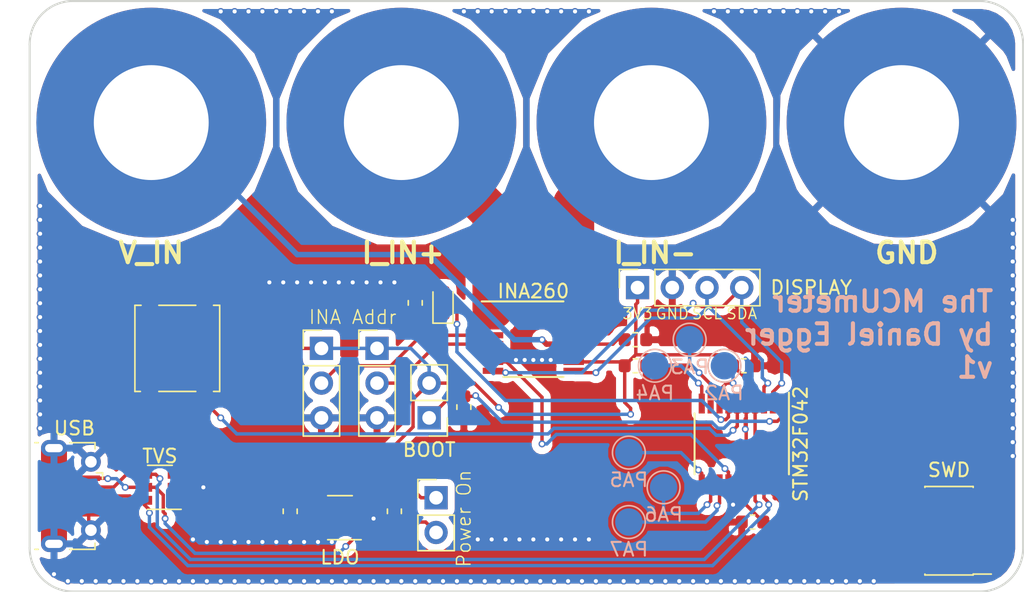
<source format=kicad_pcb>
(kicad_pcb (version 20171130) (host pcbnew "(5.0.1-3-g963ef8bb5)")

  (general
    (thickness 1.6)
    (drawings 19)
    (tracks 475)
    (zones 0)
    (modules 31)
    (nets 36)
  )

  (page A4)
  (layers
    (0 F.Cu signal)
    (31 B.Cu signal)
    (36 B.SilkS user)
    (37 F.SilkS user)
    (38 B.Mask user)
    (39 F.Mask user)
    (44 Edge.Cuts user)
    (45 Margin user)
    (46 B.CrtYd user)
    (47 F.CrtYd user)
    (48 B.Fab user)
    (49 F.Fab user)
  )

  (setup
    (last_trace_width 0.25)
    (trace_clearance 0.2)
    (zone_clearance 0.508)
    (zone_45_only no)
    (trace_min 0.2)
    (segment_width 0.2)
    (edge_width 0.15)
    (via_size 0.5)
    (via_drill 0.3)
    (via_min_size 0.4)
    (via_min_drill 0.3)
    (uvia_size 0.3)
    (uvia_drill 0.1)
    (uvias_allowed no)
    (uvia_min_size 0.2)
    (uvia_min_drill 0.1)
    (pcb_text_width 0.3)
    (pcb_text_size 1.5 1.5)
    (mod_edge_width 0.15)
    (mod_text_size 1 1)
    (mod_text_width 0.15)
    (pad_size 1.524 1.524)
    (pad_drill 0.762)
    (pad_to_mask_clearance 0.051)
    (solder_mask_min_width 0.25)
    (aux_axis_origin 0 0)
    (visible_elements FFFFFF7F)
    (pcbplotparams
      (layerselection 0x010f0_ffffffff)
      (usegerberextensions false)
      (usegerberattributes false)
      (usegerberadvancedattributes false)
      (creategerberjobfile false)
      (excludeedgelayer true)
      (linewidth 0.100000)
      (plotframeref false)
      (viasonmask false)
      (mode 1)
      (useauxorigin false)
      (hpglpennumber 1)
      (hpglpenspeed 20)
      (hpglpendiameter 15.000000)
      (psnegative false)
      (psa4output false)
      (plotreference true)
      (plotvalue true)
      (plotinvisibletext false)
      (padsonsilk false)
      (subtractmaskfromsilk false)
      (outputformat 1)
      (mirror false)
      (drillshape 0)
      (scaleselection 1)
      (outputdirectory "MCUmeter/"))
  )

  (net 0 "")
  (net 1 GND)
  (net 2 /VBUS)
  (net 3 +3V3)
  (net 4 /HIGH)
  (net 5 "Net-(D1-Pad1)")
  (net 6 "Net-(D1-Pad2)")
  (net 7 /IN+)
  (net 8 /IN-)
  (net 9 /SCL)
  (net 10 /SDA)
  (net 11 /SWDIO)
  (net 12 /SWDCLK)
  (net 13 "Net-(J2-Pad6)")
  (net 14 "Net-(J2-Pad7)")
  (net 15 "Net-(J2-Pad8)")
  (net 16 /~RST)
  (net 17 "Net-(J3-Pad1)")
  (net 18 /USB_DM)
  (net 19 "Net-(J4-Pad4)")
  (net 20 /USB_DP)
  (net 21 "Net-(J5-Pad2)")
  (net 22 "Net-(SW1-Pad1)")
  (net 23 "Net-(TP1-Pad1)")
  (net 24 "Net-(TP2-Pad1)")
  (net 25 "Net-(TP3-Pad1)")
  (net 26 "Net-(TP4-Pad1)")
  (net 27 "Net-(TP5-Pad1)")
  (net 28 "Net-(TP6-Pad1)")
  (net 29 "Net-(U1-Pad4)")
  (net 30 /ALERT)
  (net 31 "Net-(U3-Pad1)")
  (net 32 "Net-(U3-Pad3)")
  (net 33 "Net-(U4-Pad13)")
  (net 34 "Net-(J9-Pad1)")
  (net 35 "Net-(J6-Pad2)")

  (net_class Default "This is the default net class."
    (clearance 0.2)
    (trace_width 0.25)
    (via_dia 0.5)
    (via_drill 0.3)
    (uvia_dia 0.3)
    (uvia_drill 0.1)
    (add_net +3V3)
    (add_net /ALERT)
    (add_net /HIGH)
    (add_net /IN+)
    (add_net /IN-)
    (add_net /SCL)
    (add_net /SDA)
    (add_net /SWDCLK)
    (add_net /SWDIO)
    (add_net /USB_DM)
    (add_net /USB_DP)
    (add_net /VBUS)
    (add_net /~RST)
    (add_net GND)
    (add_net "Net-(D1-Pad1)")
    (add_net "Net-(D1-Pad2)")
    (add_net "Net-(J2-Pad6)")
    (add_net "Net-(J2-Pad7)")
    (add_net "Net-(J2-Pad8)")
    (add_net "Net-(J3-Pad1)")
    (add_net "Net-(J4-Pad4)")
    (add_net "Net-(J5-Pad2)")
    (add_net "Net-(J6-Pad2)")
    (add_net "Net-(J9-Pad1)")
    (add_net "Net-(SW1-Pad1)")
    (add_net "Net-(TP1-Pad1)")
    (add_net "Net-(TP2-Pad1)")
    (add_net "Net-(TP3-Pad1)")
    (add_net "Net-(TP4-Pad1)")
    (add_net "Net-(TP5-Pad1)")
    (add_net "Net-(TP6-Pad1)")
    (add_net "Net-(U1-Pad4)")
    (add_net "Net-(U3-Pad1)")
    (add_net "Net-(U3-Pad3)")
    (add_net "Net-(U4-Pad13)")
  )

  (module Connector_PinHeader_2.54mm:PinHeader_1x03_P2.54mm_Vertical (layer F.Cu) (tedit 5BE85937) (tstamp 5BF4CCCB)
    (at 113.03 67.31)
    (descr "Through hole straight pin header, 1x03, 2.54mm pitch, single row")
    (tags "Through hole pin header THT 1x03 2.54mm single row")
    (path /5BE8568E)
    (fp_text reference J6 (at 0 -2.33) (layer F.SilkS) hide
      (effects (font (size 1 1) (thickness 0.15)))
    )
    (fp_text value Conn_01x03 (at 0 7.41) (layer F.Fab)
      (effects (font (size 1 1) (thickness 0.15)))
    )
    (fp_text user %R (at 0 2.54 90) (layer F.Fab)
      (effects (font (size 1 1) (thickness 0.15)))
    )
    (fp_line (start 1.8 -1.8) (end -1.8 -1.8) (layer F.CrtYd) (width 0.05))
    (fp_line (start 1.8 6.85) (end 1.8 -1.8) (layer F.CrtYd) (width 0.05))
    (fp_line (start -1.8 6.85) (end 1.8 6.85) (layer F.CrtYd) (width 0.05))
    (fp_line (start -1.8 -1.8) (end -1.8 6.85) (layer F.CrtYd) (width 0.05))
    (fp_line (start -1.33 -1.33) (end 0 -1.33) (layer F.SilkS) (width 0.12))
    (fp_line (start -1.33 0) (end -1.33 -1.33) (layer F.SilkS) (width 0.12))
    (fp_line (start -1.33 1.27) (end 1.33 1.27) (layer F.SilkS) (width 0.12))
    (fp_line (start 1.33 1.27) (end 1.33 6.41) (layer F.SilkS) (width 0.12))
    (fp_line (start -1.33 1.27) (end -1.33 6.41) (layer F.SilkS) (width 0.12))
    (fp_line (start -1.33 6.41) (end 1.33 6.41) (layer F.SilkS) (width 0.12))
    (fp_line (start -1.27 -0.635) (end -0.635 -1.27) (layer F.Fab) (width 0.1))
    (fp_line (start -1.27 6.35) (end -1.27 -0.635) (layer F.Fab) (width 0.1))
    (fp_line (start 1.27 6.35) (end -1.27 6.35) (layer F.Fab) (width 0.1))
    (fp_line (start 1.27 -1.27) (end 1.27 6.35) (layer F.Fab) (width 0.1))
    (fp_line (start -0.635 -1.27) (end 1.27 -1.27) (layer F.Fab) (width 0.1))
    (pad 3 thru_hole oval (at 0 5.08) (size 1.7 1.7) (drill 1) (layers *.Cu *.Mask)
      (net 1 GND))
    (pad 2 thru_hole oval (at 0 2.54) (size 1.7 1.7) (drill 1) (layers *.Cu *.Mask)
      (net 35 "Net-(J6-Pad2)"))
    (pad 1 thru_hole rect (at 0 0) (size 1.7 1.7) (drill 1) (layers *.Cu *.Mask)
      (net 3 +3V3))
    (model ${KISYS3DMOD}/Connector_PinHeader_2.54mm.3dshapes/PinHeader_1x03_P2.54mm_Vertical.wrl
      (at (xyz 0 0 0))
      (scale (xyz 1 1 1))
      (rotate (xyz 0 0 0))
    )
  )

  (module Connector_PinHeader_2.54mm:PinHeader_1x03_P2.54mm_Vertical (layer F.Cu) (tedit 5BE85933) (tstamp 5BF4CCB5)
    (at 108.966 67.31)
    (descr "Through hole straight pin header, 1x03, 2.54mm pitch, single row")
    (tags "Through hole pin header THT 1x03 2.54mm single row")
    (path /5BE870E8)
    (fp_text reference J5 (at 0 -2.33) (layer F.SilkS) hide
      (effects (font (size 1 1) (thickness 0.15)))
    )
    (fp_text value Conn_01x03 (at 0 7.41) (layer F.Fab) hide
      (effects (font (size 1 1) (thickness 0.15)))
    )
    (fp_line (start -0.635 -1.27) (end 1.27 -1.27) (layer F.Fab) (width 0.1))
    (fp_line (start 1.27 -1.27) (end 1.27 6.35) (layer F.Fab) (width 0.1))
    (fp_line (start 1.27 6.35) (end -1.27 6.35) (layer F.Fab) (width 0.1))
    (fp_line (start -1.27 6.35) (end -1.27 -0.635) (layer F.Fab) (width 0.1))
    (fp_line (start -1.27 -0.635) (end -0.635 -1.27) (layer F.Fab) (width 0.1))
    (fp_line (start -1.33 6.41) (end 1.33 6.41) (layer F.SilkS) (width 0.12))
    (fp_line (start -1.33 1.27) (end -1.33 6.41) (layer F.SilkS) (width 0.12))
    (fp_line (start 1.33 1.27) (end 1.33 6.41) (layer F.SilkS) (width 0.12))
    (fp_line (start -1.33 1.27) (end 1.33 1.27) (layer F.SilkS) (width 0.12))
    (fp_line (start -1.33 0) (end -1.33 -1.33) (layer F.SilkS) (width 0.12))
    (fp_line (start -1.33 -1.33) (end 0 -1.33) (layer F.SilkS) (width 0.12))
    (fp_line (start -1.8 -1.8) (end -1.8 6.85) (layer F.CrtYd) (width 0.05))
    (fp_line (start -1.8 6.85) (end 1.8 6.85) (layer F.CrtYd) (width 0.05))
    (fp_line (start 1.8 6.85) (end 1.8 -1.8) (layer F.CrtYd) (width 0.05))
    (fp_line (start 1.8 -1.8) (end -1.8 -1.8) (layer F.CrtYd) (width 0.05))
    (fp_text user %R (at 0 2.54 90) (layer F.Fab)
      (effects (font (size 1 1) (thickness 0.15)))
    )
    (pad 1 thru_hole rect (at 0 0) (size 1.7 1.7) (drill 1) (layers *.Cu *.Mask)
      (net 3 +3V3))
    (pad 2 thru_hole oval (at 0 2.54) (size 1.7 1.7) (drill 1) (layers *.Cu *.Mask)
      (net 21 "Net-(J5-Pad2)"))
    (pad 3 thru_hole oval (at 0 5.08) (size 1.7 1.7) (drill 1) (layers *.Cu *.Mask)
      (net 1 GND))
    (model ${KISYS3DMOD}/Connector_PinHeader_2.54mm.3dshapes/PinHeader_1x03_P2.54mm_Vertical.wrl
      (at (xyz 0 0 0))
      (scale (xyz 1 1 1))
      (rotate (xyz 0 0 0))
    )
  )

  (module MountingHole:MountingHole_8.4mm_M8_Pad (layer F.Cu) (tedit 5BE852D0) (tstamp 5BF37AC8)
    (at 96.52 50.8)
    (descr "Mounting Hole 8.4mm, M8")
    (tags "mounting hole 8.4mm m8")
    (path /5BE74C01)
    (attr virtual)
    (fp_text reference H1 (at 0 9.652) (layer F.SilkS) hide
      (effects (font (size 1 1) (thickness 0.15)))
    )
    (fp_text value MountingHole_Pad (at 0 9.4) (layer F.Fab) hide
      (effects (font (size 1 1) (thickness 0.15)))
    )
    (fp_text user %R (at 0.3 0) (layer F.Fab)
      (effects (font (size 1 1) (thickness 0.15)))
    )
    (fp_circle (center 0 0) (end 8.4 0) (layer Cmts.User) (width 0.15))
    (fp_circle (center 0 0) (end 8.65 0) (layer F.CrtYd) (width 0.05))
    (pad 1 thru_hole circle (at 0 0) (size 16.8 16.8) (drill 8.4) (layers *.Cu *.Mask)
      (net 4 /HIGH))
  )

  (module MountingHole:MountingHole_8.4mm_M8_Pad (layer F.Cu) (tedit 5BE85310) (tstamp 5BF37AD0)
    (at 114.808 50.8)
    (descr "Mounting Hole 8.4mm, M8")
    (tags "mounting hole 8.4mm m8")
    (path /5BE74C3F)
    (attr virtual)
    (fp_text reference H2 (at 0 9.652) (layer F.SilkS) hide
      (effects (font (size 1 1) (thickness 0.15)))
    )
    (fp_text value MountingHole_Pad (at 0 9.4) (layer F.Fab) hide
      (effects (font (size 1 1) (thickness 0.15)))
    )
    (fp_circle (center 0 0) (end 8.65 0) (layer F.CrtYd) (width 0.05))
    (fp_circle (center 0 0) (end 8.4 0) (layer Cmts.User) (width 0.15))
    (fp_text user %R (at 0.3 0) (layer F.Fab)
      (effects (font (size 1 1) (thickness 0.15)))
    )
    (pad 1 thru_hole circle (at 0 0) (size 16.8 16.8) (drill 8.4) (layers *.Cu *.Mask)
      (net 7 /IN+))
  )

  (module MountingHole:MountingHole_8.4mm_M8_Pad (layer F.Cu) (tedit 5BE85313) (tstamp 5BF397B1)
    (at 133.096 50.8)
    (descr "Mounting Hole 8.4mm, M8")
    (tags "mounting hole 8.4mm m8")
    (path /5BE74C6A)
    (attr virtual)
    (fp_text reference H3 (at 0 9.652) (layer F.SilkS) hide
      (effects (font (size 1 1) (thickness 0.15)))
    )
    (fp_text value MountingHole_Pad (at 0 9.4) (layer F.Fab) hide
      (effects (font (size 1 1) (thickness 0.15)))
    )
    (fp_text user %R (at 0.3 0) (layer F.Fab)
      (effects (font (size 1 1) (thickness 0.15)))
    )
    (fp_circle (center 0 0) (end 8.4 0) (layer Cmts.User) (width 0.15))
    (fp_circle (center 0 0) (end 8.65 0) (layer F.CrtYd) (width 0.05))
    (pad 1 thru_hole circle (at 0 0) (size 16.8 16.8) (drill 8.4) (layers *.Cu *.Mask)
      (net 8 /IN-))
  )

  (module MountingHole:MountingHole_8.4mm_M8_Pad (layer F.Cu) (tedit 5BE85316) (tstamp 5BF37AE0)
    (at 151.384 50.8)
    (descr "Mounting Hole 8.4mm, M8")
    (tags "mounting hole 8.4mm m8")
    (path /5BE74C99)
    (attr virtual)
    (fp_text reference H4 (at 0 9.652) (layer F.SilkS) hide
      (effects (font (size 1 1) (thickness 0.15)))
    )
    (fp_text value MountingHole_Pad (at 0 9.4) (layer F.Fab) hide
      (effects (font (size 1 1) (thickness 0.15)))
    )
    (fp_circle (center 0 0) (end 8.65 0) (layer F.CrtYd) (width 0.05))
    (fp_circle (center 0 0) (end 8.4 0) (layer Cmts.User) (width 0.15))
    (fp_text user %R (at 0.3 0) (layer F.Fab)
      (effects (font (size 1 1) (thickness 0.15)))
    )
    (pad 1 thru_hole circle (at 0 0) (size 16.8 16.8) (drill 8.4) (layers *.Cu *.Mask)
      (net 1 GND))
  )

  (module Connector_PinHeader_2.54mm:PinHeader_1x02_P2.54mm_Vertical (layer F.Cu) (tedit 5BE88CCC) (tstamp 5BF48A12)
    (at 117.348 78.232)
    (descr "Through hole straight pin header, 1x02, 2.54mm pitch, single row")
    (tags "Through hole pin header THT 1x02 2.54mm single row")
    (path /5BE82CB9)
    (fp_text reference J9 (at 0 -2.33) (layer F.SilkS) hide
      (effects (font (size 1 1) (thickness 0.15)))
    )
    (fp_text value Conn_01x02 (at 0 4.87) (layer F.Fab) hide
      (effects (font (size 1 1) (thickness 0.15)))
    )
    (fp_line (start -0.635 -1.27) (end 1.27 -1.27) (layer F.Fab) (width 0.1))
    (fp_line (start 1.27 -1.27) (end 1.27 3.81) (layer F.Fab) (width 0.1))
    (fp_line (start 1.27 3.81) (end -1.27 3.81) (layer F.Fab) (width 0.1))
    (fp_line (start -1.27 3.81) (end -1.27 -0.635) (layer F.Fab) (width 0.1))
    (fp_line (start -1.27 -0.635) (end -0.635 -1.27) (layer F.Fab) (width 0.1))
    (fp_line (start -1.33 3.87) (end 1.33 3.87) (layer F.SilkS) (width 0.12))
    (fp_line (start -1.33 1.27) (end -1.33 3.87) (layer F.SilkS) (width 0.12))
    (fp_line (start 1.33 1.27) (end 1.33 3.87) (layer F.SilkS) (width 0.12))
    (fp_line (start -1.33 1.27) (end 1.33 1.27) (layer F.SilkS) (width 0.12))
    (fp_line (start -1.33 0) (end -1.33 -1.33) (layer F.SilkS) (width 0.12))
    (fp_line (start -1.33 -1.33) (end 0 -1.33) (layer F.SilkS) (width 0.12))
    (fp_line (start -1.8 -1.8) (end -1.8 4.35) (layer F.CrtYd) (width 0.05))
    (fp_line (start -1.8 4.35) (end 1.8 4.35) (layer F.CrtYd) (width 0.05))
    (fp_line (start 1.8 4.35) (end 1.8 -1.8) (layer F.CrtYd) (width 0.05))
    (fp_line (start 1.8 -1.8) (end -1.8 -1.8) (layer F.CrtYd) (width 0.05))
    (fp_text user %R (at 2.794 1.524 90) (layer F.Fab) hide
      (effects (font (size 1 1) (thickness 0.15)))
    )
    (pad 1 thru_hole rect (at 0 0) (size 1.7 1.7) (drill 1) (layers *.Cu *.Mask)
      (net 34 "Net-(J9-Pad1)"))
    (pad 2 thru_hole oval (at 0 2.54) (size 1.7 1.7) (drill 1) (layers *.Cu *.Mask)
      (net 2 /VBUS))
    (model ${KISYS3DMOD}/Connector_PinHeader_2.54mm.3dshapes/PinHeader_1x02_P2.54mm_Vertical.wrl
      (at (xyz 0 0 0))
      (scale (xyz 1 1 1))
      (rotate (xyz 0 0 0))
    )
  )

  (module Capacitor_SMD:C_0603_1608Metric (layer F.Cu) (tedit 5BE88E43) (tstamp 5BF37A58)
    (at 114.3 79.2225 90)
    (descr "Capacitor SMD 0603 (1608 Metric), square (rectangular) end terminal, IPC_7351 nominal, (Body size source: http://www.tortai-tech.com/upload/download/2011102023233369053.pdf), generated with kicad-footprint-generator")
    (tags capacitor)
    (path /5BE6FD85)
    (attr smd)
    (fp_text reference C1 (at 2.5145 0 180) (layer F.Fab)
      (effects (font (size 1 1) (thickness 0.15)))
    )
    (fp_text value 1µ (at -0.0255 -1.143 90) (layer F.Fab)
      (effects (font (size 1 1) (thickness 0.15)))
    )
    (fp_text user %R (at 0 0 90) (layer F.Fab)
      (effects (font (size 0.4 0.4) (thickness 0.06)))
    )
    (fp_line (start 1.48 0.73) (end -1.48 0.73) (layer F.CrtYd) (width 0.05))
    (fp_line (start 1.48 -0.73) (end 1.48 0.73) (layer F.CrtYd) (width 0.05))
    (fp_line (start -1.48 -0.73) (end 1.48 -0.73) (layer F.CrtYd) (width 0.05))
    (fp_line (start -1.48 0.73) (end -1.48 -0.73) (layer F.CrtYd) (width 0.05))
    (fp_line (start -0.162779 0.51) (end 0.162779 0.51) (layer F.SilkS) (width 0.12))
    (fp_line (start -0.162779 -0.51) (end 0.162779 -0.51) (layer F.SilkS) (width 0.12))
    (fp_line (start 0.8 0.4) (end -0.8 0.4) (layer F.Fab) (width 0.1))
    (fp_line (start 0.8 -0.4) (end 0.8 0.4) (layer F.Fab) (width 0.1))
    (fp_line (start -0.8 -0.4) (end 0.8 -0.4) (layer F.Fab) (width 0.1))
    (fp_line (start -0.8 0.4) (end -0.8 -0.4) (layer F.Fab) (width 0.1))
    (pad 2 smd roundrect (at 0.7875 0 90) (size 0.875 0.95) (layers F.Cu F.Paste F.Mask) (roundrect_rratio 0.25)
      (net 1 GND))
    (pad 1 smd roundrect (at -0.7875 0 90) (size 0.875 0.95) (layers F.Cu F.Paste F.Mask) (roundrect_rratio 0.25)
      (net 2 /VBUS))
    (model ${KISYS3DMOD}/Capacitor_SMD.3dshapes/C_0603_1608Metric.wrl
      (at (xyz 0 0 0))
      (scale (xyz 1 1 1))
      (rotate (xyz 0 0 0))
    )
  )

  (module Capacitor_SMD:C_0603_1608Metric (layer F.Cu) (tedit 5BE88DEC) (tstamp 5BF37A69)
    (at 139.8525 68.58)
    (descr "Capacitor SMD 0603 (1608 Metric), square (rectangular) end terminal, IPC_7351 nominal, (Body size source: http://www.tortai-tech.com/upload/download/2011102023233369053.pdf), generated with kicad-footprint-generator")
    (tags capacitor)
    (path /5BE7A1D3)
    (attr smd)
    (fp_text reference C2 (at 2.6415 0) (layer F.Fab)
      (effects (font (size 1 1) (thickness 0.15)))
    )
    (fp_text value 100n (at 0.1015 -1.27) (layer F.Fab)
      (effects (font (size 1 1) (thickness 0.15)))
    )
    (fp_line (start -0.8 0.4) (end -0.8 -0.4) (layer F.Fab) (width 0.1))
    (fp_line (start -0.8 -0.4) (end 0.8 -0.4) (layer F.Fab) (width 0.1))
    (fp_line (start 0.8 -0.4) (end 0.8 0.4) (layer F.Fab) (width 0.1))
    (fp_line (start 0.8 0.4) (end -0.8 0.4) (layer F.Fab) (width 0.1))
    (fp_line (start -0.162779 -0.51) (end 0.162779 -0.51) (layer F.SilkS) (width 0.12))
    (fp_line (start -0.162779 0.51) (end 0.162779 0.51) (layer F.SilkS) (width 0.12))
    (fp_line (start -1.48 0.73) (end -1.48 -0.73) (layer F.CrtYd) (width 0.05))
    (fp_line (start -1.48 -0.73) (end 1.48 -0.73) (layer F.CrtYd) (width 0.05))
    (fp_line (start 1.48 -0.73) (end 1.48 0.73) (layer F.CrtYd) (width 0.05))
    (fp_line (start 1.48 0.73) (end -1.48 0.73) (layer F.CrtYd) (width 0.05))
    (fp_text user %R (at 0 0) (layer F.Fab)
      (effects (font (size 0.4 0.4) (thickness 0.06)))
    )
    (pad 1 smd roundrect (at -0.7875 0) (size 0.875 0.95) (layers F.Cu F.Paste F.Mask) (roundrect_rratio 0.25)
      (net 3 +3V3))
    (pad 2 smd roundrect (at 0.7875 0) (size 0.875 0.95) (layers F.Cu F.Paste F.Mask) (roundrect_rratio 0.25)
      (net 1 GND))
    (model ${KISYS3DMOD}/Capacitor_SMD.3dshapes/C_0603_1608Metric.wrl
      (at (xyz 0 0 0))
      (scale (xyz 1 1 1))
      (rotate (xyz 0 0 0))
    )
  )

  (module Capacitor_SMD:C_0603_1608Metric (layer F.Cu) (tedit 5BE88E13) (tstamp 5BF37A7A)
    (at 140.4875 80.01)
    (descr "Capacitor SMD 0603 (1608 Metric), square (rectangular) end terminal, IPC_7351 nominal, (Body size source: http://www.tortai-tech.com/upload/download/2011102023233369053.pdf), generated with kicad-footprint-generator")
    (tags capacitor)
    (path /5BE79BCC)
    (attr smd)
    (fp_text reference C3 (at -2.5655 0) (layer F.SilkS) hide
      (effects (font (size 1 1) (thickness 0.15)))
    )
    (fp_text value 100n (at -0.0255 1.143 -180) (layer F.Fab)
      (effects (font (size 1 1) (thickness 0.15)))
    )
    (fp_text user %R (at 0 0) (layer F.Fab)
      (effects (font (size 0.4 0.4) (thickness 0.06)))
    )
    (fp_line (start 1.48 0.73) (end -1.48 0.73) (layer F.CrtYd) (width 0.05))
    (fp_line (start 1.48 -0.73) (end 1.48 0.73) (layer F.CrtYd) (width 0.05))
    (fp_line (start -1.48 -0.73) (end 1.48 -0.73) (layer F.CrtYd) (width 0.05))
    (fp_line (start -1.48 0.73) (end -1.48 -0.73) (layer F.CrtYd) (width 0.05))
    (fp_line (start -0.162779 0.51) (end 0.162779 0.51) (layer F.SilkS) (width 0.12))
    (fp_line (start -0.162779 -0.51) (end 0.162779 -0.51) (layer F.SilkS) (width 0.12))
    (fp_line (start 0.8 0.4) (end -0.8 0.4) (layer F.Fab) (width 0.1))
    (fp_line (start 0.8 -0.4) (end 0.8 0.4) (layer F.Fab) (width 0.1))
    (fp_line (start -0.8 -0.4) (end 0.8 -0.4) (layer F.Fab) (width 0.1))
    (fp_line (start -0.8 0.4) (end -0.8 -0.4) (layer F.Fab) (width 0.1))
    (pad 2 smd roundrect (at 0.7875 0) (size 0.875 0.95) (layers F.Cu F.Paste F.Mask) (roundrect_rratio 0.25)
      (net 3 +3V3))
    (pad 1 smd roundrect (at -0.7875 0) (size 0.875 0.95) (layers F.Cu F.Paste F.Mask) (roundrect_rratio 0.25)
      (net 1 GND))
    (model ${KISYS3DMOD}/Capacitor_SMD.3dshapes/C_0603_1608Metric.wrl
      (at (xyz 0 0 0))
      (scale (xyz 1 1 1))
      (rotate (xyz 0 0 0))
    )
  )

  (module Capacitor_SMD:C_0603_1608Metric (layer F.Cu) (tedit 5BE88E34) (tstamp 5BF37A8B)
    (at 106.68 79.2225 90)
    (descr "Capacitor SMD 0603 (1608 Metric), square (rectangular) end terminal, IPC_7351 nominal, (Body size source: http://www.tortai-tech.com/upload/download/2011102023233369053.pdf), generated with kicad-footprint-generator")
    (tags capacitor)
    (path /5BE6FDCA)
    (attr smd)
    (fp_text reference C4 (at 2.5145 0 180) (layer F.Fab)
      (effects (font (size 1 1) (thickness 0.15)))
    )
    (fp_text value 1µ (at -0.0255 1.143 90) (layer F.Fab)
      (effects (font (size 1 1) (thickness 0.15)))
    )
    (fp_line (start -0.8 0.4) (end -0.8 -0.4) (layer F.Fab) (width 0.1))
    (fp_line (start -0.8 -0.4) (end 0.8 -0.4) (layer F.Fab) (width 0.1))
    (fp_line (start 0.8 -0.4) (end 0.8 0.4) (layer F.Fab) (width 0.1))
    (fp_line (start 0.8 0.4) (end -0.8 0.4) (layer F.Fab) (width 0.1))
    (fp_line (start -0.162779 -0.51) (end 0.162779 -0.51) (layer F.SilkS) (width 0.12))
    (fp_line (start -0.162779 0.51) (end 0.162779 0.51) (layer F.SilkS) (width 0.12))
    (fp_line (start -1.48 0.73) (end -1.48 -0.73) (layer F.CrtYd) (width 0.05))
    (fp_line (start -1.48 -0.73) (end 1.48 -0.73) (layer F.CrtYd) (width 0.05))
    (fp_line (start 1.48 -0.73) (end 1.48 0.73) (layer F.CrtYd) (width 0.05))
    (fp_line (start 1.48 0.73) (end -1.48 0.73) (layer F.CrtYd) (width 0.05))
    (fp_text user %R (at 0 0 90) (layer F.Fab)
      (effects (font (size 0.4 0.4) (thickness 0.06)))
    )
    (pad 1 smd roundrect (at -0.7875 0 90) (size 0.875 0.95) (layers F.Cu F.Paste F.Mask) (roundrect_rratio 0.25)
      (net 3 +3V3))
    (pad 2 smd roundrect (at 0.7875 0 90) (size 0.875 0.95) (layers F.Cu F.Paste F.Mask) (roundrect_rratio 0.25)
      (net 1 GND))
    (model ${KISYS3DMOD}/Capacitor_SMD.3dshapes/C_0603_1608Metric.wrl
      (at (xyz 0 0 0))
      (scale (xyz 1 1 1))
      (rotate (xyz 0 0 0))
    )
  )

  (module Capacitor_SMD:C_0603_1608Metric (layer F.Cu) (tedit 5BE88DDD) (tstamp 5BF4A8D6)
    (at 131.9275 66.675)
    (descr "Capacitor SMD 0603 (1608 Metric), square (rectangular) end terminal, IPC_7351 nominal, (Body size source: http://www.tortai-tech.com/upload/download/2011102023233369053.pdf), generated with kicad-footprint-generator")
    (tags capacitor)
    (path /5BE7AAFF)
    (attr smd)
    (fp_text reference C5 (at -2.3875 -0.127) (layer F.Fab)
      (effects (font (size 1 1) (thickness 0.15)))
    )
    (fp_text value 100n (at 0.1525 -1.143) (layer F.Fab)
      (effects (font (size 1 1) (thickness 0.15)))
    )
    (fp_line (start -0.8 0.4) (end -0.8 -0.4) (layer F.Fab) (width 0.1))
    (fp_line (start -0.8 -0.4) (end 0.8 -0.4) (layer F.Fab) (width 0.1))
    (fp_line (start 0.8 -0.4) (end 0.8 0.4) (layer F.Fab) (width 0.1))
    (fp_line (start 0.8 0.4) (end -0.8 0.4) (layer F.Fab) (width 0.1))
    (fp_line (start -0.162779 -0.51) (end 0.162779 -0.51) (layer F.SilkS) (width 0.12))
    (fp_line (start -0.162779 0.51) (end 0.162779 0.51) (layer F.SilkS) (width 0.12))
    (fp_line (start -1.48 0.73) (end -1.48 -0.73) (layer F.CrtYd) (width 0.05))
    (fp_line (start -1.48 -0.73) (end 1.48 -0.73) (layer F.CrtYd) (width 0.05))
    (fp_line (start 1.48 -0.73) (end 1.48 0.73) (layer F.CrtYd) (width 0.05))
    (fp_line (start 1.48 0.73) (end -1.48 0.73) (layer F.CrtYd) (width 0.05))
    (fp_text user %R (at 0 0) (layer F.Fab)
      (effects (font (size 0.4 0.4) (thickness 0.06)))
    )
    (pad 1 smd roundrect (at -0.7875 0) (size 0.875 0.95) (layers F.Cu F.Paste F.Mask) (roundrect_rratio 0.25)
      (net 4 /HIGH))
    (pad 2 smd roundrect (at 0.7875 0) (size 0.875 0.95) (layers F.Cu F.Paste F.Mask) (roundrect_rratio 0.25)
      (net 1 GND))
    (model ${KISYS3DMOD}/Capacitor_SMD.3dshapes/C_0603_1608Metric.wrl
      (at (xyz 0 0 0))
      (scale (xyz 1 1 1))
      (rotate (xyz 0 0 0))
    )
  )

  (module Capacitor_SMD:C_0603_1608Metric (layer F.Cu) (tedit 5BE88DE6) (tstamp 5BF5B09F)
    (at 131.9275 68.58)
    (descr "Capacitor SMD 0603 (1608 Metric), square (rectangular) end terminal, IPC_7351 nominal, (Body size source: http://www.tortai-tech.com/upload/download/2011102023233369053.pdf), generated with kicad-footprint-generator")
    (tags capacitor)
    (path /5BE7A73C)
    (attr smd)
    (fp_text reference C6 (at -2.3875 0) (layer F.Fab)
      (effects (font (size 1 1) (thickness 0.15)))
    )
    (fp_text value 100n (at 0.1525 1.27) (layer F.Fab)
      (effects (font (size 1 1) (thickness 0.15)))
    )
    (fp_text user %R (at 0 0) (layer F.Fab)
      (effects (font (size 0.4 0.4) (thickness 0.06)))
    )
    (fp_line (start 1.48 0.73) (end -1.48 0.73) (layer F.CrtYd) (width 0.05))
    (fp_line (start 1.48 -0.73) (end 1.48 0.73) (layer F.CrtYd) (width 0.05))
    (fp_line (start -1.48 -0.73) (end 1.48 -0.73) (layer F.CrtYd) (width 0.05))
    (fp_line (start -1.48 0.73) (end -1.48 -0.73) (layer F.CrtYd) (width 0.05))
    (fp_line (start -0.162779 0.51) (end 0.162779 0.51) (layer F.SilkS) (width 0.12))
    (fp_line (start -0.162779 -0.51) (end 0.162779 -0.51) (layer F.SilkS) (width 0.12))
    (fp_line (start 0.8 0.4) (end -0.8 0.4) (layer F.Fab) (width 0.1))
    (fp_line (start 0.8 -0.4) (end 0.8 0.4) (layer F.Fab) (width 0.1))
    (fp_line (start -0.8 -0.4) (end 0.8 -0.4) (layer F.Fab) (width 0.1))
    (fp_line (start -0.8 0.4) (end -0.8 -0.4) (layer F.Fab) (width 0.1))
    (pad 2 smd roundrect (at 0.7875 0) (size 0.875 0.95) (layers F.Cu F.Paste F.Mask) (roundrect_rratio 0.25)
      (net 1 GND))
    (pad 1 smd roundrect (at -0.7875 0) (size 0.875 0.95) (layers F.Cu F.Paste F.Mask) (roundrect_rratio 0.25)
      (net 3 +3V3))
    (model ${KISYS3DMOD}/Capacitor_SMD.3dshapes/C_0603_1608Metric.wrl
      (at (xyz 0 0 0))
      (scale (xyz 1 1 1))
      (rotate (xyz 0 0 0))
    )
  )

  (module LED_SMD:LED_0603_1608Metric (layer F.Cu) (tedit 5BE88D73) (tstamp 5BF3B3AC)
    (at 117.856 63.9825 90)
    (descr "LED SMD 0603 (1608 Metric), square (rectangular) end terminal, IPC_7351 nominal, (Body size source: http://www.tortai-tech.com/upload/download/2011102023233369053.pdf), generated with kicad-footprint-generator")
    (tags diode)
    (path /5BE7BF07)
    (attr smd)
    (fp_text reference D1 (at -2.3115 0 180) (layer F.Fab)
      (effects (font (size 1 1) (thickness 0.15)))
    )
    (fp_text value LED (at -0.0255 1.143 90) (layer F.Fab)
      (effects (font (size 1 1) (thickness 0.15)))
    )
    (fp_line (start 0.8 -0.4) (end -0.5 -0.4) (layer F.Fab) (width 0.1))
    (fp_line (start -0.5 -0.4) (end -0.8 -0.1) (layer F.Fab) (width 0.1))
    (fp_line (start -0.8 -0.1) (end -0.8 0.4) (layer F.Fab) (width 0.1))
    (fp_line (start -0.8 0.4) (end 0.8 0.4) (layer F.Fab) (width 0.1))
    (fp_line (start 0.8 0.4) (end 0.8 -0.4) (layer F.Fab) (width 0.1))
    (fp_line (start 0.8 -0.735) (end -1.485 -0.735) (layer F.SilkS) (width 0.12))
    (fp_line (start -1.485 -0.735) (end -1.485 0.735) (layer F.SilkS) (width 0.12))
    (fp_line (start -1.485 0.735) (end 0.8 0.735) (layer F.SilkS) (width 0.12))
    (fp_line (start -1.48 0.73) (end -1.48 -0.73) (layer F.CrtYd) (width 0.05))
    (fp_line (start -1.48 -0.73) (end 1.48 -0.73) (layer F.CrtYd) (width 0.05))
    (fp_line (start 1.48 -0.73) (end 1.48 0.73) (layer F.CrtYd) (width 0.05))
    (fp_line (start 1.48 0.73) (end -1.48 0.73) (layer F.CrtYd) (width 0.05))
    (fp_text user %R (at 0 0 90) (layer F.Fab)
      (effects (font (size 0.4 0.4) (thickness 0.06)))
    )
    (pad 1 smd roundrect (at -0.7875 0 90) (size 0.875 0.95) (layers F.Cu F.Paste F.Mask) (roundrect_rratio 0.25)
      (net 5 "Net-(D1-Pad1)"))
    (pad 2 smd roundrect (at 0.7875 0 90) (size 0.875 0.95) (layers F.Cu F.Paste F.Mask) (roundrect_rratio 0.25)
      (net 6 "Net-(D1-Pad2)"))
    (model ${KISYS3DMOD}/LED_SMD.3dshapes/LED_0603_1608Metric.wrl
      (at (xyz 0 0 0))
      (scale (xyz 1 1 1))
      (rotate (xyz 0 0 0))
    )
  )

  (module Connector_PinHeader_1.27mm:PinHeader_2x05_P1.27mm_Vertical_SMD (layer F.Cu) (tedit 5BE85581) (tstamp 5BF37B35)
    (at 154.858 80.645 180)
    (descr "surface-mounted straight pin header, 2x05, 1.27mm pitch, double rows")
    (tags "Surface mounted pin header SMD 2x05 1.27mm double row")
    (path /5BE70DBC)
    (attr smd)
    (fp_text reference SWD (at 0 4.445 180) (layer F.SilkS)
      (effects (font (size 1 1) (thickness 0.15)))
    )
    (fp_text value Conn_ARM_JTAG_SWD_10 (at 0 4.235 180) (layer F.Fab) hide
      (effects (font (size 1 1) (thickness 0.15)))
    )
    (fp_line (start 1.705 3.175) (end -1.705 3.175) (layer F.Fab) (width 0.1))
    (fp_line (start -1.27 -3.175) (end 1.705 -3.175) (layer F.Fab) (width 0.1))
    (fp_line (start -1.705 3.175) (end -1.705 -2.74) (layer F.Fab) (width 0.1))
    (fp_line (start -1.705 -2.74) (end -1.27 -3.175) (layer F.Fab) (width 0.1))
    (fp_line (start 1.705 -3.175) (end 1.705 3.175) (layer F.Fab) (width 0.1))
    (fp_line (start -1.705 -2.74) (end -2.75 -2.74) (layer F.Fab) (width 0.1))
    (fp_line (start -2.75 -2.74) (end -2.75 -2.34) (layer F.Fab) (width 0.1))
    (fp_line (start -2.75 -2.34) (end -1.705 -2.34) (layer F.Fab) (width 0.1))
    (fp_line (start 1.705 -2.74) (end 2.75 -2.74) (layer F.Fab) (width 0.1))
    (fp_line (start 2.75 -2.74) (end 2.75 -2.34) (layer F.Fab) (width 0.1))
    (fp_line (start 2.75 -2.34) (end 1.705 -2.34) (layer F.Fab) (width 0.1))
    (fp_line (start -1.705 -1.47) (end -2.75 -1.47) (layer F.Fab) (width 0.1))
    (fp_line (start -2.75 -1.47) (end -2.75 -1.07) (layer F.Fab) (width 0.1))
    (fp_line (start -2.75 -1.07) (end -1.705 -1.07) (layer F.Fab) (width 0.1))
    (fp_line (start 1.705 -1.47) (end 2.75 -1.47) (layer F.Fab) (width 0.1))
    (fp_line (start 2.75 -1.47) (end 2.75 -1.07) (layer F.Fab) (width 0.1))
    (fp_line (start 2.75 -1.07) (end 1.705 -1.07) (layer F.Fab) (width 0.1))
    (fp_line (start -1.705 -0.2) (end -2.75 -0.2) (layer F.Fab) (width 0.1))
    (fp_line (start -2.75 -0.2) (end -2.75 0.2) (layer F.Fab) (width 0.1))
    (fp_line (start -2.75 0.2) (end -1.705 0.2) (layer F.Fab) (width 0.1))
    (fp_line (start 1.705 -0.2) (end 2.75 -0.2) (layer F.Fab) (width 0.1))
    (fp_line (start 2.75 -0.2) (end 2.75 0.2) (layer F.Fab) (width 0.1))
    (fp_line (start 2.75 0.2) (end 1.705 0.2) (layer F.Fab) (width 0.1))
    (fp_line (start -1.705 1.07) (end -2.75 1.07) (layer F.Fab) (width 0.1))
    (fp_line (start -2.75 1.07) (end -2.75 1.47) (layer F.Fab) (width 0.1))
    (fp_line (start -2.75 1.47) (end -1.705 1.47) (layer F.Fab) (width 0.1))
    (fp_line (start 1.705 1.07) (end 2.75 1.07) (layer F.Fab) (width 0.1))
    (fp_line (start 2.75 1.07) (end 2.75 1.47) (layer F.Fab) (width 0.1))
    (fp_line (start 2.75 1.47) (end 1.705 1.47) (layer F.Fab) (width 0.1))
    (fp_line (start -1.705 2.34) (end -2.75 2.34) (layer F.Fab) (width 0.1))
    (fp_line (start -2.75 2.34) (end -2.75 2.74) (layer F.Fab) (width 0.1))
    (fp_line (start -2.75 2.74) (end -1.705 2.74) (layer F.Fab) (width 0.1))
    (fp_line (start 1.705 2.34) (end 2.75 2.34) (layer F.Fab) (width 0.1))
    (fp_line (start 2.75 2.34) (end 2.75 2.74) (layer F.Fab) (width 0.1))
    (fp_line (start 2.75 2.74) (end 1.705 2.74) (layer F.Fab) (width 0.1))
    (fp_line (start -1.765 -3.235) (end 1.765 -3.235) (layer F.SilkS) (width 0.12))
    (fp_line (start -1.765 3.235) (end 1.765 3.235) (layer F.SilkS) (width 0.12))
    (fp_line (start -3.09 -3.17) (end -1.765 -3.17) (layer F.SilkS) (width 0.12))
    (fp_line (start -1.765 -3.235) (end -1.765 -3.17) (layer F.SilkS) (width 0.12))
    (fp_line (start 1.765 -3.235) (end 1.765 -3.17) (layer F.SilkS) (width 0.12))
    (fp_line (start -1.765 3.17) (end -1.765 3.235) (layer F.SilkS) (width 0.12))
    (fp_line (start 1.765 3.17) (end 1.765 3.235) (layer F.SilkS) (width 0.12))
    (fp_line (start -4.3 -3.7) (end -4.3 3.7) (layer F.CrtYd) (width 0.05))
    (fp_line (start -4.3 3.7) (end 4.3 3.7) (layer F.CrtYd) (width 0.05))
    (fp_line (start 4.3 3.7) (end 4.3 -3.7) (layer F.CrtYd) (width 0.05))
    (fp_line (start 4.3 -3.7) (end -4.3 -3.7) (layer F.CrtYd) (width 0.05))
    (fp_text user %R (at 0 0 270) (layer F.Fab)
      (effects (font (size 1 1) (thickness 0.15)))
    )
    (pad 1 smd rect (at -1.95 -2.54 180) (size 2.4 0.74) (layers F.Cu F.Paste F.Mask)
      (net 3 +3V3))
    (pad 2 smd rect (at 1.95 -2.54 180) (size 2.4 0.74) (layers F.Cu F.Paste F.Mask)
      (net 11 /SWDIO))
    (pad 3 smd rect (at -1.95 -1.27 180) (size 2.4 0.74) (layers F.Cu F.Paste F.Mask)
      (net 1 GND))
    (pad 4 smd rect (at 1.95 -1.27 180) (size 2.4 0.74) (layers F.Cu F.Paste F.Mask)
      (net 12 /SWDCLK))
    (pad 5 smd rect (at -1.95 0 180) (size 2.4 0.74) (layers F.Cu F.Paste F.Mask)
      (net 1 GND))
    (pad 6 smd rect (at 1.95 0 180) (size 2.4 0.74) (layers F.Cu F.Paste F.Mask)
      (net 13 "Net-(J2-Pad6)"))
    (pad 7 smd rect (at -1.95 1.27 180) (size 2.4 0.74) (layers F.Cu F.Paste F.Mask)
      (net 14 "Net-(J2-Pad7)"))
    (pad 8 smd rect (at 1.95 1.27 180) (size 2.4 0.74) (layers F.Cu F.Paste F.Mask)
      (net 15 "Net-(J2-Pad8)"))
    (pad 9 smd rect (at -1.95 2.54 180) (size 2.4 0.74) (layers F.Cu F.Paste F.Mask)
      (net 1 GND))
    (pad 10 smd rect (at 1.95 2.54 180) (size 2.4 0.74) (layers F.Cu F.Paste F.Mask)
      (net 16 /~RST))
    (model ${KISYS3DMOD}/Connector_PinHeader_1.27mm.3dshapes/PinHeader_2x05_P1.27mm_Vertical_SMD.wrl
      (at (xyz 0 0 0))
      (scale (xyz 1 1 1))
      (rotate (xyz 0 0 0))
    )
  )

  (module Connector_USB:USB_Micro-B_Molex-105017-0001 (layer F.Cu) (tedit 5BE88D3C) (tstamp 5BF38D84)
    (at 90.6455 78.105 270)
    (descr http://www.molex.com/pdm_docs/sd/1050170001_sd.pdf)
    (tags "Micro-USB SMD Typ-B")
    (path /5BE6E385)
    (attr smd)
    (fp_text reference USB (at -4.953 -0.254) (layer F.SilkS)
      (effects (font (size 1 1) (thickness 0.15)))
    )
    (fp_text value USB_B_Micro (at 0.3 4.3375 270) (layer F.Fab)
      (effects (font (size 1 1) (thickness 0.15)))
    )
    (fp_text user "PCB Edge" (at 0 2.6875 270) (layer Dwgs.User)
      (effects (font (size 0.5 0.5) (thickness 0.08)))
    )
    (fp_text user %R (at 0 0.8875 270) (layer F.Fab)
      (effects (font (size 1 1) (thickness 0.15)))
    )
    (fp_line (start -4.4 3.64) (end 4.4 3.64) (layer F.CrtYd) (width 0.05))
    (fp_line (start 4.4 -2.46) (end 4.4 3.64) (layer F.CrtYd) (width 0.05))
    (fp_line (start -4.4 -2.46) (end 4.4 -2.46) (layer F.CrtYd) (width 0.05))
    (fp_line (start -4.4 3.64) (end -4.4 -2.46) (layer F.CrtYd) (width 0.05))
    (fp_line (start -3.9 -1.7625) (end -3.45 -1.7625) (layer F.SilkS) (width 0.12))
    (fp_line (start -3.9 0.0875) (end -3.9 -1.7625) (layer F.SilkS) (width 0.12))
    (fp_line (start 3.9 2.6375) (end 3.9 2.3875) (layer F.SilkS) (width 0.12))
    (fp_line (start 3.75 3.3875) (end 3.75 -1.6125) (layer F.Fab) (width 0.1))
    (fp_line (start -3 2.689204) (end 3 2.689204) (layer F.Fab) (width 0.1))
    (fp_line (start -3.75 3.389204) (end 3.75 3.389204) (layer F.Fab) (width 0.1))
    (fp_line (start -3.75 -1.6125) (end 3.75 -1.6125) (layer F.Fab) (width 0.1))
    (fp_line (start -3.75 3.3875) (end -3.75 -1.6125) (layer F.Fab) (width 0.1))
    (fp_line (start -3.9 2.6375) (end -3.9 2.3875) (layer F.SilkS) (width 0.12))
    (fp_line (start 3.9 0.0875) (end 3.9 -1.7625) (layer F.SilkS) (width 0.12))
    (fp_line (start 3.9 -1.7625) (end 3.45 -1.7625) (layer F.SilkS) (width 0.12))
    (fp_line (start -1.7 -2.3125) (end -1.25 -2.3125) (layer F.SilkS) (width 0.12))
    (fp_line (start -1.7 -2.3125) (end -1.7 -1.8625) (layer F.SilkS) (width 0.12))
    (fp_line (start -1.3 -1.7125) (end -1.5 -1.9125) (layer F.Fab) (width 0.1))
    (fp_line (start -1.1 -1.9125) (end -1.3 -1.7125) (layer F.Fab) (width 0.1))
    (fp_line (start -1.5 -2.1225) (end -1.1 -2.1225) (layer F.Fab) (width 0.1))
    (fp_line (start -1.5 -2.1225) (end -1.5 -1.9125) (layer F.Fab) (width 0.1))
    (fp_line (start -1.1 -2.1225) (end -1.1 -1.9125) (layer F.Fab) (width 0.1))
    (pad 6 smd rect (at 1 1.2375 270) (size 1.5 1.9) (layers F.Cu F.Paste F.Mask)
      (net 1 GND))
    (pad 6 thru_hole circle (at -2.5 -1.4625 270) (size 1.45 1.45) (drill 0.85) (layers *.Cu *.Mask)
      (net 1 GND))
    (pad 2 smd rect (at -0.65 -1.4625 270) (size 0.4 1.35) (layers F.Cu F.Paste F.Mask)
      (net 18 /USB_DM))
    (pad 1 smd rect (at -1.3 -1.4625 270) (size 0.4 1.35) (layers F.Cu F.Paste F.Mask)
      (net 2 /VBUS))
    (pad 5 smd rect (at 1.3 -1.4625 270) (size 0.4 1.35) (layers F.Cu F.Paste F.Mask)
      (net 1 GND))
    (pad 4 smd rect (at 0.65 -1.4625 270) (size 0.4 1.35) (layers F.Cu F.Paste F.Mask)
      (net 19 "Net-(J4-Pad4)"))
    (pad 3 smd rect (at 0 -1.4625 270) (size 0.4 1.35) (layers F.Cu F.Paste F.Mask)
      (net 20 /USB_DP))
    (pad 6 thru_hole circle (at 2.5 -1.4625 270) (size 1.45 1.45) (drill 0.85) (layers *.Cu *.Mask)
      (net 1 GND))
    (pad 6 smd rect (at -1 1.2375 270) (size 1.5 1.9) (layers F.Cu F.Paste F.Mask)
      (net 1 GND))
    (pad 6 thru_hole oval (at -3.5 1.2375 90) (size 1.2 1.9) (drill oval 0.6 1.3) (layers *.Cu *.Mask)
      (net 1 GND))
    (pad 6 thru_hole oval (at 3.5 1.2375 270) (size 1.2 1.9) (drill oval 0.6 1.3) (layers *.Cu *.Mask)
      (net 1 GND))
    (pad 6 smd rect (at 2.9 1.2375 270) (size 1.2 1.9) (layers F.Cu F.Mask)
      (net 1 GND))
    (pad 6 smd rect (at -2.9 1.2375 270) (size 1.2 1.9) (layers F.Cu F.Mask)
      (net 1 GND))
    (model ${KISYS3DMOD}/Connector_USB.3dshapes/USB_Micro-B_Molex-105017-0001.wrl
      (at (xyz 0 0 0))
      (scale (xyz 1 1 1))
      (rotate (xyz 0 0 0))
    )
    (model ${KISYS3DMOD}/Connector_USB.3dshapes/USB_Micro-B_Molex_47346-0001.wrl
      (at (xyz 0 0 0))
      (scale (xyz 1 1 1))
      (rotate (xyz 0 0 0))
    )
  )

  (module Resistor_SMD:R_0603_1608Metric (layer F.Cu) (tedit 5BE88DF8) (tstamp 5BF37BDD)
    (at 119.38 71.6025 270)
    (descr "Resistor SMD 0603 (1608 Metric), square (rectangular) end terminal, IPC_7351 nominal, (Body size source: http://www.tortai-tech.com/upload/download/2011102023233369053.pdf), generated with kicad-footprint-generator")
    (tags resistor)
    (path /5BE799A5)
    (attr smd)
    (fp_text reference R1 (at 0 -1.524 270) (layer F.Fab)
      (effects (font (size 1 1) (thickness 0.15)))
    )
    (fp_text value 10k (at -2.2605 0 270) (layer F.Fab)
      (effects (font (size 1 1) (thickness 0.15)))
    )
    (fp_text user %R (at 0 0 270) (layer F.Fab)
      (effects (font (size 0.4 0.4) (thickness 0.06)))
    )
    (fp_line (start 1.48 0.73) (end -1.48 0.73) (layer F.CrtYd) (width 0.05))
    (fp_line (start 1.48 -0.73) (end 1.48 0.73) (layer F.CrtYd) (width 0.05))
    (fp_line (start -1.48 -0.73) (end 1.48 -0.73) (layer F.CrtYd) (width 0.05))
    (fp_line (start -1.48 0.73) (end -1.48 -0.73) (layer F.CrtYd) (width 0.05))
    (fp_line (start -0.162779 0.51) (end 0.162779 0.51) (layer F.SilkS) (width 0.12))
    (fp_line (start -0.162779 -0.51) (end 0.162779 -0.51) (layer F.SilkS) (width 0.12))
    (fp_line (start 0.8 0.4) (end -0.8 0.4) (layer F.Fab) (width 0.1))
    (fp_line (start 0.8 -0.4) (end 0.8 0.4) (layer F.Fab) (width 0.1))
    (fp_line (start -0.8 -0.4) (end 0.8 -0.4) (layer F.Fab) (width 0.1))
    (fp_line (start -0.8 0.4) (end -0.8 -0.4) (layer F.Fab) (width 0.1))
    (pad 2 smd roundrect (at 0.7875 0 270) (size 0.875 0.95) (layers F.Cu F.Paste F.Mask) (roundrect_rratio 0.25)
      (net 1 GND))
    (pad 1 smd roundrect (at -0.7875 0 270) (size 0.875 0.95) (layers F.Cu F.Paste F.Mask) (roundrect_rratio 0.25)
      (net 17 "Net-(J3-Pad1)"))
    (model ${KISYS3DMOD}/Resistor_SMD.3dshapes/R_0603_1608Metric.wrl
      (at (xyz 0 0 0))
      (scale (xyz 1 1 1))
      (rotate (xyz 0 0 0))
    )
  )

  (module Resistor_SMD:R_0603_1608Metric (layer F.Cu) (tedit 5BF5B001) (tstamp 5BF37BEE)
    (at 115.824 63.9825 270)
    (descr "Resistor SMD 0603 (1608 Metric), square (rectangular) end terminal, IPC_7351 nominal, (Body size source: http://www.tortai-tech.com/upload/download/2011102023233369053.pdf), generated with kicad-footprint-generator")
    (tags resistor)
    (path /5BE7BFB9)
    (attr smd)
    (fp_text reference R2 (at 2.3115 0) (layer F.Fab)
      (effects (font (size 1 1) (thickness 0.15)))
    )
    (fp_text value 500R (at 0 1.27 270) (layer F.Fab)
      (effects (font (size 1 1) (thickness 0.15)))
    )
    (fp_line (start -0.8 0.4) (end -0.8 -0.4) (layer F.Fab) (width 0.1))
    (fp_line (start -0.8 -0.4) (end 0.8 -0.4) (layer F.Fab) (width 0.1))
    (fp_line (start 0.8 -0.4) (end 0.8 0.4) (layer F.Fab) (width 0.1))
    (fp_line (start 0.8 0.4) (end -0.8 0.4) (layer F.Fab) (width 0.1))
    (fp_line (start -0.162779 -0.51) (end 0.162779 -0.51) (layer F.SilkS) (width 0.12))
    (fp_line (start -0.162779 0.51) (end 0.162779 0.51) (layer F.SilkS) (width 0.12))
    (fp_line (start -1.48 0.73) (end -1.48 -0.73) (layer F.CrtYd) (width 0.05))
    (fp_line (start -1.48 -0.73) (end 1.48 -0.73) (layer F.CrtYd) (width 0.05))
    (fp_line (start 1.48 -0.73) (end 1.48 0.73) (layer F.CrtYd) (width 0.05))
    (fp_line (start 1.48 0.73) (end -1.48 0.73) (layer F.CrtYd) (width 0.05))
    (fp_text user %R (at 0 0 270) (layer F.Fab)
      (effects (font (size 0.4 0.4) (thickness 0.06)))
    )
    (pad 1 smd roundrect (at -0.7875 0 270) (size 0.875 0.95) (layers F.Cu F.Paste F.Mask) (roundrect_rratio 0.25)
      (net 1 GND))
    (pad 2 smd roundrect (at 0.7875 0 270) (size 0.875 0.95) (layers F.Cu F.Paste F.Mask) (roundrect_rratio 0.25)
      (net 5 "Net-(D1-Pad1)"))
    (model ${KISYS3DMOD}/Resistor_SMD.3dshapes/R_0603_1608Metric.wrl
      (at (xyz 0 0 0))
      (scale (xyz 1 1 1))
      (rotate (xyz 0 0 0))
    )
  )

  (module Button_Switch_SMD:SW_SPST_EVPBF (layer F.Cu) (tedit 5BE88D59) (tstamp 5BF37C08)
    (at 98.425 67.31 270)
    (descr "Light Touch Switch")
    (path /5BE7BAE3)
    (attr smd)
    (fp_text reference SW1 (at 0 -3.9 270) (layer F.SilkS) hide
      (effects (font (size 1 1) (thickness 0.15)))
    )
    (fp_text value SW_Push (at 0 4.25 270) (layer F.Fab) hide
      (effects (font (size 1 1) (thickness 0.15)))
    )
    (fp_line (start -3.15 2.65) (end -3.15 3.1) (layer F.SilkS) (width 0.12))
    (fp_line (start -3.15 3.1) (end 3.15 3.1) (layer F.SilkS) (width 0.12))
    (fp_line (start 3.15 3.1) (end 3.15 2.7) (layer F.SilkS) (width 0.12))
    (fp_line (start -3.15 1.35) (end -3.15 -1.35) (layer F.SilkS) (width 0.12))
    (fp_line (start 3.15 -1.35) (end 3.15 1.35) (layer F.SilkS) (width 0.12))
    (fp_line (start -3.15 -3.1) (end 3.15 -3.1) (layer F.SilkS) (width 0.12))
    (fp_line (start 3.15 -3.1) (end 3.15 -2.65) (layer F.SilkS) (width 0.12))
    (fp_line (start -3.15 -2.65) (end -3.15 -3.1) (layer F.SilkS) (width 0.12))
    (fp_line (start -3 -3) (end 3 -3) (layer F.Fab) (width 0.1))
    (fp_line (start 3 -3) (end 3 3) (layer F.Fab) (width 0.1))
    (fp_line (start 3 3) (end -3 3) (layer F.Fab) (width 0.1))
    (fp_line (start -3 3) (end -3 -3) (layer F.Fab) (width 0.1))
    (fp_text user %R (at 0 -3.9 270) (layer F.Fab)
      (effects (font (size 1 1) (thickness 0.15)))
    )
    (fp_line (start -4.5 -3.25) (end 4.5 -3.25) (layer F.CrtYd) (width 0.05))
    (fp_line (start 4.5 -3.25) (end 4.5 3.25) (layer F.CrtYd) (width 0.05))
    (fp_line (start 4.5 3.25) (end -4.5 3.25) (layer F.CrtYd) (width 0.05))
    (fp_line (start -4.5 3.25) (end -4.5 -3.25) (layer F.CrtYd) (width 0.05))
    (fp_circle (center 0 0) (end 1.7 0) (layer F.Fab) (width 0.1))
    (pad 1 smd rect (at 2.88 -2 270) (size 2.75 1) (layers F.Cu F.Paste F.Mask)
      (net 22 "Net-(SW1-Pad1)"))
    (pad 1 smd rect (at -2.88 -2 270) (size 2.75 1) (layers F.Cu F.Paste F.Mask)
      (net 22 "Net-(SW1-Pad1)"))
    (pad 2 smd rect (at -2.88 2 270) (size 2.75 1) (layers F.Cu F.Paste F.Mask)
      (net 3 +3V3))
    (pad 2 smd rect (at 2.88 2 270) (size 2.75 1) (layers F.Cu F.Paste F.Mask)
      (net 3 +3V3))
    (model ${KISYS3DMOD}/Button_Switch_SMD.3dshapes/SW_SPST_PTS645.step
      (at (xyz 0 0 0))
      (scale (xyz 1 1 1))
      (rotate (xyz 0 0 0))
    )
  )

  (module TestPoint:TestPoint_Pad_D2.0mm (layer B.Cu) (tedit 5BE856CB) (tstamp 5BF37C10)
    (at 138.43 68.58)
    (descr "SMD pad as test Point, diameter 2.0mm")
    (tags "test point SMD pad")
    (path /5BE7C63D)
    (attr virtual)
    (fp_text reference PA2 (at 0 1.998) (layer B.SilkS)
      (effects (font (size 1 1) (thickness 0.15)) (justify mirror))
    )
    (fp_text value TestPoint (at 0 -2.05) (layer B.Fab) hide
      (effects (font (size 1 1) (thickness 0.15)) (justify mirror))
    )
    (fp_circle (center 0 0) (end 0 -1.2) (layer B.SilkS) (width 0.12))
    (fp_circle (center 0 0) (end 1.5 0) (layer B.CrtYd) (width 0.05))
    (fp_text user %R (at 0 2) (layer B.Fab) hide
      (effects (font (size 1 1) (thickness 0.15)) (justify mirror))
    )
    (pad 1 smd circle (at 0 0) (size 2 2) (layers B.Cu B.Mask)
      (net 23 "Net-(TP1-Pad1)"))
  )

  (module TestPoint:TestPoint_Pad_D2.0mm (layer B.Cu) (tedit 5BE8567E) (tstamp 5BF37C18)
    (at 135.89 66.675)
    (descr "SMD pad as test Point, diameter 2.0mm")
    (tags "test point SMD pad")
    (path /5BE7C807)
    (attr virtual)
    (fp_text reference PA3 (at 0 1.998) (layer B.SilkS)
      (effects (font (size 1 1) (thickness 0.15)) (justify mirror))
    )
    (fp_text value TestPoint (at 0 -2.05) (layer B.Fab) hide
      (effects (font (size 1 1) (thickness 0.15)) (justify mirror))
    )
    (fp_text user %R (at 0 2) (layer B.Fab) hide
      (effects (font (size 1 1) (thickness 0.15)) (justify mirror))
    )
    (fp_circle (center 0 0) (end 1.5 0) (layer B.CrtYd) (width 0.05))
    (fp_circle (center 0 0) (end 0 -1.2) (layer B.SilkS) (width 0.12))
    (pad 1 smd circle (at 0 0) (size 2 2) (layers B.Cu B.Mask)
      (net 24 "Net-(TP2-Pad1)"))
  )

  (module TestPoint:TestPoint_Pad_D2.0mm (layer B.Cu) (tedit 5BE85671) (tstamp 5BF37C20)
    (at 133.35 68.58)
    (descr "SMD pad as test Point, diameter 2.0mm")
    (tags "test point SMD pad")
    (path /5BE7C8B1)
    (attr virtual)
    (fp_text reference PA4 (at 0 1.998) (layer B.SilkS)
      (effects (font (size 1 1) (thickness 0.15)) (justify mirror))
    )
    (fp_text value TestPoint (at 0 -2.05) (layer B.Fab) hide
      (effects (font (size 1 1) (thickness 0.15)) (justify mirror))
    )
    (fp_circle (center 0 0) (end 0 -1.2) (layer B.SilkS) (width 0.12))
    (fp_circle (center 0 0) (end 1.5 0) (layer B.CrtYd) (width 0.05))
    (fp_text user %R (at 0 2) (layer B.Fab) hide
      (effects (font (size 1 1) (thickness 0.15)) (justify mirror))
    )
    (pad 1 smd circle (at 0 0) (size 2 2) (layers B.Cu B.Mask)
      (net 25 "Net-(TP3-Pad1)"))
  )

  (module TestPoint:TestPoint_Pad_D2.0mm (layer B.Cu) (tedit 5BE856DA) (tstamp 5BF37C28)
    (at 131.445 74.93)
    (descr "SMD pad as test Point, diameter 2.0mm")
    (tags "test point SMD pad")
    (path /5BE7C8F9)
    (attr virtual)
    (fp_text reference PA5 (at 0 1.998) (layer B.SilkS)
      (effects (font (size 1 1) (thickness 0.15)) (justify mirror))
    )
    (fp_text value TestPoint (at 0 -2.05) (layer B.Fab) hide
      (effects (font (size 1 1) (thickness 0.15)) (justify mirror))
    )
    (fp_text user %R (at 0 2) (layer B.Fab) hide
      (effects (font (size 1 1) (thickness 0.15)) (justify mirror))
    )
    (fp_circle (center 0 0) (end 1.5 0) (layer B.CrtYd) (width 0.05))
    (fp_circle (center 0 0) (end 0 -1.2) (layer B.SilkS) (width 0.12))
    (pad 1 smd circle (at 0 0) (size 2 2) (layers B.Cu B.Mask)
      (net 26 "Net-(TP4-Pad1)"))
  )

  (module TestPoint:TestPoint_Pad_D2.0mm (layer B.Cu) (tedit 5BE856EA) (tstamp 5BF37C30)
    (at 133.985 77.47)
    (descr "SMD pad as test Point, diameter 2.0mm")
    (tags "test point SMD pad")
    (path /5BE7C941)
    (attr virtual)
    (fp_text reference PA6 (at 0 1.998) (layer B.SilkS)
      (effects (font (size 1 1) (thickness 0.15)) (justify mirror))
    )
    (fp_text value TestPoint (at 0 -2.05) (layer B.Fab) hide
      (effects (font (size 1 1) (thickness 0.15)) (justify mirror))
    )
    (fp_circle (center 0 0) (end 0 -1.2) (layer B.SilkS) (width 0.12))
    (fp_circle (center 0 0) (end 1.5 0) (layer B.CrtYd) (width 0.05))
    (fp_text user %R (at 0 2) (layer B.Fab) hide
      (effects (font (size 1 1) (thickness 0.15)) (justify mirror))
    )
    (pad 1 smd circle (at 0 0) (size 2 2) (layers B.Cu B.Mask)
      (net 27 "Net-(TP5-Pad1)"))
  )

  (module TestPoint:TestPoint_Pad_D2.0mm (layer B.Cu) (tedit 5BE856EF) (tstamp 5BF37C38)
    (at 131.445 80.01)
    (descr "SMD pad as test Point, diameter 2.0mm")
    (tags "test point SMD pad")
    (path /5BE7C98B)
    (attr virtual)
    (fp_text reference PA7 (at 0 1.998) (layer B.SilkS)
      (effects (font (size 1 1) (thickness 0.15)) (justify mirror))
    )
    (fp_text value TestPoint (at 0 -2.05) (layer B.Fab) hide
      (effects (font (size 1 1) (thickness 0.15)) (justify mirror))
    )
    (fp_text user %R (at 0 2) (layer B.Fab) hide
      (effects (font (size 1 1) (thickness 0.15)) (justify mirror))
    )
    (fp_circle (center 0 0) (end 1.5 0) (layer B.CrtYd) (width 0.05))
    (fp_circle (center 0 0) (end 0 -1.2) (layer B.SilkS) (width 0.12))
    (pad 1 smd circle (at 0 0) (size 2 2) (layers B.Cu B.Mask)
      (net 28 "Net-(TP6-Pad1)"))
  )

  (module Package_TO_SOT_SMD:SOT-23-5 (layer F.Cu) (tedit 5BE854AB) (tstamp 5BF37C4D)
    (at 110.32 79.69 180)
    (descr "5-pin SOT23 package")
    (tags SOT-23-5)
    (path /5BE6D48E)
    (attr smd)
    (fp_text reference LDO (at 0 -2.9 180) (layer F.SilkS)
      (effects (font (size 1 1) (thickness 0.15)))
    )
    (fp_text value MIC5504-3.3YM5 (at 1.354 2.9 180) (layer F.Fab)
      (effects (font (size 1 1) (thickness 0.15)))
    )
    (fp_text user %R (at 0 0 270) (layer F.Fab)
      (effects (font (size 0.5 0.5) (thickness 0.075)))
    )
    (fp_line (start -0.9 1.61) (end 0.9 1.61) (layer F.SilkS) (width 0.12))
    (fp_line (start 0.9 -1.61) (end -1.55 -1.61) (layer F.SilkS) (width 0.12))
    (fp_line (start -1.9 -1.8) (end 1.9 -1.8) (layer F.CrtYd) (width 0.05))
    (fp_line (start 1.9 -1.8) (end 1.9 1.8) (layer F.CrtYd) (width 0.05))
    (fp_line (start 1.9 1.8) (end -1.9 1.8) (layer F.CrtYd) (width 0.05))
    (fp_line (start -1.9 1.8) (end -1.9 -1.8) (layer F.CrtYd) (width 0.05))
    (fp_line (start -0.9 -0.9) (end -0.25 -1.55) (layer F.Fab) (width 0.1))
    (fp_line (start 0.9 -1.55) (end -0.25 -1.55) (layer F.Fab) (width 0.1))
    (fp_line (start -0.9 -0.9) (end -0.9 1.55) (layer F.Fab) (width 0.1))
    (fp_line (start 0.9 1.55) (end -0.9 1.55) (layer F.Fab) (width 0.1))
    (fp_line (start 0.9 -1.55) (end 0.9 1.55) (layer F.Fab) (width 0.1))
    (pad 1 smd rect (at -1.1 -0.95 180) (size 1.06 0.65) (layers F.Cu F.Paste F.Mask)
      (net 2 /VBUS))
    (pad 2 smd rect (at -1.1 0 180) (size 1.06 0.65) (layers F.Cu F.Paste F.Mask)
      (net 1 GND))
    (pad 3 smd rect (at -1.1 0.95 180) (size 1.06 0.65) (layers F.Cu F.Paste F.Mask)
      (net 34 "Net-(J9-Pad1)"))
    (pad 4 smd rect (at 1.1 0.95 180) (size 1.06 0.65) (layers F.Cu F.Paste F.Mask)
      (net 29 "Net-(U1-Pad4)"))
    (pad 5 smd rect (at 1.1 -0.95 180) (size 1.06 0.65) (layers F.Cu F.Paste F.Mask)
      (net 3 +3V3))
    (model ${KISYS3DMOD}/Package_TO_SOT_SMD.3dshapes/SOT-23-5.wrl
      (at (xyz 0 0 0))
      (scale (xyz 1 1 1))
      (rotate (xyz 0 0 0))
    )
  )

  (module Package_SO:TSSOP-20_4.4x6.5mm_P0.65mm (layer F.Cu) (tedit 5BE88D7F) (tstamp 5BF37C71)
    (at 139.7 74.295 270)
    (descr "20-Lead Plastic Thin Shrink Small Outline (ST)-4.4 mm Body [TSSOP] (see Microchip Packaging Specification 00000049BS.pdf)")
    (tags "SSOP 0.65")
    (path /5BE6C404)
    (attr smd)
    (fp_text reference STM32F042 (at 0 -4.3 270) (layer F.SilkS)
      (effects (font (size 1 1) (thickness 0.15)))
    )
    (fp_text value STM32F042F6Px (at 0 4.3 270) (layer F.Fab) hide
      (effects (font (size 1 1) (thickness 0.15)))
    )
    (fp_line (start -1.2 -3.25) (end 2.2 -3.25) (layer F.Fab) (width 0.15))
    (fp_line (start 2.2 -3.25) (end 2.2 3.25) (layer F.Fab) (width 0.15))
    (fp_line (start 2.2 3.25) (end -2.2 3.25) (layer F.Fab) (width 0.15))
    (fp_line (start -2.2 3.25) (end -2.2 -2.25) (layer F.Fab) (width 0.15))
    (fp_line (start -2.2 -2.25) (end -1.2 -3.25) (layer F.Fab) (width 0.15))
    (fp_line (start -3.95 -3.55) (end -3.95 3.55) (layer F.CrtYd) (width 0.05))
    (fp_line (start 3.95 -3.55) (end 3.95 3.55) (layer F.CrtYd) (width 0.05))
    (fp_line (start -3.95 -3.55) (end 3.95 -3.55) (layer F.CrtYd) (width 0.05))
    (fp_line (start -3.95 3.55) (end 3.95 3.55) (layer F.CrtYd) (width 0.05))
    (fp_line (start -2.225 3.45) (end 2.225 3.45) (layer F.SilkS) (width 0.15))
    (fp_line (start -3.75 -3.45) (end 2.225 -3.45) (layer F.SilkS) (width 0.15))
    (fp_text user %R (at 0 0 270) (layer F.Fab)
      (effects (font (size 0.8 0.8) (thickness 0.15)))
    )
    (pad 1 smd rect (at -2.95 -2.925 270) (size 1.45 0.45) (layers F.Cu F.Paste F.Mask)
      (net 17 "Net-(J3-Pad1)"))
    (pad 2 smd rect (at -2.95 -2.275 270) (size 1.45 0.45) (layers F.Cu F.Paste F.Mask)
      (net 10 /SDA))
    (pad 3 smd rect (at -2.95 -1.625 270) (size 1.45 0.45) (layers F.Cu F.Paste F.Mask)
      (net 9 /SCL))
    (pad 4 smd rect (at -2.95 -0.975 270) (size 1.45 0.45) (layers F.Cu F.Paste F.Mask)
      (net 16 /~RST))
    (pad 5 smd rect (at -2.95 -0.325 270) (size 1.45 0.45) (layers F.Cu F.Paste F.Mask)
      (net 3 +3V3))
    (pad 6 smd rect (at -2.95 0.325 270) (size 1.45 0.45) (layers F.Cu F.Paste F.Mask)
      (net 22 "Net-(SW1-Pad1)"))
    (pad 7 smd rect (at -2.95 0.975 270) (size 1.45 0.45) (layers F.Cu F.Paste F.Mask)
      (net 6 "Net-(D1-Pad2)"))
    (pad 8 smd rect (at -2.95 1.625 270) (size 1.45 0.45) (layers F.Cu F.Paste F.Mask)
      (net 23 "Net-(TP1-Pad1)"))
    (pad 9 smd rect (at -2.95 2.275 270) (size 1.45 0.45) (layers F.Cu F.Paste F.Mask)
      (net 24 "Net-(TP2-Pad1)"))
    (pad 10 smd rect (at -2.95 2.925 270) (size 1.45 0.45) (layers F.Cu F.Paste F.Mask)
      (net 25 "Net-(TP3-Pad1)"))
    (pad 11 smd rect (at 2.95 2.925 270) (size 1.45 0.45) (layers F.Cu F.Paste F.Mask)
      (net 26 "Net-(TP4-Pad1)"))
    (pad 12 smd rect (at 2.95 2.275 270) (size 1.45 0.45) (layers F.Cu F.Paste F.Mask)
      (net 27 "Net-(TP5-Pad1)"))
    (pad 13 smd rect (at 2.95 1.625 270) (size 1.45 0.45) (layers F.Cu F.Paste F.Mask)
      (net 28 "Net-(TP6-Pad1)"))
    (pad 14 smd rect (at 2.95 0.975 270) (size 1.45 0.45) (layers F.Cu F.Paste F.Mask)
      (net 30 /ALERT))
    (pad 15 smd rect (at 2.95 0.325 270) (size 1.45 0.45) (layers F.Cu F.Paste F.Mask)
      (net 1 GND))
    (pad 16 smd rect (at 2.95 -0.325 270) (size 1.45 0.45) (layers F.Cu F.Paste F.Mask)
      (net 3 +3V3))
    (pad 17 smd rect (at 2.95 -0.975 270) (size 1.45 0.45) (layers F.Cu F.Paste F.Mask)
      (net 18 /USB_DM))
    (pad 18 smd rect (at 2.95 -1.625 270) (size 1.45 0.45) (layers F.Cu F.Paste F.Mask)
      (net 20 /USB_DP))
    (pad 19 smd rect (at 2.95 -2.275 270) (size 1.45 0.45) (layers F.Cu F.Paste F.Mask)
      (net 11 /SWDIO))
    (pad 20 smd rect (at 2.95 -2.925 270) (size 1.45 0.45) (layers F.Cu F.Paste F.Mask)
      (net 12 /SWDCLK))
    (model ${KISYS3DMOD}/Package_SO.3dshapes/TSSOP-20_4.4x6.5mm_P0.65mm.wrl
      (at (xyz 0 0 0))
      (scale (xyz 1 1 1))
      (rotate (xyz 0 0 0))
    )
  )

  (module Package_TO_SOT_SMD:SOT-23-6 (layer F.Cu) (tedit 5BE854B8) (tstamp 5BF3968F)
    (at 97.155 77.47 180)
    (descr "6-pin SOT-23 package")
    (tags SOT-23-6)
    (path /5BE6DE83)
    (attr smd)
    (fp_text reference TVS (at 0 2.286 180) (layer F.SilkS)
      (effects (font (size 1 1) (thickness 0.15)))
    )
    (fp_text value USBLC6-2SC6 (at -1.905 2.54 180) (layer F.Fab)
      (effects (font (size 1 1) (thickness 0.15)))
    )
    (fp_text user %R (at 0 0 270) (layer F.Fab)
      (effects (font (size 0.5 0.5) (thickness 0.075)))
    )
    (fp_line (start -0.9 1.61) (end 0.9 1.61) (layer F.SilkS) (width 0.12))
    (fp_line (start 0.9 -1.61) (end -1.55 -1.61) (layer F.SilkS) (width 0.12))
    (fp_line (start 1.9 -1.8) (end -1.9 -1.8) (layer F.CrtYd) (width 0.05))
    (fp_line (start 1.9 1.8) (end 1.9 -1.8) (layer F.CrtYd) (width 0.05))
    (fp_line (start -1.9 1.8) (end 1.9 1.8) (layer F.CrtYd) (width 0.05))
    (fp_line (start -1.9 -1.8) (end -1.9 1.8) (layer F.CrtYd) (width 0.05))
    (fp_line (start -0.9 -0.9) (end -0.25 -1.55) (layer F.Fab) (width 0.1))
    (fp_line (start 0.9 -1.55) (end -0.25 -1.55) (layer F.Fab) (width 0.1))
    (fp_line (start -0.9 -0.9) (end -0.9 1.55) (layer F.Fab) (width 0.1))
    (fp_line (start 0.9 1.55) (end -0.9 1.55) (layer F.Fab) (width 0.1))
    (fp_line (start 0.9 -1.55) (end 0.9 1.55) (layer F.Fab) (width 0.1))
    (pad 1 smd rect (at -1.1 -0.95 180) (size 1.06 0.65) (layers F.Cu F.Paste F.Mask)
      (net 31 "Net-(U3-Pad1)"))
    (pad 2 smd rect (at -1.1 0 180) (size 1.06 0.65) (layers F.Cu F.Paste F.Mask)
      (net 1 GND))
    (pad 3 smd rect (at -1.1 0.95 180) (size 1.06 0.65) (layers F.Cu F.Paste F.Mask)
      (net 32 "Net-(U3-Pad3)"))
    (pad 4 smd rect (at 1.1 0.95 180) (size 1.06 0.65) (layers F.Cu F.Paste F.Mask)
      (net 18 /USB_DM))
    (pad 6 smd rect (at 1.1 -0.95 180) (size 1.06 0.65) (layers F.Cu F.Paste F.Mask)
      (net 20 /USB_DP))
    (pad 5 smd rect (at 1.1 0 180) (size 1.06 0.65) (layers F.Cu F.Paste F.Mask)
      (net 2 /VBUS))
    (model ${KISYS3DMOD}/Package_TO_SOT_SMD.3dshapes/SOT-23-6.wrl
      (at (xyz 0 0 0))
      (scale (xyz 1 1 1))
      (rotate (xyz 0 0 0))
    )
  )

  (module Package_SO:TSSOP-16_4.4x5mm_P0.65mm (layer F.Cu) (tedit 5BE85647) (tstamp 5BF3B440)
    (at 124.46 66.675)
    (descr "16-Lead Plastic Thin Shrink Small Outline (ST)-4.4 mm Body [TSSOP] (see Microchip Packaging Specification 00000049BS.pdf)")
    (tags "SSOP 0.65")
    (path /5BE6D202)
    (attr smd)
    (fp_text reference INA260 (at 0 -3.55) (layer F.SilkS)
      (effects (font (size 1 1) (thickness 0.15)))
    )
    (fp_text value INA260 (at 0 3.55) (layer F.Fab)
      (effects (font (size 1 1) (thickness 0.15)))
    )
    (fp_line (start -1.2 -2.5) (end 2.2 -2.5) (layer F.Fab) (width 0.15))
    (fp_line (start 2.2 -2.5) (end 2.2 2.5) (layer F.Fab) (width 0.15))
    (fp_line (start 2.2 2.5) (end -2.2 2.5) (layer F.Fab) (width 0.15))
    (fp_line (start -2.2 2.5) (end -2.2 -1.5) (layer F.Fab) (width 0.15))
    (fp_line (start -2.2 -1.5) (end -1.2 -2.5) (layer F.Fab) (width 0.15))
    (fp_line (start -3.95 -2.9) (end -3.95 2.8) (layer F.CrtYd) (width 0.05))
    (fp_line (start 3.95 -2.9) (end 3.95 2.8) (layer F.CrtYd) (width 0.05))
    (fp_line (start -3.95 -2.9) (end 3.95 -2.9) (layer F.CrtYd) (width 0.05))
    (fp_line (start -3.95 2.8) (end 3.95 2.8) (layer F.CrtYd) (width 0.05))
    (fp_line (start -2.2 2.725) (end 2.2 2.725) (layer F.SilkS) (width 0.15))
    (fp_line (start -3.775 -2.8) (end 2.2 -2.8) (layer F.SilkS) (width 0.15))
    (fp_text user %R (at 0 0) (layer F.Fab)
      (effects (font (size 0.8 0.8) (thickness 0.15)))
    )
    (pad 1 smd rect (at -2.95 -2.275) (size 1.5 0.45) (layers F.Cu F.Paste F.Mask)
      (net 7 /IN+))
    (pad 2 smd rect (at -2.95 -1.625) (size 1.5 0.45) (layers F.Cu F.Paste F.Mask)
      (net 7 /IN+))
    (pad 3 smd rect (at -2.95 -0.975) (size 1.5 0.45) (layers F.Cu F.Paste F.Mask)
      (net 7 /IN+))
    (pad 4 smd rect (at -2.95 -0.325) (size 1.5 0.45) (layers F.Cu F.Paste F.Mask)
      (net 21 "Net-(J5-Pad2)"))
    (pad 5 smd rect (at -2.95 0.325) (size 1.5 0.45) (layers F.Cu F.Paste F.Mask)
      (net 35 "Net-(J6-Pad2)"))
    (pad 6 smd rect (at -2.95 0.975) (size 1.5 0.45) (layers F.Cu F.Paste F.Mask)
      (net 1 GND))
    (pad 7 smd rect (at -2.95 1.625) (size 1.5 0.45) (layers F.Cu F.Paste F.Mask)
      (net 30 /ALERT))
    (pad 8 smd rect (at -2.95 2.275) (size 1.5 0.45) (layers F.Cu F.Paste F.Mask)
      (net 10 /SDA))
    (pad 9 smd rect (at 2.95 2.275) (size 1.5 0.45) (layers F.Cu F.Paste F.Mask)
      (net 9 /SCL))
    (pad 10 smd rect (at 2.95 1.625) (size 1.5 0.45) (layers F.Cu F.Paste F.Mask)
      (net 3 +3V3))
    (pad 11 smd rect (at 2.95 0.975) (size 1.5 0.45) (layers F.Cu F.Paste F.Mask)
      (net 1 GND))
    (pad 12 smd rect (at 2.95 0.325) (size 1.5 0.45) (layers F.Cu F.Paste F.Mask)
      (net 4 /HIGH))
    (pad 13 smd rect (at 2.95 -0.325) (size 1.5 0.45) (layers F.Cu F.Paste F.Mask)
      (net 33 "Net-(U4-Pad13)"))
    (pad 14 smd rect (at 2.95 -0.975) (size 1.5 0.45) (layers F.Cu F.Paste F.Mask)
      (net 8 /IN-))
    (pad 15 smd rect (at 2.95 -1.625) (size 1.5 0.45) (layers F.Cu F.Paste F.Mask)
      (net 8 /IN-))
    (pad 16 smd rect (at 2.95 -2.275) (size 1.5 0.45) (layers F.Cu F.Paste F.Mask)
      (net 8 /IN-))
    (model ${KISYS3DMOD}/Package_SO.3dshapes/TSSOP-16_4.4x5mm_P0.65mm.wrl
      (at (xyz 0 0 0))
      (scale (xyz 1 1 1))
      (rotate (xyz 0 0 0))
    )
  )

  (module Connector_PinSocket_2.54mm:PinSocket_1x04_P2.54mm_Vertical (layer F.Cu) (tedit 5BE854F6) (tstamp 5BF39E0D)
    (at 132.08 62.865 90)
    (descr "Through hole straight socket strip, 1x04, 2.54mm pitch, single row (from Kicad 4.0.7), script generated")
    (tags "Through hole socket strip THT 1x04 2.54mm single row")
    (path /5BE80479)
    (fp_text reference DISPLAY (at 0 12.7 180) (layer F.SilkS)
      (effects (font (size 1 1) (thickness 0.15)))
    )
    (fp_text value Conn_01x04_Female (at 0 10.39 90) (layer F.Fab) hide
      (effects (font (size 1 1) (thickness 0.15)))
    )
    (fp_line (start -1.27 -1.27) (end 0.635 -1.27) (layer F.Fab) (width 0.1))
    (fp_line (start 0.635 -1.27) (end 1.27 -0.635) (layer F.Fab) (width 0.1))
    (fp_line (start 1.27 -0.635) (end 1.27 8.89) (layer F.Fab) (width 0.1))
    (fp_line (start 1.27 8.89) (end -1.27 8.89) (layer F.Fab) (width 0.1))
    (fp_line (start -1.27 8.89) (end -1.27 -1.27) (layer F.Fab) (width 0.1))
    (fp_line (start -1.33 1.27) (end 1.33 1.27) (layer F.SilkS) (width 0.12))
    (fp_line (start -1.33 1.27) (end -1.33 8.95) (layer F.SilkS) (width 0.12))
    (fp_line (start -1.33 8.95) (end 1.33 8.95) (layer F.SilkS) (width 0.12))
    (fp_line (start 1.33 1.27) (end 1.33 8.95) (layer F.SilkS) (width 0.12))
    (fp_line (start 1.33 -1.33) (end 1.33 0) (layer F.SilkS) (width 0.12))
    (fp_line (start 0 -1.33) (end 1.33 -1.33) (layer F.SilkS) (width 0.12))
    (fp_line (start -1.8 -1.8) (end 1.75 -1.8) (layer F.CrtYd) (width 0.05))
    (fp_line (start 1.75 -1.8) (end 1.75 9.4) (layer F.CrtYd) (width 0.05))
    (fp_line (start 1.75 9.4) (end -1.8 9.4) (layer F.CrtYd) (width 0.05))
    (fp_line (start -1.8 9.4) (end -1.8 -1.8) (layer F.CrtYd) (width 0.05))
    (fp_text user %R (at 0 3.81 180) (layer F.Fab)
      (effects (font (size 1 1) (thickness 0.15)))
    )
    (pad 1 thru_hole rect (at 0 0 90) (size 1.7 1.7) (drill 1) (layers *.Cu *.Mask)
      (net 3 +3V3))
    (pad 2 thru_hole oval (at 0 2.54 90) (size 1.7 1.7) (drill 1) (layers *.Cu *.Mask)
      (net 1 GND))
    (pad 3 thru_hole oval (at 0 5.08 90) (size 1.7 1.7) (drill 1) (layers *.Cu *.Mask)
      (net 9 /SCL))
    (pad 4 thru_hole oval (at 0 7.62 90) (size 1.7 1.7) (drill 1) (layers *.Cu *.Mask)
      (net 10 /SDA))
    (model ${KISYS3DMOD}/Connector_PinSocket_2.54mm.3dshapes/PinSocket_1x04_P2.54mm_Vertical.wrl
      (at (xyz 0 0 0))
      (scale (xyz 1 1 1))
      (rotate (xyz 0 0 0))
    )
  )

  (module Connector_PinHeader_2.54mm:PinHeader_1x02_P2.54mm_Vertical (layer F.Cu) (tedit 5BE88CBD) (tstamp 5BF39E24)
    (at 116.84 72.39 180)
    (descr "Through hole straight pin header, 1x02, 2.54mm pitch, single row")
    (tags "Through hole pin header THT 1x02 2.54mm single row")
    (path /5BE795B7)
    (fp_text reference BOOT (at 0 -2.33 180) (layer F.SilkS)
      (effects (font (size 1 1) (thickness 0.15)))
    )
    (fp_text value Conn_01x02 (at 0 4.87 180) (layer F.Fab) hide
      (effects (font (size 1 1) (thickness 0.15)))
    )
    (fp_line (start -0.635 -1.27) (end 1.27 -1.27) (layer F.Fab) (width 0.1))
    (fp_line (start 1.27 -1.27) (end 1.27 3.81) (layer F.Fab) (width 0.1))
    (fp_line (start 1.27 3.81) (end -1.27 3.81) (layer F.Fab) (width 0.1))
    (fp_line (start -1.27 3.81) (end -1.27 -0.635) (layer F.Fab) (width 0.1))
    (fp_line (start -1.27 -0.635) (end -0.635 -1.27) (layer F.Fab) (width 0.1))
    (fp_line (start -1.33 3.87) (end 1.33 3.87) (layer F.SilkS) (width 0.12))
    (fp_line (start -1.33 1.27) (end -1.33 3.87) (layer F.SilkS) (width 0.12))
    (fp_line (start 1.33 1.27) (end 1.33 3.87) (layer F.SilkS) (width 0.12))
    (fp_line (start -1.33 1.27) (end 1.33 1.27) (layer F.SilkS) (width 0.12))
    (fp_line (start -1.33 0) (end -1.33 -1.33) (layer F.SilkS) (width 0.12))
    (fp_line (start -1.33 -1.33) (end 0 -1.33) (layer F.SilkS) (width 0.12))
    (fp_line (start -1.8 -1.8) (end -1.8 4.35) (layer F.CrtYd) (width 0.05))
    (fp_line (start -1.8 4.35) (end 1.8 4.35) (layer F.CrtYd) (width 0.05))
    (fp_line (start 1.8 4.35) (end 1.8 -1.8) (layer F.CrtYd) (width 0.05))
    (fp_line (start 1.8 -1.8) (end -1.8 -1.8) (layer F.CrtYd) (width 0.05))
    (fp_text user %R (at 0 1.27 270) (layer F.Fab) hide
      (effects (font (size 1 1) (thickness 0.15)))
    )
    (pad 1 thru_hole rect (at 0 0 180) (size 1.7 1.7) (drill 1) (layers *.Cu *.Mask)
      (net 17 "Net-(J3-Pad1)"))
    (pad 2 thru_hole oval (at 0 2.54 180) (size 1.7 1.7) (drill 1) (layers *.Cu *.Mask)
      (net 3 +3V3))
    (model ${KISYS3DMOD}/Connector_PinHeader_2.54mm.3dshapes/PinHeader_1x02_P2.54mm_Vertical.wrl
      (at (xyz 0 0 0))
      (scale (xyz 1 1 1))
      (rotate (xyz 0 0 0))
    )
  )

  (gr_text "The MCUmeter\nby Daniel Egger\nv1" (at 158.242 66.294) (layer B.SilkS)
    (effects (font (size 1.5 1.5) (thickness 0.3)) (justify left mirror))
  )
  (gr_text "INA Addr" (at 111.252 65.024) (layer F.SilkS) (tstamp 5BF4DA59)
    (effects (font (size 1 1) (thickness 0.1)))
  )
  (gr_text "Power On" (at 119.38 79.756 90) (layer F.SilkS)
    (effects (font (size 1 1) (thickness 0.1)))
  )
  (gr_text SDA (at 139.7 64.77) (layer F.SilkS) (tstamp 5BF4D3FB)
    (effects (font (size 0.8 0.8) (thickness 0.1)))
  )
  (gr_text SCL (at 137.16 64.77) (layer F.SilkS) (tstamp 5BF4D3BA)
    (effects (font (size 0.8 0.8) (thickness 0.1)))
  )
  (gr_text GND (at 134.62 64.77) (layer F.SilkS) (tstamp 5BF4D3B7)
    (effects (font (size 0.8 0.8) (thickness 0.1)))
  )
  (gr_text 3V3 (at 132.08 64.77) (layer F.SilkS) (tstamp 5BF4D3B3)
    (effects (font (size 0.8 0.8) (thickness 0.1)))
  )
  (gr_text GND (at 151.765 60.325) (layer F.SilkS) (tstamp 5BF4D127)
    (effects (font (size 1.5 1.5) (thickness 0.3)))
  )
  (gr_text I_IN- (at 133.35 60.325) (layer F.SilkS) (tstamp 5BF4D11F)
    (effects (font (size 1.5 1.5) (thickness 0.3)))
  )
  (gr_text I_IN+ (at 114.935 60.325) (layer F.SilkS) (tstamp 5BF4D119)
    (effects (font (size 1.5 1.5) (thickness 0.3)))
  )
  (gr_text V_IN (at 96.52 60.325) (layer F.SilkS)
    (effects (font (size 1.5 1.5) (thickness 0.3)))
  )
  (gr_arc (start 90.805 81.915) (end 87.63 81.915) (angle -90) (layer Edge.Cuts) (width 0.15) (tstamp 5BF49DCC))
  (gr_arc (start 157.099 81.915) (end 157.226 85.09) (angle -85.41877991) (layer Edge.Cuts) (width 0.15) (tstamp 5BF3B58D))
  (gr_arc (start 157.099 45.085) (end 160.274 44.958) (angle -85.41877991) (layer Edge.Cuts) (width 0.15) (tstamp 5BF47D02))
  (gr_arc (start 90.805 45.085) (end 90.678 41.91) (angle -87.70938996) (layer Edge.Cuts) (width 0.15))
  (gr_line (start 87.63 81.915) (end 87.63 45.085) (layer Edge.Cuts) (width 0.15))
  (gr_line (start 157.226 85.09) (end 90.805 85.09) (layer Edge.Cuts) (width 0.15))
  (gr_line (start 160.274 44.958) (end 160.274 82.042) (layer Edge.Cuts) (width 0.15) (tstamp 5BF47CFB))
  (gr_line (start 90.678 41.91) (end 157.226 41.91) (layer Edge.Cuts) (width 0.15))

  (segment (start 139.375 77.245) (end 139.375 78.43) (width 0.25) (layer F.Cu) (net 1) (status 10))
  (via (at 139.065 78.74) (size 0.5) (drill 0.3) (layers F.Cu B.Cu) (net 1))
  (segment (start 139.375 78.43) (end 139.065 78.74) (width 0.25) (layer F.Cu) (net 1))
  (segment (start 98.255 77.47) (end 100.33 77.47) (width 0.25) (layer F.Cu) (net 1) (status 10))
  (via (at 100.33 77.47) (size 0.5) (drill 0.3) (layers F.Cu B.Cu) (net 1))
  (via (at 123.19 68.158) (size 0.5) (drill 0.3) (layers F.Cu B.Cu) (net 1) (status 1000000))
  (segment (start 123.825 68.158) (end 123.19 68.158) (width 0.4) (layer F.Cu) (net 1) (tstamp 5BE823B9) (status 1000000))
  (via (at 123.825 68.158) (size 0.5) (drill 0.3) (layers F.Cu B.Cu) (net 1) (status 1000000))
  (segment (start 124.46 68.158) (end 123.825 68.158) (width 0.4) (layer F.Cu) (net 1) (tstamp 5BE823BB) (status 1000000))
  (via (at 124.46 68.158) (size 0.5) (drill 0.3) (layers F.Cu B.Cu) (net 1) (status 1000000))
  (segment (start 125.095 68.158) (end 124.46 68.158) (width 0.4) (layer F.Cu) (net 1) (tstamp 5BE823BD) (status 1000000))
  (via (at 125.095 68.158) (size 0.5) (drill 0.3) (layers F.Cu B.Cu) (net 1) (status 1000000))
  (segment (start 125.73 68.158) (end 125.095 68.158) (width 0.4) (layer F.Cu) (net 1) (tstamp 5BE823BF) (status 1000000))
  (via (at 125.73 68.158) (size 0.5) (drill 0.3) (layers F.Cu B.Cu) (net 1) (status 1000000))
  (segment (start 122.682 67.65) (end 123.19 68.158) (width 0.4) (layer F.Cu) (net 1) (status 1000000))
  (segment (start 121.51 67.65) (end 122.682 67.65) (width 0.4) (layer F.Cu) (net 1) (status 1000000))
  (segment (start 126.238 67.65) (end 125.73 68.158) (width 0.4) (layer F.Cu) (net 1) (status 1000000))
  (segment (start 127.41 67.65) (end 126.238 67.65) (width 0.4) (layer F.Cu) (net 1) (status 1000000))
  (via (at 112.776008 79.756) (size 0.5) (drill 0.3) (layers F.Cu B.Cu) (net 1))
  (segment (start 111.42 79.69) (end 112.710008 79.69) (width 0.25) (layer F.Cu) (net 1) (status 10))
  (segment (start 112.710008 79.69) (end 112.776008 79.756) (width 0.25) (layer F.Cu) (net 1))
  (segment (start 114.3 78.435) (end 114.097008 78.435) (width 0.25) (layer F.Cu) (net 1) (status 30))
  (via (at 159.512 59.944) (size 0.5) (drill 0.3) (layers F.Cu B.Cu) (net 1))
  (via (at 159.512 60.96) (size 0.5) (drill 0.3) (layers F.Cu B.Cu) (net 1))
  (via (at 159.512 61.976) (size 0.5) (drill 0.3) (layers F.Cu B.Cu) (net 1))
  (via (at 159.512 62.992) (size 0.5) (drill 0.3) (layers F.Cu B.Cu) (net 1))
  (via (at 159.512 64.008) (size 0.5) (drill 0.3) (layers F.Cu B.Cu) (net 1))
  (via (at 159.512 65.024) (size 0.5) (drill 0.3) (layers F.Cu B.Cu) (net 1))
  (via (at 159.512 66.04) (size 0.5) (drill 0.3) (layers F.Cu B.Cu) (net 1))
  (via (at 159.512 67.056) (size 0.5) (drill 0.3) (layers F.Cu B.Cu) (net 1))
  (via (at 159.512 68.072) (size 0.5) (drill 0.3) (layers F.Cu B.Cu) (net 1))
  (via (at 159.512 69.088) (size 0.5) (drill 0.3) (layers F.Cu B.Cu) (net 1))
  (via (at 159.512 70.104) (size 0.5) (drill 0.3) (layers F.Cu B.Cu) (net 1))
  (via (at 159.512 71.12) (size 0.5) (drill 0.3) (layers F.Cu B.Cu) (net 1))
  (via (at 159.512 72.136) (size 0.5) (drill 0.3) (layers F.Cu B.Cu) (net 1))
  (via (at 159.512 73.152) (size 0.5) (drill 0.3) (layers F.Cu B.Cu) (net 1))
  (via (at 159.512 74.168) (size 0.5) (drill 0.3) (layers F.Cu B.Cu) (net 1))
  (via (at 159.512 75.184) (size 0.5) (drill 0.3) (layers F.Cu B.Cu) (net 1))
  (via (at 159.512 58.928) (size 0.5) (drill 0.3) (layers F.Cu B.Cu) (net 1))
  (via (at 149.352 84.328) (size 0.5) (drill 0.3) (layers F.Cu B.Cu) (net 1))
  (via (at 146.304 84.328) (size 0.5) (drill 0.3) (layers F.Cu B.Cu) (net 1))
  (via (at 143.256 84.328) (size 0.5) (drill 0.3) (layers F.Cu B.Cu) (net 1))
  (via (at 140.208 84.328) (size 0.5) (drill 0.3) (layers F.Cu B.Cu) (net 1))
  (via (at 137.16 84.328) (size 0.5) (drill 0.3) (layers F.Cu B.Cu) (net 1))
  (via (at 134.112 84.328) (size 0.5) (drill 0.3) (layers F.Cu B.Cu) (net 1))
  (via (at 131.064 84.328) (size 0.5) (drill 0.3) (layers F.Cu B.Cu) (net 1))
  (via (at 128.016 84.328) (size 0.5) (drill 0.3) (layers F.Cu B.Cu) (net 1))
  (via (at 124.968 84.328) (size 0.5) (drill 0.3) (layers F.Cu B.Cu) (net 1))
  (via (at 121.92 84.328) (size 0.5) (drill 0.3) (layers F.Cu B.Cu) (net 1))
  (via (at 118.872 84.328) (size 0.5) (drill 0.3) (layers F.Cu B.Cu) (net 1))
  (via (at 115.824 84.328) (size 0.5) (drill 0.3) (layers F.Cu B.Cu) (net 1))
  (via (at 112.776 84.328) (size 0.5) (drill 0.3) (layers F.Cu B.Cu) (net 1))
  (via (at 110.744 84.328) (size 0.5) (drill 0.3) (layers F.Cu B.Cu) (net 1))
  (via (at 107.696 84.328) (size 0.5) (drill 0.3) (layers F.Cu B.Cu) (net 1))
  (via (at 104.648 84.328) (size 0.5) (drill 0.3) (layers F.Cu B.Cu) (net 1))
  (via (at 101.6 84.328) (size 0.5) (drill 0.3) (layers F.Cu B.Cu) (net 1))
  (via (at 98.552 84.328) (size 0.5) (drill 0.3) (layers F.Cu B.Cu) (net 1))
  (via (at 95.504 84.328) (size 0.5) (drill 0.3) (layers F.Cu B.Cu) (net 1))
  (via (at 92.456 84.328) (size 0.5) (drill 0.3) (layers F.Cu B.Cu) (net 1))
  (via (at 89.408 83.82) (size 0.5) (drill 0.3) (layers F.Cu B.Cu) (net 1))
  (via (at 88.392 73.152) (size 0.5) (drill 0.3) (layers F.Cu B.Cu) (net 1))
  (via (at 88.392 72.136) (size 0.5) (drill 0.3) (layers F.Cu B.Cu) (net 1))
  (via (at 88.392 71.12) (size 0.5) (drill 0.3) (layers F.Cu B.Cu) (net 1))
  (via (at 88.392 70.104) (size 0.5) (drill 0.3) (layers F.Cu B.Cu) (net 1))
  (via (at 88.392 69.088) (size 0.5) (drill 0.3) (layers F.Cu B.Cu) (net 1))
  (via (at 88.392 68.072) (size 0.5) (drill 0.3) (layers F.Cu B.Cu) (net 1))
  (via (at 88.392 67.056) (size 0.5) (drill 0.3) (layers F.Cu B.Cu) (net 1))
  (via (at 88.392 66.04) (size 0.5) (drill 0.3) (layers F.Cu B.Cu) (net 1))
  (via (at 88.392 65.024) (size 0.5) (drill 0.3) (layers F.Cu B.Cu) (net 1))
  (via (at 88.392 64.008) (size 0.5) (drill 0.3) (layers F.Cu B.Cu) (net 1))
  (via (at 88.392 62.992) (size 0.5) (drill 0.3) (layers F.Cu B.Cu) (net 1))
  (via (at 88.392 61.976) (size 0.5) (drill 0.3) (layers F.Cu B.Cu) (net 1))
  (via (at 88.392 60.96) (size 0.5) (drill 0.3) (layers F.Cu B.Cu) (net 1))
  (via (at 88.392 59.944) (size 0.5) (drill 0.3) (layers F.Cu B.Cu) (net 1))
  (via (at 88.392 58.928) (size 0.5) (drill 0.3) (layers F.Cu B.Cu) (net 1))
  (via (at 88.392 57.912) (size 0.5) (drill 0.3) (layers F.Cu B.Cu) (net 1))
  (via (at 88.392 56.896) (size 0.5) (drill 0.3) (layers F.Cu B.Cu) (net 1))
  (via (at 111.76 84.328) (size 0.5) (drill 0.3) (layers F.Cu B.Cu) (net 1))
  (via (at 113.792 84.328) (size 0.5) (drill 0.3) (layers F.Cu B.Cu) (net 1))
  (via (at 114.808 84.328) (size 0.5) (drill 0.3) (layers F.Cu B.Cu) (net 1))
  (via (at 148.336 84.328) (size 0.5) (drill 0.3) (layers F.Cu B.Cu) (net 1))
  (via (at 147.32 84.328) (size 0.5) (drill 0.3) (layers F.Cu B.Cu) (net 1))
  (via (at 145.288 84.328) (size 0.5) (drill 0.3) (layers F.Cu B.Cu) (net 1))
  (via (at 144.272 84.328) (size 0.5) (drill 0.3) (layers F.Cu B.Cu) (net 1))
  (via (at 142.24 84.328) (size 0.5) (drill 0.3) (layers F.Cu B.Cu) (net 1))
  (via (at 141.224 84.328) (size 0.5) (drill 0.3) (layers F.Cu B.Cu) (net 1))
  (via (at 139.192 84.328) (size 0.5) (drill 0.3) (layers F.Cu B.Cu) (net 1))
  (via (at 138.176 84.328) (size 0.5) (drill 0.3) (layers F.Cu B.Cu) (net 1))
  (via (at 136.144 84.328) (size 0.5) (drill 0.3) (layers F.Cu B.Cu) (net 1))
  (via (at 135.128 84.328) (size 0.5) (drill 0.3) (layers F.Cu B.Cu) (net 1))
  (via (at 133.096 84.328) (size 0.5) (drill 0.3) (layers F.Cu B.Cu) (net 1))
  (via (at 132.08 84.328) (size 0.5) (drill 0.3) (layers F.Cu B.Cu) (net 1))
  (via (at 130.048 84.328) (size 0.5) (drill 0.3) (layers F.Cu B.Cu) (net 1))
  (via (at 129.032 84.328) (size 0.5) (drill 0.3) (layers F.Cu B.Cu) (net 1))
  (via (at 127 84.328) (size 0.5) (drill 0.3) (layers F.Cu B.Cu) (net 1))
  (via (at 125.984 84.328) (size 0.5) (drill 0.3) (layers F.Cu B.Cu) (net 1))
  (via (at 123.952 84.328) (size 0.5) (drill 0.3) (layers F.Cu B.Cu) (net 1))
  (via (at 122.936 84.328) (size 0.5) (drill 0.3) (layers F.Cu B.Cu) (net 1))
  (via (at 120.904 84.328) (size 0.5) (drill 0.3) (layers F.Cu B.Cu) (net 1))
  (via (at 119.888 84.328) (size 0.5) (drill 0.3) (layers F.Cu B.Cu) (net 1))
  (via (at 117.856 84.328) (size 0.5) (drill 0.3) (layers F.Cu B.Cu) (net 1))
  (via (at 116.84 84.328) (size 0.5) (drill 0.3) (layers F.Cu B.Cu) (net 1))
  (via (at 109.728 84.328) (size 0.5) (drill 0.3) (layers F.Cu B.Cu) (net 1))
  (via (at 108.712 84.328) (size 0.5) (drill 0.3) (layers F.Cu B.Cu) (net 1))
  (via (at 106.68 84.328) (size 0.5) (drill 0.3) (layers F.Cu B.Cu) (net 1))
  (via (at 105.664 84.328) (size 0.5) (drill 0.3) (layers F.Cu B.Cu) (net 1))
  (via (at 103.632 84.328) (size 0.5) (drill 0.3) (layers F.Cu B.Cu) (net 1))
  (via (at 102.616 84.328) (size 0.5) (drill 0.3) (layers F.Cu B.Cu) (net 1))
  (via (at 100.584 84.328) (size 0.5) (drill 0.3) (layers F.Cu B.Cu) (net 1))
  (via (at 99.568 84.328) (size 0.5) (drill 0.3) (layers F.Cu B.Cu) (net 1))
  (via (at 97.536 84.328) (size 0.5) (drill 0.3) (layers F.Cu B.Cu) (net 1))
  (via (at 96.52 84.328) (size 0.5) (drill 0.3) (layers F.Cu B.Cu) (net 1))
  (via (at 94.488 84.328) (size 0.5) (drill 0.3) (layers F.Cu B.Cu) (net 1))
  (via (at 93.472 84.328) (size 0.5) (drill 0.3) (layers F.Cu B.Cu) (net 1))
  (via (at 91.44 84.328) (size 0.5) (drill 0.3) (layers F.Cu B.Cu) (net 1))
  (via (at 90.424 84.328) (size 0.5) (drill 0.3) (layers F.Cu B.Cu) (net 1))
  (via (at 120.396 81.28) (size 0.5) (drill 0.3) (layers F.Cu B.Cu) (net 1))
  (via (at 121.412 81.28) (size 0.5) (drill 0.3) (layers F.Cu B.Cu) (net 1))
  (via (at 122.428 81.28) (size 0.5) (drill 0.3) (layers F.Cu B.Cu) (net 1))
  (via (at 123.444 81.28) (size 0.5) (drill 0.3) (layers F.Cu B.Cu) (net 1))
  (via (at 124.46 81.28) (size 0.5) (drill 0.3) (layers F.Cu B.Cu) (net 1))
  (via (at 125.476 81.28) (size 0.5) (drill 0.3) (layers F.Cu B.Cu) (net 1))
  (via (at 126.492 81.28) (size 0.5) (drill 0.3) (layers F.Cu B.Cu) (net 1))
  (via (at 127.508 81.28) (size 0.5) (drill 0.3) (layers F.Cu B.Cu) (net 1))
  (via (at 128.524 81.28) (size 0.5) (drill 0.3) (layers F.Cu B.Cu) (net 1))
  (via (at 99.568 81.28) (size 0.5) (drill 0.3) (layers F.Cu B.Cu) (net 1))
  (via (at 107.696 81.46699) (size 0.5) (drill 0.3) (layers F.Cu B.Cu) (net 1))
  (via (at 108.712 81.46699) (size 0.5) (drill 0.3) (layers F.Cu B.Cu) (net 1))
  (via (at 101.6 81.46699) (size 0.5) (drill 0.3) (layers F.Cu B.Cu) (net 1))
  (via (at 109.728 81.46699) (size 0.5) (drill 0.3) (layers F.Cu B.Cu) (net 1))
  (via (at 105.664 81.46699) (size 0.5) (drill 0.3) (layers F.Cu B.Cu) (net 1))
  (via (at 103.632 81.46699) (size 0.5) (drill 0.3) (layers F.Cu B.Cu) (net 1))
  (via (at 104.648 81.46699) (size 0.5) (drill 0.3) (layers F.Cu B.Cu) (net 1))
  (via (at 102.616 81.46699) (size 0.5) (drill 0.3) (layers F.Cu B.Cu) (net 1))
  (via (at 106.68 81.46699) (size 0.5) (drill 0.3) (layers F.Cu B.Cu) (net 1))
  (via (at 100.584 81.46699) (size 0.5) (drill 0.3) (layers F.Cu B.Cu) (net 1))
  (via (at 159.512 57.912) (size 0.5) (drill 0.3) (layers F.Cu B.Cu) (net 1))
  (via (at 101.6 42.672) (size 0.5) (drill 0.3) (layers F.Cu B.Cu) (net 1))
  (via (at 102.616 42.672) (size 0.5) (drill 0.3) (layers F.Cu B.Cu) (net 1))
  (via (at 103.632 42.672) (size 0.5) (drill 0.3) (layers F.Cu B.Cu) (net 1))
  (via (at 104.648 42.672) (size 0.5) (drill 0.3) (layers F.Cu B.Cu) (net 1))
  (via (at 105.664 42.672) (size 0.5) (drill 0.3) (layers F.Cu B.Cu) (net 1))
  (via (at 106.68 42.672) (size 0.5) (drill 0.3) (layers F.Cu B.Cu) (net 1))
  (via (at 107.696 42.672) (size 0.5) (drill 0.3) (layers F.Cu B.Cu) (net 1))
  (via (at 108.712 42.672) (size 0.5) (drill 0.3) (layers F.Cu B.Cu) (net 1))
  (via (at 109.728 42.672) (size 0.5) (drill 0.3) (layers F.Cu B.Cu) (net 1))
  (via (at 119.38 42.672) (size 0.5) (drill 0.3) (layers F.Cu B.Cu) (net 1))
  (via (at 120.396 42.672) (size 0.5) (drill 0.3) (layers F.Cu B.Cu) (net 1))
  (via (at 121.412 42.672) (size 0.5) (drill 0.3) (layers F.Cu B.Cu) (net 1))
  (via (at 122.428 42.672) (size 0.5) (drill 0.3) (layers F.Cu B.Cu) (net 1))
  (via (at 123.444 42.672) (size 0.5) (drill 0.3) (layers F.Cu B.Cu) (net 1))
  (via (at 124.46 42.672) (size 0.5) (drill 0.3) (layers F.Cu B.Cu) (net 1))
  (via (at 125.476 42.672) (size 0.5) (drill 0.3) (layers F.Cu B.Cu) (net 1))
  (via (at 126.492 42.672) (size 0.5) (drill 0.3) (layers F.Cu B.Cu) (net 1))
  (via (at 127.508 42.672) (size 0.5) (drill 0.3) (layers F.Cu B.Cu) (net 1))
  (via (at 128.524 42.672) (size 0.5) (drill 0.3) (layers F.Cu B.Cu) (net 1))
  (via (at 137.668 42.672) (size 0.5) (drill 0.3) (layers F.Cu B.Cu) (net 1))
  (via (at 138.684 42.672) (size 0.5) (drill 0.3) (layers F.Cu B.Cu) (net 1))
  (via (at 139.7 42.672) (size 0.5) (drill 0.3) (layers F.Cu B.Cu) (net 1))
  (via (at 140.716 42.672) (size 0.5) (drill 0.3) (layers F.Cu B.Cu) (net 1))
  (via (at 141.732 42.672) (size 0.5) (drill 0.3) (layers F.Cu B.Cu) (net 1))
  (via (at 142.748 42.672) (size 0.5) (drill 0.3) (layers F.Cu B.Cu) (net 1))
  (via (at 143.764 42.672) (size 0.5) (drill 0.3) (layers F.Cu B.Cu) (net 1))
  (via (at 144.78 42.672) (size 0.5) (drill 0.3) (layers F.Cu B.Cu) (net 1))
  (via (at 145.796 42.672) (size 0.5) (drill 0.3) (layers F.Cu B.Cu) (net 1))
  (via (at 146.812 42.672) (size 0.5) (drill 0.3) (layers F.Cu B.Cu) (net 1))
  (via (at 105.156 62.484) (size 0.5) (drill 0.3) (layers F.Cu B.Cu) (net 1))
  (via (at 106.172 62.484) (size 0.5) (drill 0.3) (layers F.Cu B.Cu) (net 1))
  (via (at 107.188 62.484) (size 0.5) (drill 0.3) (layers F.Cu B.Cu) (net 1))
  (via (at 108.204 62.484) (size 0.5) (drill 0.3) (layers F.Cu B.Cu) (net 1))
  (via (at 109.22 62.484) (size 0.5) (drill 0.3) (layers F.Cu B.Cu) (net 1))
  (via (at 110.236 62.484) (size 0.5) (drill 0.3) (layers F.Cu B.Cu) (net 1))
  (via (at 111.252 62.484) (size 0.5) (drill 0.3) (layers F.Cu B.Cu) (net 1))
  (via (at 112.268 62.484) (size 0.5) (drill 0.3) (layers F.Cu B.Cu) (net 1))
  (via (at 113.284 62.484) (size 0.5) (drill 0.3) (layers F.Cu B.Cu) (net 1))
  (via (at 114.3 62.484) (size 0.5) (drill 0.3) (layers F.Cu B.Cu) (net 1))
  (segment (start 91.948 80.2895) (end 91.6325 80.605) (width 0.25) (layer F.Cu) (net 1))
  (segment (start 91.948 79.405) (end 91.948 80.2895) (width 0.25) (layer F.Cu) (net 1))
  (segment (start 91.6325 79.405) (end 91.948 79.405) (width 0.25) (layer F.Cu) (net 1))
  (via (at 94.615 77.47) (size 0.5) (drill 0.3) (layers F.Cu B.Cu) (net 2))
  (segment (start 96.055 77.47) (end 94.615 77.47) (width 0.25) (layer F.Cu) (net 2) (status 10))
  (segment (start 93.315 76.805) (end 93.345 76.835) (width 0.25) (layer F.Cu) (net 2))
  (segment (start 91.6325 76.805) (end 93.315 76.805) (width 0.25) (layer F.Cu) (net 2) (status 10))
  (segment (start 93.98 76.835) (end 93.345 76.835) (width 0.25) (layer B.Cu) (net 2))
  (segment (start 94.615 77.47) (end 93.98 76.835) (width 0.25) (layer B.Cu) (net 2))
  (via (at 93.345 76.835) (size 0.5) (drill 0.3) (layers F.Cu B.Cu) (net 2))
  (segment (start 113.67 80.64) (end 114.3 80.01) (width 0.25) (layer F.Cu) (net 2) (status 20))
  (segment (start 111.42 80.64) (end 113.67 80.64) (width 0.25) (layer F.Cu) (net 2) (status 10))
  (segment (start 116.586 80.01) (end 117.348 80.772) (width 0.25) (layer F.Cu) (net 2) (status 30))
  (segment (start 114.3 80.01) (end 116.586 80.01) (width 0.25) (layer F.Cu) (net 2) (status 30))
  (via (at 110.744 81.788) (size 0.5) (drill 0.3) (layers F.Cu B.Cu) (net 2))
  (segment (start 111.42 81.112) (end 111.42 80.64) (width 0.25) (layer F.Cu) (net 2) (status 20))
  (segment (start 110.744 81.788) (end 111.42 81.112) (width 0.25) (layer F.Cu) (net 2))
  (via (at 97.536 79.755998) (size 0.5) (drill 0.3) (layers F.Cu B.Cu) (net 2))
  (segment (start 110.236 82.296) (end 99.722449 82.296) (width 0.25) (layer B.Cu) (net 2))
  (segment (start 99.722449 82.296) (end 97.536 80.109551) (width 0.25) (layer B.Cu) (net 2))
  (segment (start 97.536 80.109551) (end 97.536 79.755998) (width 0.25) (layer B.Cu) (net 2))
  (segment (start 97.399999 79.266444) (end 97.536 79.402445) (width 0.25) (layer F.Cu) (net 2))
  (segment (start 96.055 77.47) (end 96.835 77.47) (width 0.25) (layer F.Cu) (net 2))
  (segment (start 97.536 79.402445) (end 97.536 79.755998) (width 0.25) (layer F.Cu) (net 2))
  (segment (start 96.835 77.47) (end 97.399999 78.034999) (width 0.25) (layer F.Cu) (net 2))
  (segment (start 110.744 81.788) (end 110.236 82.296) (width 0.25) (layer B.Cu) (net 2))
  (segment (start 97.399999 78.034999) (end 97.399999 79.266444) (width 0.25) (layer F.Cu) (net 2))
  (segment (start 109.165 80.01) (end 109.22 80.065) (width 0.25) (layer F.Cu) (net 3))
  (segment (start 106.68 80.01) (end 109.165 80.01) (width 0.25) (layer F.Cu) (net 3) (status 10))
  (segment (start 96.425 64.43) (end 96.425 70.19) (width 0.25) (layer F.Cu) (net 3) (status 30))
  (segment (start 115.990001 70.699999) (end 116.84 69.85) (width 0.25) (layer F.Cu) (net 3) (status 30))
  (segment (start 131.95249 67.76751) (end 131.601612 68.118388) (width 0.25) (layer F.Cu) (net 3))
  (segment (start 131.95249 64.09251) (end 131.95249 67.76751) (width 0.25) (layer F.Cu) (net 3))
  (segment (start 132.08 63.965) (end 131.95249 64.09251) (width 0.25) (layer F.Cu) (net 3))
  (segment (start 132.08 62.865) (end 132.08 63.965) (width 0.25) (layer F.Cu) (net 3) (status 10))
  (segment (start 130.86 68.3) (end 131.14 68.58) (width 0.25) (layer F.Cu) (net 3) (status 30))
  (segment (start 127.41 68.3) (end 130.86 68.3) (width 0.25) (layer F.Cu) (net 3) (status 30))
  (segment (start 140.025 69.54) (end 139.065 68.58) (width 0.25) (layer F.Cu) (net 3) (status 20))
  (segment (start 140.025 71.345) (end 140.025 69.54) (width 0.25) (layer F.Cu) (net 3) (status 10))
  (segment (start 140.025 78.76) (end 140.025 77.245) (width 0.25) (layer F.Cu) (net 3) (status 20))
  (segment (start 141.275 80.01) (end 140.025 78.76) (width 0.25) (layer F.Cu) (net 3) (status 10))
  (segment (start 131.94001 67.77999) (end 131.601612 68.118388) (width 0.25) (layer F.Cu) (net 3))
  (segment (start 131.601612 68.118388) (end 131.14 68.58) (width 0.25) (layer F.Cu) (net 3) (status 20))
  (segment (start 138.26499 67.77999) (end 131.94001 67.77999) (width 0.25) (layer F.Cu) (net 3))
  (segment (start 139.065 68.58) (end 138.26499 67.77999) (width 0.25) (layer F.Cu) (net 3) (status 10))
  (segment (start 140.025 72.39) (end 140.025 71.345) (width 0.25) (layer F.Cu) (net 3) (status 20))
  (segment (start 140.025 77.245) (end 140.025 72.39) (width 0.25) (layer F.Cu) (net 3) (status 10))
  (segment (start 140.025 72.39) (end 139.959043 72.455957) (width 0.25) (layer F.Cu) (net 3))
  (via (at 139.959043 73.21901) (size 0.5) (drill 0.3) (layers F.Cu B.Cu) (net 3))
  (segment (start 139.959043 72.455957) (end 139.959043 73.21901) (width 0.25) (layer F.Cu) (net 3))
  (via (at 121.92 71.628) (size 0.5) (drill 0.3) (layers F.Cu B.Cu) (net 3))
  (segment (start 120.142 69.85) (end 116.84 69.85) (width 0.25) (layer F.Cu) (net 3) (status 20))
  (segment (start 121.92 71.628) (end 120.142 69.85) (width 0.25) (layer F.Cu) (net 3))
  (segment (start 131.14 71.26301) (end 131.572 71.69501) (width 0.25) (layer F.Cu) (net 3))
  (segment (start 131.14 68.58) (end 131.14 71.26301) (width 0.25) (layer F.Cu) (net 3) (status 10))
  (via (at 131.572 72.129957) (size 0.5) (drill 0.3) (layers F.Cu B.Cu) (net 3))
  (segment (start 131.572 71.69501) (end 131.572 72.129957) (width 0.25) (layer F.Cu) (net 3))
  (segment (start 122.421957 72.129957) (end 131.572 72.129957) (width 0.25) (layer B.Cu) (net 3))
  (segment (start 121.92 71.628) (end 122.421957 72.129957) (width 0.25) (layer B.Cu) (net 3))
  (segment (start 114.13 67.31) (end 113.03 67.31) (width 0.25) (layer B.Cu) (net 3))
  (segment (start 115.502081 67.31) (end 114.13 67.31) (width 0.25) (layer B.Cu) (net 3))
  (segment (start 116.84 68.647919) (end 115.502081 67.31) (width 0.25) (layer B.Cu) (net 3))
  (segment (start 116.84 69.85) (end 116.84 68.647919) (width 0.25) (layer B.Cu) (net 3))
  (segment (start 113.03 67.31) (end 108.966 67.31) (width 0.25) (layer B.Cu) (net 3))
  (segment (start 109.22 80.065) (end 109.22 80.64) (width 0.25) (layer F.Cu) (net 3))
  (segment (start 115.664999 73.054999) (end 110.49 78.229998) (width 0.25) (layer F.Cu) (net 3))
  (segment (start 110.49 78.795) (end 109.22 80.065) (width 0.25) (layer F.Cu) (net 3))
  (segment (start 110.49 78.229998) (end 110.49 78.795) (width 0.25) (layer F.Cu) (net 3))
  (segment (start 115.664999 71.025001) (end 115.664999 73.054999) (width 0.25) (layer F.Cu) (net 3))
  (segment (start 116.84 69.85) (end 115.664999 71.025001) (width 0.25) (layer F.Cu) (net 3))
  (segment (start 143.128589 80.01) (end 141.275 80.01) (width 0.25) (layer F.Cu) (net 3))
  (segment (start 150.482978 81.647801) (end 150.482978 80.127798) (width 0.25) (layer F.Cu) (net 3))
  (segment (start 150.932988 82.09781) (end 150.482978 81.647801) (width 0.25) (layer F.Cu) (net 3))
  (segment (start 150.932988 83.251014) (end 150.932988 82.09781) (width 0.25) (layer F.Cu) (net 3))
  (segment (start 150.876 83.308002) (end 150.932988 83.251014) (width 0.25) (layer F.Cu) (net 3))
  (segment (start 150.482978 80.127798) (end 150.36518 80.01) (width 0.25) (layer F.Cu) (net 3))
  (segment (start 156.732999 83.880001) (end 151.447999 83.880001) (width 0.25) (layer F.Cu) (net 3))
  (segment (start 150.36518 80.01) (end 143.128589 80.01) (width 0.25) (layer F.Cu) (net 3))
  (segment (start 156.808 83.805) (end 156.732999 83.880001) (width 0.25) (layer F.Cu) (net 3))
  (segment (start 151.447999 83.880001) (end 150.876 83.308002) (width 0.25) (layer F.Cu) (net 3))
  (segment (start 156.808 83.185) (end 156.808 83.805) (width 0.25) (layer F.Cu) (net 3))
  (segment (start 99.375 62.23) (end 97.175 64.43) (width 0.25) (layer F.Cu) (net 3))
  (segment (start 102.362 62.23) (end 99.375 62.23) (width 0.25) (layer F.Cu) (net 3))
  (segment (start 107.442 67.31) (end 102.362 62.23) (width 0.25) (layer F.Cu) (net 3))
  (segment (start 97.175 64.43) (end 96.425 64.43) (width 0.25) (layer F.Cu) (net 3))
  (segment (start 108.966 67.31) (end 107.442 67.31) (width 0.25) (layer F.Cu) (net 3))
  (segment (start 125.095 66.675) (end 123.063 66.675) (width 0.4) (layer B.Cu) (net 4))
  (via (at 125.095 66.675) (size 0.5) (drill 0.3) (layers F.Cu B.Cu) (net 4))
  (segment (start 97.536 50.8) (end 96.52 50.8) (width 0.4) (layer B.Cu) (net 4))
  (segment (start 107.188 60.452) (end 97.536 50.8) (width 0.4) (layer B.Cu) (net 4))
  (segment (start 116.84 60.452) (end 107.188 60.452) (width 0.4) (layer B.Cu) (net 4))
  (segment (start 123.063 66.675) (end 116.84 60.452) (width 0.4) (layer B.Cu) (net 4))
  (segment (start 125.42 67) (end 125.095 66.675) (width 0.4) (layer F.Cu) (net 4))
  (segment (start 127.41 67) (end 125.42 67) (width 0.4) (layer F.Cu) (net 4))
  (segment (start 130.2775 67) (end 128.41 67) (width 0.25) (layer F.Cu) (net 4))
  (segment (start 128.41 67) (end 127.41 67) (width 0.25) (layer F.Cu) (net 4))
  (segment (start 130.6025 66.675) (end 130.2775 67) (width 0.25) (layer F.Cu) (net 4))
  (segment (start 131.14 66.675) (end 130.6025 66.675) (width 0.25) (layer F.Cu) (net 4))
  (segment (start 115.824 64.77) (end 117.856 64.77) (width 0.25) (layer F.Cu) (net 5) (status 30))
  (via (at 138.176 72.520002) (size 0.5) (drill 0.3) (layers F.Cu B.Cu) (net 6))
  (segment (start 138.725 72.324555) (end 138.725 71.345) (width 0.25) (layer F.Cu) (net 6) (status 20))
  (segment (start 138.529553 72.520002) (end 138.725 72.324555) (width 0.25) (layer F.Cu) (net 6))
  (segment (start 138.176 72.520002) (end 138.529553 72.520002) (width 0.25) (layer F.Cu) (net 6))
  (segment (start 118.872 64.211) (end 118.872 65.178447) (width 0.25) (layer F.Cu) (net 6))
  (segment (start 117.856 63.195) (end 118.872 64.211) (width 0.25) (layer F.Cu) (net 6))
  (segment (start 118.872 67.564) (end 118.872 65.885553) (width 0.25) (layer B.Cu) (net 6))
  (segment (start 122.428 71.12) (end 118.872 67.564) (width 0.25) (layer B.Cu) (net 6))
  (segment (start 118.872 65.178447) (end 118.872 65.532) (width 0.25) (layer F.Cu) (net 6))
  (segment (start 118.872 65.885553) (end 118.872 65.532) (width 0.25) (layer B.Cu) (net 6))
  (segment (start 136.775998 71.12) (end 122.428 71.12) (width 0.25) (layer B.Cu) (net 6))
  (segment (start 138.176 72.520002) (end 136.775998 71.12) (width 0.25) (layer B.Cu) (net 6))
  (via (at 118.872 65.532) (size 0.5) (drill 0.3) (layers F.Cu B.Cu) (net 6))
  (segment (start 121.51 65.7) (end 121.51 64.4) (width 0.25) (layer F.Cu) (net 7) (status 30))
  (segment (start 121.51 57.502) (end 114.808 50.8) (width 3) (layer F.Cu) (net 7) (status 20))
  (segment (start 121.51 64.4) (end 121.51 57.502) (width 3) (layer F.Cu) (net 7) (status 10))
  (segment (start 127.41 65.7) (end 127.41 64.4) (width 0.25) (layer F.Cu) (net 8) (status 30))
  (segment (start 127.41 56.74) (end 133.35 50.8) (width 3) (layer F.Cu) (net 8) (status 30))
  (segment (start 127.41 64.4) (end 127.41 56.74) (width 3) (layer F.Cu) (net 8) (status 30))
  (segment (start 141.325 71.345) (end 141.325 70.13) (width 0.25) (layer F.Cu) (net 9) (status 10))
  (segment (start 141.325 70.13) (end 141.605 69.85) (width 0.25) (layer F.Cu) (net 9))
  (via (at 141.605 69.85) (size 0.5) (drill 0.3) (layers F.Cu B.Cu) (net 9))
  (segment (start 141.205001 68.180001) (end 141.205001 69.450001) (width 0.25) (layer B.Cu) (net 9))
  (segment (start 137.16 64.135) (end 141.205001 68.180001) (width 0.25) (layer B.Cu) (net 9))
  (segment (start 141.205001 69.450001) (end 141.605 69.85) (width 0.25) (layer B.Cu) (net 9))
  (segment (start 137.16 62.865) (end 137.16 64.135) (width 0.25) (layer B.Cu) (net 9) (status 10))
  (segment (start 136.420001 65.091001) (end 133.028999 65.091001) (width 0.25) (layer B.Cu) (net 9))
  (segment (start 137.16 64.351002) (end 136.420001 65.091001) (width 0.25) (layer B.Cu) (net 9))
  (segment (start 127.548 69.088) (end 127.41 68.95) (width 0.25) (layer F.Cu) (net 9) (status 30))
  (segment (start 133.028999 65.091001) (end 129.032 69.088) (width 0.25) (layer B.Cu) (net 9))
  (via (at 129.032 69.088) (size 0.5) (drill 0.3) (layers F.Cu B.Cu) (net 9))
  (segment (start 129.032 69.088) (end 127.548 69.088) (width 0.25) (layer F.Cu) (net 9) (status 20))
  (segment (start 137.16 62.865) (end 137.16 64.351002) (width 0.25) (layer B.Cu) (net 9) (status 10))
  (via (at 142.622986 69.857333) (size 0.5) (drill 0.3) (layers F.Cu B.Cu) (net 10))
  (segment (start 141.975 71.345) (end 141.975 70.505319) (width 0.25) (layer F.Cu) (net 10) (status 10))
  (segment (start 141.975 70.505319) (end 142.622986 69.857333) (width 0.25) (layer F.Cu) (net 10))
  (segment (start 142.622986 68.327986) (end 142.622986 69.857333) (width 0.25) (layer B.Cu) (net 10))
  (segment (start 139.7 65.405) (end 142.622986 68.327986) (width 0.25) (layer B.Cu) (net 10))
  (segment (start 139.7 62.865) (end 139.7 65.405) (width 0.25) (layer B.Cu) (net 10) (status 10))
  (via (at 122.428 69.088) (size 0.5) (drill 0.3) (layers F.Cu B.Cu) (net 10))
  (segment (start 121.648 69.088) (end 121.51 68.95) (width 0.25) (layer F.Cu) (net 10) (status 30))
  (segment (start 122.428 69.088) (end 121.648 69.088) (width 0.25) (layer F.Cu) (net 10) (status 20))
  (via (at 136.144 64.00799) (size 0.5) (drill 0.3) (layers F.Cu B.Cu) (net 10))
  (segment (start 122.428 69.088) (end 128.016 69.088) (width 0.25) (layer B.Cu) (net 10))
  (segment (start 139.7 62.865) (end 138.307011 64.257989) (width 0.25) (layer F.Cu) (net 10))
  (segment (start 136.393999 64.257989) (end 136.144 64.00799) (width 0.25) (layer F.Cu) (net 10))
  (segment (start 135.894001 64.257989) (end 136.144 64.00799) (width 0.25) (layer B.Cu) (net 10))
  (segment (start 128.016 69.088) (end 132.588 64.516) (width 0.25) (layer B.Cu) (net 10))
  (segment (start 132.588 64.516) (end 135.63599 64.516) (width 0.25) (layer B.Cu) (net 10))
  (segment (start 135.63599 64.516) (end 135.894001 64.257989) (width 0.25) (layer B.Cu) (net 10))
  (segment (start 138.307011 64.257989) (end 136.393999 64.257989) (width 0.25) (layer F.Cu) (net 10))
  (segment (start 141.975 77.967) (end 141.975 77.245) (width 0.25) (layer F.Cu) (net 11))
  (segment (start 142.074999 78.230001) (end 142.074999 78.066999) (width 0.25) (layer F.Cu) (net 11))
  (segment (start 142.139999 78.295001) (end 142.074999 78.230001) (width 0.25) (layer F.Cu) (net 11))
  (segment (start 143.567989 79.559989) (end 142.303001 78.295001) (width 0.25) (layer F.Cu) (net 11))
  (segment (start 151.382999 82.545001) (end 151.382999 81.911411) (width 0.25) (layer F.Cu) (net 11))
  (segment (start 150.551579 79.559989) (end 143.567989 79.559989) (width 0.25) (layer F.Cu) (net 11))
  (segment (start 142.303001 78.295001) (end 142.139999 78.295001) (width 0.25) (layer F.Cu) (net 11))
  (segment (start 152.458591 82.610001) (end 151.447999 82.610001) (width 0.25) (layer F.Cu) (net 11))
  (segment (start 150.932989 79.941399) (end 150.551579 79.559989) (width 0.25) (layer F.Cu) (net 11))
  (segment (start 151.382999 81.911411) (end 150.932989 81.461401) (width 0.25) (layer F.Cu) (net 11))
  (segment (start 150.932989 81.461401) (end 150.932989 79.941399) (width 0.25) (layer F.Cu) (net 11))
  (segment (start 142.074999 78.066999) (end 141.975 77.967) (width 0.25) (layer F.Cu) (net 11))
  (segment (start 151.447999 82.610001) (end 151.382999 82.545001) (width 0.25) (layer F.Cu) (net 11))
  (segment (start 153.03359 83.185) (end 152.458591 82.610001) (width 0.25) (layer F.Cu) (net 11))
  (segment (start 143.1 77.245) (end 142.625 77.245) (width 0.25) (layer F.Cu) (net 12))
  (segment (start 144.964978 79.109978) (end 143.1 77.245) (width 0.25) (layer F.Cu) (net 12))
  (segment (start 150.737978 79.109978) (end 144.964978 79.109978) (width 0.25) (layer F.Cu) (net 12))
  (segment (start 151.382999 79.754999) (end 150.737978 79.109978) (width 0.25) (layer F.Cu) (net 12))
  (segment (start 151.387998 80.01) (end 151.382999 80.005001) (width 0.25) (layer F.Cu) (net 12))
  (segment (start 151.382999 81.275001) (end 151.382999 80.014999) (width 0.25) (layer F.Cu) (net 12))
  (segment (start 151.382999 80.005001) (end 151.382999 79.754999) (width 0.25) (layer F.Cu) (net 12))
  (segment (start 151.895998 81.788) (end 151.382999 81.275001) (width 0.25) (layer F.Cu) (net 12))
  (segment (start 151.382999 80.014999) (end 151.387998 80.01) (width 0.25) (layer F.Cu) (net 12))
  (segment (start 152.4 81.788) (end 151.895998 81.788) (width 0.25) (layer F.Cu) (net 12))
  (segment (start 152.4 81.915) (end 152.4 81.788) (width 0.25) (layer F.Cu) (net 12))
  (segment (start 140.675 75.143) (end 140.675 71.345) (width 0.25) (layer F.Cu) (net 16))
  (segment (start 141.224 75.692) (end 140.675 75.143) (width 0.25) (layer F.Cu) (net 16))
  (segment (start 153.110002 78.105) (end 152.983002 78.232) (width 0.25) (layer F.Cu) (net 16))
  (segment (start 142.748 75.692) (end 141.224 75.692) (width 0.25) (layer F.Cu) (net 16))
  (segment (start 145.288 78.232) (end 142.748 75.692) (width 0.25) (layer F.Cu) (net 16))
  (segment (start 152.983002 78.232) (end 145.288 78.232) (width 0.25) (layer F.Cu) (net 16))
  (segment (start 118.415 70.815) (end 116.84 72.39) (width 0.25) (layer F.Cu) (net 17) (status 20))
  (segment (start 119.38 70.815) (end 118.415 70.815) (width 0.25) (layer F.Cu) (net 17) (status 10))
  (segment (start 142.301 72.644) (end 141.732 72.644) (width 0.25) (layer F.Cu) (net 17))
  (via (at 141.732 72.644) (size 0.5) (drill 0.3) (layers F.Cu B.Cu) (net 17))
  (segment (start 142.625 72.32) (end 142.301 72.644) (width 0.25) (layer F.Cu) (net 17))
  (segment (start 142.625 71.345) (end 142.625 72.32) (width 0.25) (layer F.Cu) (net 17) (status 10))
  (via (at 120.243406 70.764594) (size 0.5) (drill 0.3) (layers F.Cu B.Cu) (net 17))
  (segment (start 119.38 70.815) (end 120.193 70.815) (width 0.25) (layer F.Cu) (net 17) (status 10))
  (segment (start 120.193 70.815) (end 120.243406 70.764594) (width 0.25) (layer F.Cu) (net 17))
  (segment (start 137.509972 72.704977) (end 122.183789 72.704977) (width 0.25) (layer B.Cu) (net 17))
  (segment (start 122.183789 72.704977) (end 120.243406 70.764594) (width 0.25) (layer B.Cu) (net 17))
  (segment (start 141.732 72.644) (end 138.903006 72.644) (width 0.25) (layer B.Cu) (net 17))
  (segment (start 138.395006 73.152) (end 137.956995 73.152) (width 0.25) (layer B.Cu) (net 17))
  (segment (start 137.956995 73.152) (end 137.509972 72.704977) (width 0.25) (layer B.Cu) (net 17))
  (segment (start 138.903006 72.644) (end 138.395006 73.152) (width 0.25) (layer B.Cu) (net 17))
  (segment (start 94.713996 76.52) (end 96.055 76.52) (width 0.25) (layer F.Cu) (net 18) (status 20))
  (segment (start 91.6325 77.455) (end 93.778996 77.455) (width 0.25) (layer F.Cu) (net 18) (status 10))
  (segment (start 93.778996 77.455) (end 94.713996 76.52) (width 0.25) (layer F.Cu) (net 18))
  (via (at 140.97 78.74) (size 0.5) (drill 0.3) (layers F.Cu B.Cu) (net 18))
  (segment (start 140.675 78.445) (end 140.97 78.74) (width 0.25) (layer F.Cu) (net 18))
  (segment (start 140.675 77.245) (end 140.675 78.445) (width 0.25) (layer F.Cu) (net 18) (status 10))
  (segment (start 96.84 76.52) (end 97.155 76.835) (width 0.25) (layer F.Cu) (net 18))
  (segment (start 96.055 76.52) (end 96.84 76.52) (width 0.25) (layer F.Cu) (net 18) (status 10))
  (via (at 97.155 76.835) (size 0.5) (drill 0.3) (layers F.Cu B.Cu) (net 18))
  (segment (start 97.155 77.188553) (end 97.155 76.835) (width 0.25) (layer B.Cu) (net 18))
  (segment (start 99.3816 82.746011) (end 96.960992 80.325403) (width 0.25) (layer B.Cu) (net 18))
  (segment (start 136.963989 82.746011) (end 99.3816 82.746011) (width 0.25) (layer B.Cu) (net 18))
  (segment (start 140.97 78.74) (end 136.963989 82.746011) (width 0.25) (layer B.Cu) (net 18))
  (segment (start 96.960992 77.382561) (end 97.155 77.188553) (width 0.25) (layer B.Cu) (net 18))
  (segment (start 96.960992 80.325403) (end 96.960992 77.382561) (width 0.25) (layer B.Cu) (net 18))
  (segment (start 95.275 78.42) (end 96.055 78.42) (width 0.25) (layer F.Cu) (net 20) (status 20))
  (segment (start 94.96 78.105) (end 95.275 78.42) (width 0.25) (layer F.Cu) (net 20))
  (segment (start 91.6325 78.105) (end 94.96 78.105) (width 0.25) (layer F.Cu) (net 20) (status 10))
  (via (at 141.670013 78.74) (size 0.5) (drill 0.3) (layers F.Cu B.Cu) (net 20))
  (segment (start 141.325 77.245) (end 141.325 78.243996) (width 0.25) (layer F.Cu) (net 20) (status 10))
  (segment (start 141.670013 78.589009) (end 141.670013 78.74) (width 0.25) (layer F.Cu) (net 20))
  (segment (start 141.325 78.243996) (end 141.670013 78.589009) (width 0.25) (layer F.Cu) (net 20))
  (via (at 96.385989 79.339943) (size 0.5) (drill 0.3) (layers F.Cu B.Cu) (net 20))
  (segment (start 96.012 78.74) (end 96.385989 79.113989) (width 0.25) (layer F.Cu) (net 20) (status 10))
  (segment (start 96.385989 79.113989) (end 96.385989 79.339943) (width 0.25) (layer F.Cu) (net 20))
  (segment (start 96.012 78.463) (end 96.012 78.74) (width 0.25) (layer F.Cu) (net 20) (status 30))
  (segment (start 96.055 78.42) (end 96.012 78.463) (width 0.25) (layer F.Cu) (net 20) (status 30))
  (segment (start 137.567544 83.196022) (end 99.1952 83.196022) (width 0.25) (layer B.Cu) (net 20))
  (segment (start 141.670013 79.093553) (end 137.567544 83.196022) (width 0.25) (layer B.Cu) (net 20))
  (segment (start 96.385989 80.386811) (end 96.385989 79.339943) (width 0.25) (layer B.Cu) (net 20))
  (segment (start 141.670013 78.74) (end 141.670013 79.093553) (width 0.25) (layer B.Cu) (net 20))
  (segment (start 99.1952 83.196022) (end 96.385989 80.386811) (width 0.25) (layer B.Cu) (net 20))
  (segment (start 110.236 68.58) (end 109.815999 69.000001) (width 0.25) (layer F.Cu) (net 21))
  (segment (start 116.275002 66.35) (end 114.045002 68.58) (width 0.25) (layer F.Cu) (net 21))
  (segment (start 109.815999 69.000001) (end 108.966 69.85) (width 0.25) (layer F.Cu) (net 21))
  (segment (start 114.045002 68.58) (end 110.236 68.58) (width 0.25) (layer F.Cu) (net 21))
  (segment (start 121.51 66.35) (end 116.275002 66.35) (width 0.25) (layer F.Cu) (net 21))
  (segment (start 100.425 64.43) (end 100.425 70.19) (width 0.25) (layer F.Cu) (net 22) (status 30))
  (via (at 101.6 72.39) (size 0.5) (drill 0.3) (layers F.Cu B.Cu) (net 22))
  (segment (start 100.425 71.215) (end 100.425 70.19) (width 0.25) (layer F.Cu) (net 22) (status 30))
  (segment (start 101.6 72.39) (end 100.425 71.215) (width 0.25) (layer F.Cu) (net 22) (status 20))
  (via (at 139.062641 73.297552) (size 0.5) (drill 0.3) (layers F.Cu B.Cu) (net 22))
  (segment (start 139.375 72.985193) (end 139.062641 73.297552) (width 0.25) (layer F.Cu) (net 22))
  (segment (start 139.375 71.345) (end 139.375 72.985193) (width 0.25) (layer F.Cu) (net 22) (status 10))
  (segment (start 137.323572 73.154988) (end 137.828584 73.66) (width 0.25) (layer B.Cu) (net 22))
  (segment (start 137.828584 73.66) (end 138.700193 73.66) (width 0.25) (layer B.Cu) (net 22))
  (segment (start 101.6 72.39) (end 102.775001 73.565001) (width 0.25) (layer B.Cu) (net 22))
  (segment (start 138.700193 73.66) (end 139.062641 73.297552) (width 0.25) (layer B.Cu) (net 22))
  (segment (start 102.775001 73.565001) (end 125.542141 73.565001) (width 0.25) (layer B.Cu) (net 22))
  (segment (start 125.542141 73.565001) (end 125.952155 73.154988) (width 0.25) (layer B.Cu) (net 22))
  (segment (start 125.952155 73.154988) (end 137.323572 73.154988) (width 0.25) (layer B.Cu) (net 22))
  (segment (start 138.075 70.37) (end 138.595 69.85) (width 0.25) (layer F.Cu) (net 23))
  (segment (start 138.075 71.345) (end 138.075 70.37) (width 0.25) (layer F.Cu) (net 23) (status 10))
  (via (at 139.065 69.85) (size 0.5) (drill 0.3) (layers F.Cu B.Cu) (net 23))
  (segment (start 138.595 69.85) (end 139.065 69.85) (width 0.25) (layer F.Cu) (net 23))
  (segment (start 139.065 69.215) (end 138.43 68.58) (width 0.25) (layer B.Cu) (net 23) (status 30))
  (segment (start 139.065 69.85) (end 139.065 69.215) (width 0.25) (layer B.Cu) (net 23) (status 20))
  (via (at 136.581587 69.0934) (size 0.5) (drill 0.3) (layers F.Cu B.Cu) (net 24))
  (segment (start 135.89 68.401813) (end 136.581587 69.0934) (width 0.25) (layer B.Cu) (net 24))
  (segment (start 135.89 66.675) (end 135.89 68.401813) (width 0.25) (layer B.Cu) (net 24) (status 10))
  (segment (start 137.425 71.345) (end 137.425 69.936813) (width 0.25) (layer F.Cu) (net 24) (status 10))
  (segment (start 137.425 69.936813) (end 136.581587 69.0934) (width 0.25) (layer F.Cu) (net 24))
  (via (at 136.525 69.85) (size 0.5) (drill 0.3) (layers F.Cu B.Cu) (net 25))
  (segment (start 136.775 71.345) (end 136.775 70.1) (width 0.25) (layer F.Cu) (net 25) (status 10))
  (segment (start 136.775 70.1) (end 136.525 69.85) (width 0.25) (layer F.Cu) (net 25))
  (segment (start 135.255 68.58) (end 133.35 68.58) (width 0.25) (layer B.Cu) (net 25) (status 20))
  (segment (start 136.525 69.85) (end 135.255 68.58) (width 0.25) (layer B.Cu) (net 25))
  (via (at 136.525 76.2) (size 0.5) (drill 0.3) (layers F.Cu B.Cu) (net 26))
  (segment (start 136.775 76.45) (end 136.525 76.2) (width 0.25) (layer F.Cu) (net 26))
  (segment (start 136.775 77.245) (end 136.775 76.45) (width 0.25) (layer F.Cu) (net 26) (status 10))
  (segment (start 135.255 74.93) (end 131.445 74.93) (width 0.25) (layer B.Cu) (net 26) (status 20))
  (segment (start 136.525 76.2) (end 135.255 74.93) (width 0.25) (layer B.Cu) (net 26))
  (via (at 137.16 78.74) (size 0.5) (drill 0.3) (layers F.Cu B.Cu) (net 27))
  (segment (start 137.425 78.475) (end 137.16 78.74) (width 0.25) (layer F.Cu) (net 27))
  (segment (start 137.425 77.245) (end 137.425 78.475) (width 0.25) (layer F.Cu) (net 27) (status 10))
  (segment (start 133.985 79.375) (end 133.985 77.47) (width 0.25) (layer B.Cu) (net 27) (status 20))
  (segment (start 136.525 79.375) (end 133.985 79.375) (width 0.25) (layer B.Cu) (net 27))
  (segment (start 137.16 78.74) (end 136.525 79.375) (width 0.25) (layer B.Cu) (net 27))
  (segment (start 138.075 77.245) (end 138.075 78.627293) (width 0.25) (layer F.Cu) (net 28) (status 10))
  (via (at 137.892478 78.809815) (size 0.5) (drill 0.3) (layers F.Cu B.Cu) (net 28))
  (segment (start 138.075 78.627293) (end 137.892478 78.809815) (width 0.25) (layer F.Cu) (net 28))
  (segment (start 137.045846 80.01) (end 137.892478 79.163368) (width 0.25) (layer B.Cu) (net 28))
  (segment (start 131.445 80.01) (end 137.045846 80.01) (width 0.25) (layer B.Cu) (net 28) (status 10))
  (segment (start 137.892478 79.163368) (end 137.892478 78.809815) (width 0.25) (layer B.Cu) (net 28))
  (via (at 138.46937 76.103088) (size 0.5) (drill 0.3) (layers F.Cu B.Cu) (net 30))
  (segment (start 138.725 76.358718) (end 138.725 77.245) (width 0.25) (layer F.Cu) (net 30) (status 20))
  (segment (start 138.46937 76.103088) (end 138.725 76.358718) (width 0.25) (layer F.Cu) (net 30))
  (segment (start 125.095 70.885) (end 125.095 74.295) (width 0.25) (layer F.Cu) (net 30))
  (segment (start 121.51 68.3) (end 122.51 68.3) (width 0.25) (layer F.Cu) (net 30) (status 10))
  (segment (start 122.51 68.3) (end 125.095 70.885) (width 0.25) (layer F.Cu) (net 30))
  (via (at 125.095 74.295) (size 0.5) (drill 0.3) (layers F.Cu B.Cu) (net 30))
  (segment (start 126.138555 73.604999) (end 125.448553 74.295) (width 0.25) (layer B.Cu) (net 30))
  (segment (start 125.448553 74.295) (end 125.095 74.295) (width 0.25) (layer B.Cu) (net 30))
  (segment (start 138.46937 76.103088) (end 135.971281 73.604999) (width 0.25) (layer B.Cu) (net 30))
  (segment (start 135.971281 73.604999) (end 126.138555 73.604999) (width 0.25) (layer B.Cu) (net 30))
  (segment (start 116.248 78.232) (end 117.348 78.232) (width 0.25) (layer F.Cu) (net 34) (status 20))
  (segment (start 115.232 77.216) (end 116.248 78.232) (width 0.25) (layer F.Cu) (net 34))
  (segment (start 113.149 77.216) (end 115.232 77.216) (width 0.25) (layer F.Cu) (net 34))
  (segment (start 111.625 78.74) (end 113.149 77.216) (width 0.25) (layer F.Cu) (net 34) (status 10))
  (segment (start 111.42 78.74) (end 111.625 78.74) (width 0.25) (layer F.Cu) (net 34) (status 30))
  (segment (start 114.554 69.85) (end 113.03 69.85) (width 0.25) (layer F.Cu) (net 35))
  (segment (start 117.404 67) (end 114.554 69.85) (width 0.25) (layer F.Cu) (net 35))
  (segment (start 121.51 67) (end 117.404 67) (width 0.25) (layer F.Cu) (net 35))

  (zone (net 1) (net_name GND) (layer F.Cu) (tstamp 5BE8C921) (hatch edge 0.508)
    (connect_pads (clearance 0.508))
    (min_thickness 0.254)
    (fill yes (arc_segments 16) (thermal_gap 0.508) (thermal_bridge_width 0.508))
    (polygon
      (pts
        (xy 87.63 41.91) (xy 160.274 41.91) (xy 160.274 85.09) (xy 87.63 85.09)
      )
    )
    (filled_polygon
      (pts
        (xy 109.690084 43.140497) (xy 107.148497 45.682084) (xy 105.773 49.002827) (xy 105.773 52.597173) (xy 107.148497 55.917916)
        (xy 109.690084 58.459503) (xy 113.010827 59.835) (xy 116.605173 59.835) (xy 119.375001 58.6877) (xy 119.375 63.633051)
        (xy 119.356473 63.620671) (xy 118.97844 63.242638) (xy 118.97844 62.97625) (xy 118.912505 62.644773) (xy 118.724739 62.363761)
        (xy 118.443727 62.175995) (xy 118.11225 62.11006) (xy 117.59975 62.11006) (xy 117.268273 62.175995) (xy 116.987261 62.363761)
        (xy 116.886 62.515309) (xy 116.837327 62.397802) (xy 116.658699 62.219173) (xy 116.42531 62.1225) (xy 116.10975 62.1225)
        (xy 115.951 62.28125) (xy 115.951 63.068) (xy 115.971 63.068) (xy 115.971 63.322) (xy 115.951 63.322)
        (xy 115.951 63.342) (xy 115.697 63.342) (xy 115.697 63.322) (xy 114.87275 63.322) (xy 114.714 63.48075)
        (xy 114.714 63.758809) (xy 114.810673 63.992198) (xy 114.875943 64.057469) (xy 114.767495 64.219773) (xy 114.70156 64.55125)
        (xy 114.70156 64.98875) (xy 114.767495 65.320227) (xy 114.955261 65.601239) (xy 115.236273 65.789005) (xy 115.56775 65.85494)
        (xy 115.691747 65.85494) (xy 115.684673 65.865527) (xy 114.52744 67.022761) (xy 114.52744 66.46) (xy 114.478157 66.212235)
        (xy 114.337809 66.002191) (xy 114.127765 65.861843) (xy 113.88 65.81256) (xy 112.18 65.81256) (xy 111.932235 65.861843)
        (xy 111.722191 66.002191) (xy 111.581843 66.212235) (xy 111.53256 66.46) (xy 111.53256 67.82) (xy 110.46344 67.82)
        (xy 110.46344 66.46) (xy 110.414157 66.212235) (xy 110.273809 66.002191) (xy 110.063765 65.861843) (xy 109.816 65.81256)
        (xy 108.116 65.81256) (xy 107.868235 65.861843) (xy 107.658191 66.002191) (xy 107.517843 66.212235) (xy 107.50145 66.294648)
        (xy 103.837993 62.631191) (xy 114.714 62.631191) (xy 114.714 62.90925) (xy 114.87275 63.068) (xy 115.697 63.068)
        (xy 115.697 62.28125) (xy 115.53825 62.1225) (xy 115.22269 62.1225) (xy 114.989301 62.219173) (xy 114.810673 62.397802)
        (xy 114.714 62.631191) (xy 103.837993 62.631191) (xy 102.952331 61.74553) (xy 102.909929 61.682071) (xy 102.658537 61.514096)
        (xy 102.436852 61.47) (xy 102.436847 61.47) (xy 102.362 61.455112) (xy 102.287153 61.47) (xy 99.449848 61.47)
        (xy 99.375 61.455112) (xy 99.300152 61.47) (xy 99.300148 61.47) (xy 99.126605 61.50452) (xy 99.078462 61.514096)
        (xy 98.891418 61.639076) (xy 98.827071 61.682071) (xy 98.784671 61.745527) (xy 97.556307 62.973892) (xy 97.523157 62.807235)
        (xy 97.382809 62.597191) (xy 97.172765 62.456843) (xy 96.925 62.40756) (xy 95.925 62.40756) (xy 95.677235 62.456843)
        (xy 95.467191 62.597191) (xy 95.326843 62.807235) (xy 95.27756 63.055) (xy 95.27756 65.805) (xy 95.326843 66.052765)
        (xy 95.467191 66.262809) (xy 95.665 66.394982) (xy 95.665001 68.225018) (xy 95.467191 68.357191) (xy 95.326843 68.567235)
        (xy 95.27756 68.815) (xy 95.27756 71.565) (xy 95.326843 71.812765) (xy 95.467191 72.022809) (xy 95.677235 72.163157)
        (xy 95.925 72.21244) (xy 96.925 72.21244) (xy 97.172765 72.163157) (xy 97.382809 72.022809) (xy 97.523157 71.812765)
        (xy 97.57244 71.565) (xy 97.57244 68.815) (xy 97.523157 68.567235) (xy 97.382809 68.357191) (xy 97.185 68.225018)
        (xy 97.185 66.394982) (xy 97.382809 66.262809) (xy 97.523157 66.052765) (xy 97.57244 65.805) (xy 97.57244 65.078483)
        (xy 97.722929 64.977929) (xy 97.765331 64.91447) (xy 99.27756 63.402242) (xy 99.27756 65.805) (xy 99.326843 66.052765)
        (xy 99.467191 66.262809) (xy 99.665 66.394982) (xy 99.665001 68.225018) (xy 99.467191 68.357191) (xy 99.326843 68.567235)
        (xy 99.27756 68.815) (xy 99.27756 71.565) (xy 99.326843 71.812765) (xy 99.467191 72.022809) (xy 99.677235 72.163157)
        (xy 99.925 72.21244) (xy 100.347639 72.21244) (xy 100.724733 72.589535) (xy 100.849733 72.891312) (xy 101.098688 73.140267)
        (xy 101.423963 73.275) (xy 101.776037 73.275) (xy 102.101312 73.140267) (xy 102.350267 72.891312) (xy 102.410088 72.74689)
        (xy 107.524524 72.74689) (xy 107.694355 73.156924) (xy 108.084642 73.585183) (xy 108.609108 73.831486) (xy 108.839 73.710819)
        (xy 108.839 72.517) (xy 109.093 72.517) (xy 109.093 73.710819) (xy 109.322892 73.831486) (xy 109.847358 73.585183)
        (xy 110.237645 73.156924) (xy 110.407476 72.74689) (xy 111.588524 72.74689) (xy 111.758355 73.156924) (xy 112.148642 73.585183)
        (xy 112.673108 73.831486) (xy 112.903 73.710819) (xy 112.903 72.517) (xy 113.157 72.517) (xy 113.157 73.710819)
        (xy 113.386892 73.831486) (xy 113.911358 73.585183) (xy 114.301645 73.156924) (xy 114.471476 72.74689) (xy 114.350155 72.517)
        (xy 113.157 72.517) (xy 112.903 72.517) (xy 111.709845 72.517) (xy 111.588524 72.74689) (xy 110.407476 72.74689)
        (xy 110.286155 72.517) (xy 109.093 72.517) (xy 108.839 72.517) (xy 107.645845 72.517) (xy 107.524524 72.74689)
        (xy 102.410088 72.74689) (xy 102.485 72.566037) (xy 102.485 72.213963) (xy 102.350267 71.888688) (xy 102.101312 71.639733)
        (xy 101.799535 71.514733) (xy 101.57244 71.287638) (xy 101.57244 68.815) (xy 101.523157 68.567235) (xy 101.382809 68.357191)
        (xy 101.185 68.225018) (xy 101.185 66.394982) (xy 101.382809 66.262809) (xy 101.523157 66.052765) (xy 101.57244 65.805)
        (xy 101.57244 63.055) (xy 101.559511 62.99) (xy 102.047199 62.99) (xy 106.851671 67.794473) (xy 106.894071 67.857929)
        (xy 107.145463 68.025904) (xy 107.367148 68.07) (xy 107.367153 68.07) (xy 107.442 68.084888) (xy 107.46856 68.079605)
        (xy 107.46856 68.16) (xy 107.517843 68.407765) (xy 107.658191 68.617809) (xy 107.868235 68.758157) (xy 107.913619 68.767184)
        (xy 107.895375 68.779375) (xy 107.567161 69.270582) (xy 107.451908 69.85) (xy 107.567161 70.429418) (xy 107.895375 70.920625)
        (xy 108.214478 71.133843) (xy 108.084642 71.194817) (xy 107.694355 71.623076) (xy 107.524524 72.03311) (xy 107.645845 72.263)
        (xy 108.839 72.263) (xy 108.839 72.243) (xy 109.093 72.243) (xy 109.093 72.263) (xy 110.286155 72.263)
        (xy 110.407476 72.03311) (xy 110.237645 71.623076) (xy 109.847358 71.194817) (xy 109.717522 71.133843) (xy 110.036625 70.920625)
        (xy 110.364839 70.429418) (xy 110.480092 69.85) (xy 110.407209 69.483592) (xy 110.550801 69.34) (xy 111.617353 69.34)
        (xy 111.515908 69.85) (xy 111.631161 70.429418) (xy 111.959375 70.920625) (xy 112.278478 71.133843) (xy 112.148642 71.194817)
        (xy 111.758355 71.623076) (xy 111.588524 72.03311) (xy 111.709845 72.263) (xy 112.903 72.263) (xy 112.903 72.243)
        (xy 113.157 72.243) (xy 113.157 72.263) (xy 114.350155 72.263) (xy 114.471476 72.03311) (xy 114.301645 71.623076)
        (xy 113.911358 71.194817) (xy 113.781522 71.133843) (xy 114.100625 70.920625) (xy 114.308178 70.61) (xy 114.479153 70.61)
        (xy 114.554 70.624888) (xy 114.628847 70.61) (xy 114.628852 70.61) (xy 114.850537 70.565904) (xy 115.101929 70.397929)
        (xy 115.144331 70.33447) (xy 115.376161 70.10264) (xy 115.398791 70.216408) (xy 115.180529 70.43467) (xy 115.11707 70.477072)
        (xy 114.949095 70.728465) (xy 114.904999 70.95015) (xy 114.904999 70.950154) (xy 114.890111 71.025001) (xy 114.904999 71.099848)
        (xy 114.905 72.740196) (xy 110.00553 77.639667) (xy 109.942071 77.682069) (xy 109.869116 77.791253) (xy 109.75 77.76756)
        (xy 108.69 77.76756) (xy 108.442235 77.816843) (xy 108.232191 77.957191) (xy 108.091843 78.167235) (xy 108.04256 78.415)
        (xy 108.04256 79.065) (xy 108.079358 79.25) (xy 107.675525 79.25) (xy 107.693327 79.232198) (xy 107.79 78.998809)
        (xy 107.79 78.72075) (xy 107.63125 78.562) (xy 106.807 78.562) (xy 106.807 78.582) (xy 106.553 78.582)
        (xy 106.553 78.562) (xy 105.72875 78.562) (xy 105.57 78.72075) (xy 105.57 78.998809) (xy 105.666673 79.232198)
        (xy 105.731943 79.297469) (xy 105.623495 79.459773) (xy 105.55756 79.79125) (xy 105.55756 80.22875) (xy 105.623495 80.560227)
        (xy 105.811261 80.841239) (xy 106.092273 81.029005) (xy 106.42375 81.09494) (xy 106.93625 81.09494) (xy 107.267727 81.029005)
        (xy 107.548739 80.841239) (xy 107.596339 80.77) (xy 108.04256 80.77) (xy 108.04256 80.965) (xy 108.091843 81.212765)
        (xy 108.232191 81.422809) (xy 108.442235 81.563157) (xy 108.69 81.61244) (xy 109.75 81.61244) (xy 109.868572 81.588855)
        (xy 109.859 81.611963) (xy 109.859 81.964037) (xy 109.993733 82.289312) (xy 110.242688 82.538267) (xy 110.567963 82.673)
        (xy 110.920037 82.673) (xy 111.245312 82.538267) (xy 111.494267 82.289312) (xy 111.619267 81.987535) (xy 111.904476 81.702327)
        (xy 111.967929 81.659929) (xy 112.007272 81.601048) (xy 112.197765 81.563157) (xy 112.407809 81.422809) (xy 112.42305 81.4)
        (xy 113.595153 81.4) (xy 113.67 81.414888) (xy 113.744847 81.4) (xy 113.744852 81.4) (xy 113.966537 81.355904)
        (xy 114.217929 81.187929) (xy 114.260331 81.12447) (xy 114.289861 81.09494) (xy 114.55625 81.09494) (xy 114.887727 81.029005)
        (xy 115.168739 80.841239) (xy 115.216339 80.77) (xy 115.834306 80.77) (xy 115.833908 80.772) (xy 115.949161 81.351418)
        (xy 116.277375 81.842625) (xy 116.768582 82.170839) (xy 117.201744 82.257) (xy 117.494256 82.257) (xy 117.927418 82.170839)
        (xy 118.418625 81.842625) (xy 118.746839 81.351418) (xy 118.862092 80.772) (xy 118.767361 80.29575) (xy 138.6275 80.29575)
        (xy 138.6275 80.61131) (xy 138.724173 80.844699) (xy 138.902802 81.023327) (xy 139.136191 81.12) (xy 139.41425 81.12)
        (xy 139.573 80.96125) (xy 139.573 80.137) (xy 138.78625 80.137) (xy 138.6275 80.29575) (xy 118.767361 80.29575)
        (xy 118.746839 80.192582) (xy 118.418625 79.701375) (xy 118.400381 79.689184) (xy 118.445765 79.680157) (xy 118.655809 79.539809)
        (xy 118.796157 79.329765) (xy 118.84544 79.082) (xy 118.84544 77.382) (xy 118.796157 77.134235) (xy 118.655809 76.924191)
        (xy 118.445765 76.783843) (xy 118.198 76.73456) (xy 116.498 76.73456) (xy 116.250235 76.783843) (xy 116.040191 76.924191)
        (xy 116.030098 76.939296) (xy 115.822331 76.73153) (xy 115.779929 76.668071) (xy 115.528537 76.500096) (xy 115.306852 76.456)
        (xy 115.306847 76.456) (xy 115.232 76.441112) (xy 115.157153 76.456) (xy 113.338799 76.456) (xy 115.921071 73.873729)
        (xy 115.99 73.88744) (xy 117.69 73.88744) (xy 117.937765 73.838157) (xy 118.147809 73.697809) (xy 118.288157 73.487765)
        (xy 118.33744 73.24) (xy 118.33744 73.116623) (xy 118.366673 73.187198) (xy 118.545301 73.365827) (xy 118.77869 73.4625)
        (xy 119.09425 73.4625) (xy 119.253 73.30375) (xy 119.253 72.517) (xy 119.507 72.517) (xy 119.507 73.30375)
        (xy 119.66575 73.4625) (xy 119.98131 73.4625) (xy 120.214699 73.365827) (xy 120.393327 73.187198) (xy 120.49 72.953809)
        (xy 120.49 72.67575) (xy 120.33125 72.517) (xy 119.507 72.517) (xy 119.253 72.517) (xy 119.233 72.517)
        (xy 119.233 72.263) (xy 119.253 72.263) (xy 119.253 72.243) (xy 119.507 72.243) (xy 119.507 72.263)
        (xy 120.33125 72.263) (xy 120.49 72.10425) (xy 120.49 71.826191) (xy 120.416851 71.649594) (xy 120.419443 71.649594)
        (xy 120.735767 71.518569) (xy 121.044733 71.827535) (xy 121.169733 72.129312) (xy 121.418688 72.378267) (xy 121.743963 72.513)
        (xy 122.096037 72.513) (xy 122.421312 72.378267) (xy 122.670267 72.129312) (xy 122.805 71.804037) (xy 122.805 71.451963)
        (xy 122.670267 71.126688) (xy 122.421312 70.877733) (xy 122.119535 70.752733) (xy 121.189241 69.82244) (xy 121.44465 69.82244)
        (xy 121.573148 69.848) (xy 121.573152 69.848) (xy 121.647999 69.862888) (xy 121.722846 69.848) (xy 121.950186 69.848)
        (xy 122.251963 69.973) (xy 122.604037 69.973) (xy 122.929312 69.838267) (xy 122.951389 69.81619) (xy 124.335 71.199802)
        (xy 124.335001 73.817184) (xy 124.21 74.118963) (xy 124.21 74.471037) (xy 124.344733 74.796312) (xy 124.593688 75.045267)
        (xy 124.918963 75.18) (xy 125.271037 75.18) (xy 125.596312 75.045267) (xy 125.845267 74.796312) (xy 125.98 74.471037)
        (xy 125.98 74.118963) (xy 125.855 73.817186) (xy 125.855 70.959846) (xy 125.869888 70.884999) (xy 125.855 70.810152)
        (xy 125.855 70.810148) (xy 125.810904 70.588463) (xy 125.642929 70.337071) (xy 125.579473 70.294671) (xy 123.100331 67.81553)
        (xy 123.057929 67.752071) (xy 122.895 67.643205) (xy 122.895 67.522998) (xy 122.824592 67.522998) (xy 122.858157 67.472765)
        (xy 122.872353 67.401397) (xy 122.895 67.37875) (xy 122.895 67.29869) (xy 122.893502 67.295073) (xy 122.90744 67.225)
        (xy 122.90744 66.775) (xy 122.887549 66.675) (xy 122.90744 66.575) (xy 122.90744 66.125) (xy 122.891463 66.044678)
        (xy 123.049249 65.939249) (xy 123.521126 65.233036) (xy 123.645 64.610279) (xy 123.645 57.712274) (xy 123.686826 57.501999)
        (xy 123.645 57.291724) (xy 123.645 57.291721) (xy 123.521126 56.668964) (xy 123.049249 55.962751) (xy 122.870984 55.843638)
        (xy 122.607435 55.580089) (xy 123.843 52.597173) (xy 123.843 49.002827) (xy 122.467503 45.682084) (xy 119.925916 43.140497)
        (xy 118.669325 42.62) (xy 129.234675 42.62) (xy 127.978084 43.140497) (xy 125.436497 45.682084) (xy 124.061 49.002827)
        (xy 124.061 52.597173) (xy 125.419299 55.876397) (xy 125.398874 55.906965) (xy 125.233174 56.74) (xy 125.275001 56.950279)
        (xy 125.275 64.610278) (xy 125.398874 65.233035) (xy 125.870751 65.939249) (xy 126.028537 66.044678) (xy 126.01256 66.125)
        (xy 126.01256 66.165) (xy 125.836579 66.165) (xy 125.596312 65.924733) (xy 125.271037 65.79) (xy 124.918963 65.79)
        (xy 124.593688 65.924733) (xy 124.344733 66.173688) (xy 124.21 66.498963) (xy 124.21 66.851037) (xy 124.344733 67.176312)
        (xy 124.593688 67.425267) (xy 124.7144 67.475267) (xy 124.771414 67.532282) (xy 124.817999 67.602001) (xy 125.094199 67.786552)
        (xy 125.337763 67.835) (xy 125.337766 67.835) (xy 125.419999 67.851357) (xy 125.502232 67.835) (xy 126.060298 67.835)
        (xy 126.047647 67.898603) (xy 126.025 67.92125) (xy 126.025 68.00131) (xy 126.026498 68.004927) (xy 126.01256 68.075)
        (xy 126.01256 68.525) (xy 126.032451 68.625) (xy 126.01256 68.725) (xy 126.01256 69.175) (xy 126.061843 69.422765)
        (xy 126.202191 69.632809) (xy 126.412235 69.773157) (xy 126.66 69.82244) (xy 127.34465 69.82244) (xy 127.473148 69.848)
        (xy 127.473152 69.848) (xy 127.547999 69.862888) (xy 127.622846 69.848) (xy 128.554186 69.848) (xy 128.855963 69.973)
        (xy 129.208037 69.973) (xy 129.533312 69.838267) (xy 129.782267 69.589312) (xy 129.917 69.264037) (xy 129.917 69.06)
        (xy 130.099567 69.06) (xy 130.120995 69.167727) (xy 130.308761 69.448739) (xy 130.38 69.49634) (xy 130.380001 71.188158)
        (xy 130.365112 71.26301) (xy 130.424097 71.559547) (xy 130.484265 71.649594) (xy 130.592072 71.810939) (xy 130.655528 71.853339)
        (xy 130.707242 71.905053) (xy 130.687 71.95392) (xy 130.687 72.305994) (xy 130.821733 72.631269) (xy 131.070688 72.880224)
        (xy 131.395963 73.014957) (xy 131.748037 73.014957) (xy 132.073312 72.880224) (xy 132.322267 72.631269) (xy 132.457 72.305994)
        (xy 132.457 71.95392) (xy 132.344238 71.681689) (xy 132.332 71.620162) (xy 132.332 71.620158) (xy 132.287904 71.398473)
        (xy 132.119929 71.147081) (xy 132.05647 71.104679) (xy 131.9 70.948209) (xy 131.9 69.575525) (xy 131.917802 69.593327)
        (xy 132.151191 69.69) (xy 132.42925 69.69) (xy 132.588 69.53125) (xy 132.588 68.707) (xy 132.842 68.707)
        (xy 132.842 69.53125) (xy 133.00075 69.69) (xy 133.278809 69.69) (xy 133.512198 69.593327) (xy 133.690827 69.414699)
        (xy 133.7875 69.18131) (xy 133.7875 68.86575) (xy 133.62875 68.707) (xy 132.842 68.707) (xy 132.588 68.707)
        (xy 132.568 68.707) (xy 132.568 68.53999) (xy 135.883418 68.53999) (xy 135.83132 68.592088) (xy 135.696587 68.917363)
        (xy 135.696587 69.269437) (xy 135.752073 69.403393) (xy 135.64 69.673963) (xy 135.64 70.026037) (xy 135.774733 70.351312)
        (xy 135.92593 70.502509) (xy 135.90256 70.62) (xy 135.90256 72.07) (xy 135.951843 72.317765) (xy 136.092191 72.527809)
        (xy 136.302235 72.668157) (xy 136.55 72.71744) (xy 137 72.71744) (xy 137.1 72.697549) (xy 137.2 72.71744)
        (xy 137.299865 72.71744) (xy 137.425733 73.021314) (xy 137.674688 73.270269) (xy 137.999963 73.405002) (xy 138.177641 73.405002)
        (xy 138.177641 73.473589) (xy 138.312374 73.798864) (xy 138.561329 74.047819) (xy 138.886604 74.182552) (xy 139.238678 74.182552)
        (xy 139.265001 74.171649) (xy 139.265 75.711293) (xy 139.219637 75.601776) (xy 138.970682 75.352821) (xy 138.645407 75.218088)
        (xy 138.293333 75.218088) (xy 137.968058 75.352821) (xy 137.719103 75.601776) (xy 137.606941 75.87256) (xy 137.347287 75.87256)
        (xy 137.275267 75.698688) (xy 137.026312 75.449733) (xy 136.701037 75.315) (xy 136.348963 75.315) (xy 136.023688 75.449733)
        (xy 135.774733 75.698688) (xy 135.64 76.023963) (xy 135.64 76.376037) (xy 135.774733 76.701312) (xy 135.90256 76.829139)
        (xy 135.90256 77.97) (xy 135.951843 78.217765) (xy 136.092191 78.427809) (xy 136.279543 78.552995) (xy 136.275 78.563963)
        (xy 136.275 78.916037) (xy 136.409733 79.241312) (xy 136.658688 79.490267) (xy 136.983963 79.625) (xy 137.336037 79.625)
        (xy 137.441965 79.581123) (xy 137.716441 79.694815) (xy 138.068515 79.694815) (xy 138.39379 79.560082) (xy 138.642745 79.311127)
        (xy 138.777478 78.985852) (xy 138.777478 78.943923) (xy 138.790904 78.92383) (xy 138.835 78.702145) (xy 138.835 78.702141)
        (xy 138.849888 78.627294) (xy 138.847928 78.61744) (xy 138.95 78.61744) (xy 139.020073 78.603502) (xy 139.02369 78.605)
        (xy 139.10375 78.605) (xy 139.126397 78.582353) (xy 139.197765 78.568157) (xy 139.247998 78.534592) (xy 139.247998 78.605)
        (xy 139.265 78.605) (xy 139.265 78.685153) (xy 139.250112 78.76) (xy 139.265 78.834847) (xy 139.265 78.834851)
        (xy 139.277959 78.9) (xy 139.136191 78.9) (xy 138.902802 78.996673) (xy 138.724173 79.175301) (xy 138.6275 79.40869)
        (xy 138.6275 79.72425) (xy 138.78625 79.883) (xy 139.573 79.883) (xy 139.573 79.863) (xy 139.827 79.863)
        (xy 139.827 79.883) (xy 139.847 79.883) (xy 139.847 80.137) (xy 139.827 80.137) (xy 139.827 80.96125)
        (xy 139.98575 81.12) (xy 140.263809 81.12) (xy 140.497198 81.023327) (xy 140.562469 80.958057) (xy 140.724773 81.066505)
        (xy 141.05625 81.13244) (xy 141.49375 81.13244) (xy 141.825227 81.066505) (xy 142.106239 80.878739) (xy 142.178896 80.77)
        (xy 149.722979 80.77) (xy 149.722978 81.572953) (xy 149.70809 81.647801) (xy 149.722978 81.722648) (xy 149.722978 81.722652)
        (xy 149.767074 81.944337) (xy 149.767075 81.944338) (xy 149.767075 81.944339) (xy 149.777727 81.960281) (xy 149.935049 82.19573)
        (xy 149.998509 82.238132) (xy 150.172989 82.412612) (xy 150.172988 82.992172) (xy 150.160097 83.011465) (xy 150.101112 83.308002)
        (xy 150.160097 83.604539) (xy 150.328071 83.855931) (xy 150.391529 83.898332) (xy 150.85767 84.364474) (xy 150.868044 84.38)
        (xy 90.844693 84.38) (xy 90.25987 84.314401) (xy 89.741835 84.134003) (xy 89.276636 83.843315) (xy 88.887403 83.45679)
        (xy 88.593475 82.993633) (xy 88.490444 82.704287) (xy 88.931 82.84) (xy 89.281 82.84) (xy 89.281 79.232)
        (xy 89.261 79.232) (xy 89.261 78.978) (xy 89.281 78.978) (xy 89.281 77.232) (xy 89.261 77.232)
        (xy 89.261 76.978) (xy 89.281 76.978) (xy 89.281 73.37) (xy 89.535 73.37) (xy 89.535 76.978)
        (xy 89.555 76.978) (xy 89.555 77.232) (xy 89.535 77.232) (xy 89.535 78.978) (xy 89.555 78.978)
        (xy 89.555 79.232) (xy 89.535 79.232) (xy 89.535 82.84) (xy 89.885 82.84) (xy 90.347947 82.69739)
        (xy 90.72108 82.388474) (xy 90.947592 81.960281) (xy 90.951462 81.922609) (xy 90.928375 81.887328) (xy 90.993 81.731309)
        (xy 90.993 81.558398) (xy 91.334207 81.558398) (xy 91.399122 81.796753) (xy 91.909146 81.977312) (xy 92.449444 81.948949)
        (xy 92.816878 81.796753) (xy 92.881793 81.558398) (xy 92.108 80.784605) (xy 91.334207 81.558398) (xy 90.993 81.558398)
        (xy 90.993 81.334781) (xy 91.154602 81.378793) (xy 91.928395 80.605) (xy 91.914253 80.590858) (xy 92.093858 80.411253)
        (xy 92.108 80.425395) (xy 92.122143 80.411253) (xy 92.301748 80.590858) (xy 92.287605 80.605) (xy 93.061398 81.378793)
        (xy 93.299753 81.313878) (xy 93.480312 80.803854) (xy 93.451949 80.263556) (xy 93.324743 79.956452) (xy 93.418 79.731309)
        (xy 93.418 79.66375) (xy 93.25925 79.505) (xy 93.102836 79.505) (xy 93.240809 79.412809) (xy 93.381157 79.202765)
        (xy 93.386042 79.178208) (xy 93.418 79.14625) (xy 93.418 79.078691) (xy 93.409783 79.058853) (xy 93.43044 78.955)
        (xy 93.43044 78.865) (xy 94.645199 78.865) (xy 94.684669 78.90447) (xy 94.727071 78.967929) (xy 94.978463 79.135904)
        (xy 95.029234 79.146003) (xy 95.067191 79.202809) (xy 95.277235 79.343157) (xy 95.500989 79.387664) (xy 95.500989 79.51598)
        (xy 95.635722 79.841255) (xy 95.884677 80.09021) (xy 96.209952 80.224943) (xy 96.562026 80.224943) (xy 96.741529 80.150591)
        (xy 96.785733 80.25731) (xy 97.034688 80.506265) (xy 97.359963 80.640998) (xy 97.712037 80.640998) (xy 98.037312 80.506265)
        (xy 98.286267 80.25731) (xy 98.421 79.932035) (xy 98.421 79.579961) (xy 98.343326 79.39244) (xy 98.785 79.39244)
        (xy 99.032765 79.343157) (xy 99.242809 79.202809) (xy 99.383157 78.992765) (xy 99.43244 78.745) (xy 99.43244 78.095)
        (xy 99.405064 77.957369) (xy 99.42 77.92131) (xy 99.42 77.871191) (xy 105.57 77.871191) (xy 105.57 78.14925)
        (xy 105.72875 78.308) (xy 106.553 78.308) (xy 106.553 77.52125) (xy 106.807 77.52125) (xy 106.807 78.308)
        (xy 107.63125 78.308) (xy 107.79 78.14925) (xy 107.79 77.871191) (xy 107.693327 77.637802) (xy 107.514699 77.459173)
        (xy 107.28131 77.3625) (xy 106.96575 77.3625) (xy 106.807 77.52125) (xy 106.553 77.52125) (xy 106.39425 77.3625)
        (xy 106.07869 77.3625) (xy 105.845301 77.459173) (xy 105.666673 77.637802) (xy 105.57 77.871191) (xy 99.42 77.871191)
        (xy 99.42 77.75575) (xy 99.26125 77.597) (xy 99.182659 77.597) (xy 99.032765 77.496843) (xy 98.897815 77.47)
        (xy 99.032765 77.443157) (xy 99.182659 77.343) (xy 99.26125 77.343) (xy 99.42 77.18425) (xy 99.42 77.01869)
        (xy 99.405064 76.982631) (xy 99.43244 76.845) (xy 99.43244 76.195) (xy 99.383157 75.947235) (xy 99.242809 75.737191)
        (xy 99.032765 75.596843) (xy 98.785 75.54756) (xy 97.725 75.54756) (xy 97.477235 75.596843) (xy 97.267191 75.737191)
        (xy 97.195957 75.843799) (xy 97.136537 75.804096) (xy 97.079999 75.79285) (xy 97.042809 75.737191) (xy 96.832765 75.596843)
        (xy 96.585 75.54756) (xy 95.525 75.54756) (xy 95.277235 75.596843) (xy 95.067191 75.737191) (xy 95.05195 75.76)
        (xy 94.788844 75.76) (xy 94.713996 75.745112) (xy 94.639148 75.76) (xy 94.639144 75.76) (xy 94.465601 75.79452)
        (xy 94.417458 75.804096) (xy 94.270829 75.902071) (xy 94.166067 75.972071) (xy 94.123667 76.035527) (xy 93.960387 76.198808)
        (xy 93.846312 76.084733) (xy 93.521037 75.95) (xy 93.428573 75.95) (xy 93.480312 75.803854) (xy 93.451949 75.263556)
        (xy 93.299753 74.896122) (xy 93.061398 74.831207) (xy 92.287605 75.605) (xy 92.301748 75.619143) (xy 92.122143 75.798748)
        (xy 92.108 75.784605) (xy 92.093858 75.798748) (xy 91.914253 75.619143) (xy 91.928395 75.605) (xy 91.154602 74.831207)
        (xy 90.993 74.875219) (xy 90.993 74.651602) (xy 91.334207 74.651602) (xy 92.108 75.425395) (xy 92.881793 74.651602)
        (xy 92.816878 74.413247) (xy 92.306854 74.232688) (xy 91.766556 74.261051) (xy 91.399122 74.413247) (xy 91.334207 74.651602)
        (xy 90.993 74.651602) (xy 90.993 74.478691) (xy 90.928375 74.322672) (xy 90.951462 74.287391) (xy 90.947592 74.249719)
        (xy 90.72108 73.821526) (xy 90.347947 73.51261) (xy 89.885 73.37) (xy 89.535 73.37) (xy 89.281 73.37)
        (xy 88.931 73.37) (xy 88.468053 73.51261) (xy 88.34 73.618625) (xy 88.34 54.661325) (xy 88.860497 55.917916)
        (xy 91.402084 58.459503) (xy 94.722827 59.835) (xy 98.317173 59.835) (xy 101.637916 58.459503) (xy 104.179503 55.917916)
        (xy 105.555 52.597173) (xy 105.555 49.002827) (xy 104.179503 45.682084) (xy 101.637916 43.140497) (xy 100.381325 42.62)
        (xy 110.946675 42.62)
      )
    )
    (filled_polygon
      (pts
        (xy 146.462912 43.012577) (xy 146.072578 43.273389) (xy 145.072814 44.309209) (xy 151.384 50.620395) (xy 157.695186 44.309209)
        (xy 156.695422 43.273389) (xy 155.225129 42.62) (xy 157.172052 42.62) (xy 157.740253 42.706851) (xy 158.251198 42.908022)
        (xy 158.704868 43.217385) (xy 159.078729 43.619576) (xy 159.354194 44.094598) (xy 159.521467 44.63134) (xy 159.564 44.998941)
        (xy 159.564 46.899485) (xy 159.171423 45.878912) (xy 158.910611 45.488578) (xy 157.874791 44.488814) (xy 151.563605 50.8)
        (xy 157.874791 57.111186) (xy 158.910611 56.111422) (xy 159.564 54.641128) (xy 159.564001 81.988046) (xy 159.477149 82.556253)
        (xy 159.27598 83.067194) (xy 158.966614 83.520868) (xy 158.564424 83.894729) (xy 158.532235 83.913396) (xy 158.606157 83.802765)
        (xy 158.65544 83.555) (xy 158.65544 82.815) (xy 158.606157 82.567235) (xy 158.589031 82.541604) (xy 158.643 82.41131)
        (xy 158.643 82.20075) (xy 158.48425 82.042) (xy 156.935 82.042) (xy 156.935 82.062) (xy 156.681 82.062)
        (xy 156.681 82.042) (xy 155.13175 82.042) (xy 154.973 82.20075) (xy 154.973 82.41131) (xy 155.026969 82.541604)
        (xy 155.009843 82.567235) (xy 154.96056 82.815) (xy 154.96056 83.120001) (xy 154.75544 83.120001) (xy 154.75544 82.815)
        (xy 154.706157 82.567235) (xy 154.694641 82.55) (xy 154.706157 82.532765) (xy 154.75544 82.285) (xy 154.75544 81.545)
        (xy 154.706157 81.297235) (xy 154.694641 81.28) (xy 154.706157 81.262765) (xy 154.75544 81.015) (xy 154.75544 80.93075)
        (xy 154.973 80.93075) (xy 154.973 81.14131) (xy 155.030447 81.28) (xy 154.973 81.41869) (xy 154.973 81.62925)
        (xy 155.13175 81.788) (xy 156.681 81.788) (xy 156.681 80.772) (xy 156.935 80.772) (xy 156.935 81.788)
        (xy 158.48425 81.788) (xy 158.643 81.62925) (xy 158.643 81.41869) (xy 158.585553 81.28) (xy 158.643 81.14131)
        (xy 158.643 80.93075) (xy 158.48425 80.772) (xy 156.935 80.772) (xy 156.681 80.772) (xy 155.13175 80.772)
        (xy 154.973 80.93075) (xy 154.75544 80.93075) (xy 154.75544 80.275) (xy 154.706157 80.027235) (xy 154.694641 80.01)
        (xy 154.706157 79.992765) (xy 154.75544 79.745) (xy 154.75544 79.005) (xy 154.96056 79.005) (xy 154.96056 79.745)
        (xy 155.009843 79.992765) (xy 155.026969 80.018396) (xy 154.973 80.14869) (xy 154.973 80.35925) (xy 155.13175 80.518)
        (xy 156.681 80.518) (xy 156.681 80.498) (xy 156.935 80.498) (xy 156.935 80.518) (xy 158.48425 80.518)
        (xy 158.643 80.35925) (xy 158.643 80.14869) (xy 158.589031 80.018396) (xy 158.606157 79.992765) (xy 158.65544 79.745)
        (xy 158.65544 79.005) (xy 158.606157 78.757235) (xy 158.589031 78.731604) (xy 158.643 78.60131) (xy 158.643 78.39075)
        (xy 158.48425 78.232) (xy 156.935 78.232) (xy 156.935 78.252) (xy 156.681 78.252) (xy 156.681 78.232)
        (xy 155.13175 78.232) (xy 154.973 78.39075) (xy 154.973 78.60131) (xy 155.026969 78.731604) (xy 155.009843 78.757235)
        (xy 154.96056 79.005) (xy 154.75544 79.005) (xy 154.706157 78.757235) (xy 154.694641 78.74) (xy 154.706157 78.722765)
        (xy 154.75544 78.475) (xy 154.75544 77.735) (xy 154.730316 77.60869) (xy 154.973 77.60869) (xy 154.973 77.81925)
        (xy 155.13175 77.978) (xy 156.681 77.978) (xy 156.681 77.25875) (xy 156.935 77.25875) (xy 156.935 77.978)
        (xy 158.48425 77.978) (xy 158.643 77.81925) (xy 158.643 77.60869) (xy 158.546327 77.375301) (xy 158.367698 77.196673)
        (xy 158.134309 77.1) (xy 157.09375 77.1) (xy 156.935 77.25875) (xy 156.681 77.25875) (xy 156.52225 77.1)
        (xy 155.481691 77.1) (xy 155.248302 77.196673) (xy 155.069673 77.375301) (xy 154.973 77.60869) (xy 154.730316 77.60869)
        (xy 154.706157 77.487235) (xy 154.565809 77.277191) (xy 154.355765 77.136843) (xy 154.108 77.08756) (xy 151.708 77.08756)
        (xy 151.460235 77.136843) (xy 151.250191 77.277191) (xy 151.120023 77.472) (xy 145.602803 77.472) (xy 143.338331 75.20753)
        (xy 143.295929 75.144071) (xy 143.044537 74.976096) (xy 142.822852 74.932) (xy 142.822847 74.932) (xy 142.748 74.917112)
        (xy 142.673153 74.932) (xy 141.538802 74.932) (xy 141.435 74.828199) (xy 141.435 73.478896) (xy 141.555963 73.529)
        (xy 141.908037 73.529) (xy 142.209814 73.404) (xy 142.226153 73.404) (xy 142.301 73.418888) (xy 142.375847 73.404)
        (xy 142.375852 73.404) (xy 142.597537 73.359904) (xy 142.848929 73.191929) (xy 142.891331 73.12847) (xy 143.10947 72.910331)
        (xy 143.172929 72.867929) (xy 143.340904 72.616537) (xy 143.380062 72.419675) (xy 143.448157 72.317765) (xy 143.49744 72.07)
        (xy 143.49744 70.62) (xy 143.448157 70.372235) (xy 143.398442 70.297832) (xy 143.507986 70.03337) (xy 143.507986 69.681296)
        (xy 143.373253 69.356021) (xy 143.124298 69.107066) (xy 142.799023 68.972333) (xy 142.446949 68.972333) (xy 142.121674 69.107066)
        (xy 142.11766 69.111081) (xy 142.106312 69.099733) (xy 141.781037 68.965) (xy 141.7125 68.965) (xy 141.7125 68.86575)
        (xy 141.55375 68.707) (xy 140.767 68.707) (xy 140.767 68.727) (xy 140.513 68.727) (xy 140.513 68.707)
        (xy 140.493 68.707) (xy 140.493 68.453) (xy 140.513 68.453) (xy 140.513 67.62875) (xy 140.767 67.62875)
        (xy 140.767 68.453) (xy 141.55375 68.453) (xy 141.7125 68.29425) (xy 141.7125 67.97869) (xy 141.615827 67.745301)
        (xy 141.437198 67.566673) (xy 141.203809 67.47) (xy 140.92575 67.47) (xy 140.767 67.62875) (xy 140.513 67.62875)
        (xy 140.35425 67.47) (xy 140.076191 67.47) (xy 139.842802 67.566673) (xy 139.777531 67.631943) (xy 139.615227 67.523495)
        (xy 139.28375 67.45756) (xy 139.017361 67.45756) (xy 138.855321 67.29552) (xy 138.812919 67.232061) (xy 138.561527 67.064086)
        (xy 138.339842 67.01999) (xy 138.339837 67.01999) (xy 138.26499 67.005102) (xy 138.190143 67.01999) (xy 133.7875 67.01999)
        (xy 133.7875 66.96075) (xy 133.62875 66.802) (xy 132.842 66.802) (xy 132.842 66.822) (xy 132.71249 66.822)
        (xy 132.71249 65.72375) (xy 132.842 65.72375) (xy 132.842 66.548) (xy 133.62875 66.548) (xy 133.7875 66.38925)
        (xy 133.7875 66.07369) (xy 133.690827 65.840301) (xy 133.512198 65.661673) (xy 133.278809 65.565) (xy 133.00075 65.565)
        (xy 132.842 65.72375) (xy 132.71249 65.72375) (xy 132.71249 64.386375) (xy 132.728483 64.36244) (xy 132.93 64.36244)
        (xy 133.177765 64.313157) (xy 133.387809 64.172809) (xy 133.528157 63.962765) (xy 133.548739 63.859292) (xy 133.853076 64.136645)
        (xy 134.26311 64.306476) (xy 134.493 64.185155) (xy 134.493 62.992) (xy 134.473 62.992) (xy 134.473 62.738)
        (xy 134.493 62.738) (xy 134.493 61.544845) (xy 134.747 61.544845) (xy 134.747 62.738) (xy 134.767 62.738)
        (xy 134.767 62.992) (xy 134.747 62.992) (xy 134.747 64.185155) (xy 134.97689 64.306476) (xy 135.260981 64.188809)
        (xy 135.393733 64.509302) (xy 135.642688 64.758257) (xy 135.967963 64.89299) (xy 135.976382 64.89299) (xy 136.097462 64.973893)
        (xy 136.319147 65.017989) (xy 136.319152 65.017989) (xy 136.393999 65.032877) (xy 136.468846 65.017989) (xy 138.232164 65.017989)
        (xy 138.307011 65.032877) (xy 138.381858 65.017989) (xy 138.381863 65.017989) (xy 138.603548 64.973893) (xy 138.85494 64.805918)
        (xy 138.897342 64.742459) (xy 139.333592 64.306209) (xy 139.553744 64.35) (xy 139.846256 64.35) (xy 140.279418 64.263839)
        (xy 140.770625 63.935625) (xy 141.098839 63.444418) (xy 141.214092 62.865) (xy 141.098839 62.285582) (xy 140.770625 61.794375)
        (xy 140.279418 61.466161) (xy 139.846256 61.38) (xy 139.553744 61.38) (xy 139.120582 61.466161) (xy 138.629375 61.794375)
        (xy 138.43 62.092761) (xy 138.230625 61.794375) (xy 137.739418 61.466161) (xy 137.306256 61.38) (xy 137.013744 61.38)
        (xy 136.580582 61.466161) (xy 136.089375 61.794375) (xy 135.876157 62.113478) (xy 135.815183 61.983642) (xy 135.386924 61.593355)
        (xy 134.97689 61.423524) (xy 134.747 61.544845) (xy 134.493 61.544845) (xy 134.26311 61.423524) (xy 133.853076 61.593355)
        (xy 133.548739 61.870708) (xy 133.528157 61.767235) (xy 133.387809 61.557191) (xy 133.177765 61.416843) (xy 132.93 61.36756)
        (xy 131.23 61.36756) (xy 130.982235 61.416843) (xy 130.772191 61.557191) (xy 130.631843 61.767235) (xy 130.58256 62.015)
        (xy 130.58256 63.715) (xy 130.631843 63.962765) (xy 130.772191 64.172809) (xy 130.982235 64.313157) (xy 131.19249 64.354979)
        (xy 131.19249 65.55256) (xy 130.92125 65.55256) (xy 130.589773 65.618495) (xy 130.308761 65.806261) (xy 130.12653 66.07899)
        (xy 130.054571 66.127071) (xy 130.01217 66.190528) (xy 129.962698 66.24) (xy 128.80744 66.24) (xy 128.80744 66.125)
        (xy 128.791463 66.044678) (xy 128.949249 65.939249) (xy 129.421126 65.233036) (xy 129.545 64.610279) (xy 129.545 59.108541)
        (xy 131.298827 59.835) (xy 134.893173 59.835) (xy 138.213916 58.459503) (xy 139.382628 57.290791) (xy 145.072814 57.290791)
        (xy 146.072578 58.326611) (xy 149.357195 59.786274) (xy 152.950374 59.877859) (xy 156.305088 58.587423) (xy 156.695422 58.326611)
        (xy 157.695186 57.290791) (xy 151.384 50.979605) (xy 145.072814 57.290791) (xy 139.382628 57.290791) (xy 140.755503 55.917916)
        (xy 142.131 52.597173) (xy 142.131 52.366374) (xy 142.306141 52.366374) (xy 143.596577 55.721088) (xy 143.857389 56.111422)
        (xy 144.893209 57.111186) (xy 151.204395 50.8) (xy 144.893209 44.488814) (xy 143.857389 45.488578) (xy 142.397726 48.773195)
        (xy 142.306141 52.366374) (xy 142.131 52.366374) (xy 142.131 49.002827) (xy 140.755503 45.682084) (xy 138.213916 43.140497)
        (xy 136.957325 42.62) (xy 147.483485 42.62)
      )
    )
    (filled_polygon
      (pts
        (xy 113.34875 78.308) (xy 114.173 78.308) (xy 114.173 78.288) (xy 114.427 78.288) (xy 114.427 78.308)
        (xy 114.447 78.308) (xy 114.447 78.562) (xy 114.427 78.562) (xy 114.427 78.582) (xy 114.173 78.582)
        (xy 114.173 78.562) (xy 113.34875 78.562) (xy 113.19 78.72075) (xy 113.19 78.998809) (xy 113.286673 79.232198)
        (xy 113.351943 79.297469) (xy 113.243495 79.459773) (xy 113.17756 79.79125) (xy 113.17756 79.88) (xy 112.48925 79.88)
        (xy 112.42625 79.817) (xy 112.347659 79.817) (xy 112.197765 79.716843) (xy 112.062815 79.69) (xy 112.197765 79.663157)
        (xy 112.347659 79.563) (xy 112.42625 79.563) (xy 112.585 79.40425) (xy 112.585 79.23869) (xy 112.570064 79.202631)
        (xy 112.59744 79.065) (xy 112.59744 78.842362) (xy 113.240276 78.199526)
      )
    )
  )
  (zone (net 1) (net_name GND) (layer B.Cu) (tstamp 5BE8C91E) (hatch edge 0.508)
    (connect_pads (clearance 0.508))
    (min_thickness 0.254)
    (fill yes (arc_segments 16) (thermal_gap 0.508) (thermal_bridge_width 0.508))
    (polygon
      (pts
        (xy 87.63 85.09) (xy 87.63 41.91) (xy 160.274 41.91) (xy 160.274 85.09)
      )
    )
    (filled_polygon
      (pts
        (xy 127.978084 43.140497) (xy 125.436497 45.682084) (xy 124.061 49.002827) (xy 124.061 52.597173) (xy 125.436497 55.917916)
        (xy 127.978084 58.459503) (xy 131.298827 59.835) (xy 134.893173 59.835) (xy 138.213916 58.459503) (xy 139.382628 57.290791)
        (xy 145.072814 57.290791) (xy 146.072578 58.326611) (xy 149.357195 59.786274) (xy 152.950374 59.877859) (xy 156.305088 58.587423)
        (xy 156.695422 58.326611) (xy 157.695186 57.290791) (xy 151.384 50.979605) (xy 145.072814 57.290791) (xy 139.382628 57.290791)
        (xy 140.755503 55.917916) (xy 142.131 52.597173) (xy 142.131 52.366374) (xy 142.306141 52.366374) (xy 143.596577 55.721088)
        (xy 143.857389 56.111422) (xy 144.893209 57.111186) (xy 151.204395 50.8) (xy 144.893209 44.488814) (xy 143.857389 45.488578)
        (xy 142.397726 48.773195) (xy 142.306141 52.366374) (xy 142.131 52.366374) (xy 142.131 49.002827) (xy 140.755503 45.682084)
        (xy 138.213916 43.140497) (xy 136.957325 42.62) (xy 147.483485 42.62) (xy 146.462912 43.012577) (xy 146.072578 43.273389)
        (xy 145.072814 44.309209) (xy 151.384 50.620395) (xy 157.695186 44.309209) (xy 156.695422 43.273389) (xy 155.225129 42.62)
        (xy 157.172052 42.62) (xy 157.740253 42.706851) (xy 158.251198 42.908022) (xy 158.704868 43.217385) (xy 159.078729 43.619576)
        (xy 159.354194 44.094598) (xy 159.521467 44.63134) (xy 159.564 44.998941) (xy 159.564 46.899485) (xy 159.171423 45.878912)
        (xy 158.910611 45.488578) (xy 157.874791 44.488814) (xy 151.563605 50.8) (xy 157.874791 57.111186) (xy 158.910611 56.111422)
        (xy 159.564 54.641128) (xy 159.564001 81.988046) (xy 159.477149 82.556253) (xy 159.27598 83.067194) (xy 158.966614 83.520868)
        (xy 158.564424 83.894729) (xy 158.089401 84.170195) (xy 157.55266 84.337467) (xy 157.185059 84.38) (xy 90.844693 84.38)
        (xy 90.25987 84.314401) (xy 89.741835 84.134003) (xy 89.276636 83.843315) (xy 88.887403 83.45679) (xy 88.593475 82.993633)
        (xy 88.490444 82.704287) (xy 88.931 82.84) (xy 89.281 82.84) (xy 89.281 81.732) (xy 89.535 81.732)
        (xy 89.535 82.84) (xy 89.885 82.84) (xy 90.347947 82.69739) (xy 90.72108 82.388474) (xy 90.947592 81.960281)
        (xy 90.951462 81.922609) (xy 90.826731 81.732) (xy 89.535 81.732) (xy 89.281 81.732) (xy 89.261 81.732)
        (xy 89.261 81.558398) (xy 91.334207 81.558398) (xy 91.399122 81.796753) (xy 91.909146 81.977312) (xy 92.449444 81.948949)
        (xy 92.816878 81.796753) (xy 92.881793 81.558398) (xy 92.108 80.784605) (xy 91.334207 81.558398) (xy 89.261 81.558398)
        (xy 89.261 81.478) (xy 89.281 81.478) (xy 89.281 80.37) (xy 89.535 80.37) (xy 89.535 81.478)
        (xy 90.826731 81.478) (xy 90.931424 81.318012) (xy 91.154602 81.378793) (xy 91.928395 80.605) (xy 92.287605 80.605)
        (xy 93.061398 81.378793) (xy 93.299753 81.313878) (xy 93.480312 80.803854) (xy 93.451949 80.263556) (xy 93.299753 79.896122)
        (xy 93.061398 79.831207) (xy 92.287605 80.605) (xy 91.928395 80.605) (xy 91.154602 79.831207) (xy 90.916247 79.896122)
        (xy 90.735688 80.406146) (xy 90.761505 80.897945) (xy 90.72108 80.821526) (xy 90.347947 80.51261) (xy 89.885 80.37)
        (xy 89.535 80.37) (xy 89.281 80.37) (xy 88.931 80.37) (xy 88.468053 80.51261) (xy 88.34 80.618625)
        (xy 88.34 79.651602) (xy 91.334207 79.651602) (xy 92.108 80.425395) (xy 92.881793 79.651602) (xy 92.816878 79.413247)
        (xy 92.306854 79.232688) (xy 91.766556 79.261051) (xy 91.399122 79.413247) (xy 91.334207 79.651602) (xy 88.34 79.651602)
        (xy 88.34 79.163906) (xy 95.500989 79.163906) (xy 95.500989 79.51598) (xy 95.62599 79.817759) (xy 95.625989 80.311963)
        (xy 95.611101 80.386811) (xy 95.625989 80.461658) (xy 95.625989 80.461662) (xy 95.670085 80.683347) (xy 95.83806 80.93474)
        (xy 95.901519 80.977142) (xy 98.604873 83.680498) (xy 98.647271 83.743951) (xy 98.710724 83.786349) (xy 98.710726 83.786351)
        (xy 98.776429 83.830252) (xy 98.898663 83.911926) (xy 99.120348 83.956022) (xy 99.120352 83.956022) (xy 99.195199 83.97091)
        (xy 99.270046 83.956022) (xy 137.492697 83.956022) (xy 137.567544 83.97091) (xy 137.642391 83.956022) (xy 137.642396 83.956022)
        (xy 137.864081 83.911926) (xy 138.115473 83.743951) (xy 138.157875 83.680492) (xy 142.154489 79.68388) (xy 142.217942 79.641482)
        (xy 142.26034 79.578029) (xy 142.260342 79.578027) (xy 142.370444 79.413247) (xy 142.385917 79.39009) (xy 142.414327 79.247265)
        (xy 142.42028 79.241312) (xy 142.555013 78.916037) (xy 142.555013 78.563963) (xy 142.42028 78.238688) (xy 142.171325 77.989733)
        (xy 141.84605 77.855) (xy 141.493976 77.855) (xy 141.320007 77.92706) (xy 141.146037 77.855) (xy 140.793963 77.855)
        (xy 140.468688 77.989733) (xy 140.219733 78.238688) (xy 140.094733 78.540465) (xy 136.649188 81.986011) (xy 118.204033 81.986011)
        (xy 118.418625 81.842625) (xy 118.746839 81.351418) (xy 118.862092 80.772) (xy 118.746839 80.192582) (xy 118.418625 79.701375)
        (xy 118.400381 79.689184) (xy 118.422532 79.684778) (xy 129.81 79.684778) (xy 129.81 80.335222) (xy 130.058914 80.936153)
        (xy 130.518847 81.396086) (xy 131.119778 81.645) (xy 131.770222 81.645) (xy 132.371153 81.396086) (xy 132.831086 80.936153)
        (xy 132.899909 80.77) (xy 136.970999 80.77) (xy 137.045846 80.784888) (xy 137.120693 80.77) (xy 137.120698 80.77)
        (xy 137.342383 80.725904) (xy 137.593775 80.557929) (xy 137.636177 80.494471) (xy 138.376954 79.753695) (xy 138.440407 79.711297)
        (xy 138.482805 79.647844) (xy 138.482807 79.647842) (xy 138.588095 79.490267) (xy 138.608382 79.459905) (xy 138.636792 79.31708)
        (xy 138.642745 79.311127) (xy 138.777478 78.985852) (xy 138.777478 78.633778) (xy 138.642745 78.308503) (xy 138.39379 78.059548)
        (xy 138.068515 77.924815) (xy 137.716441 77.924815) (xy 137.610513 77.968692) (xy 137.336037 77.855) (xy 136.983963 77.855)
        (xy 136.658688 77.989733) (xy 136.409733 78.238688) (xy 136.284733 78.540466) (xy 136.210199 78.615) (xy 135.152239 78.615)
        (xy 135.371086 78.396153) (xy 135.62 77.795222) (xy 135.62 77.144778) (xy 135.371086 76.543847) (xy 134.911153 76.083914)
        (xy 134.310222 75.835) (xy 133.659778 75.835) (xy 133.058847 76.083914) (xy 132.598914 76.543847) (xy 132.35 77.144778)
        (xy 132.35 77.795222) (xy 132.598914 78.396153) (xy 133.058847 78.856086) (xy 133.225 78.924909) (xy 133.225 79.25)
        (xy 132.899909 79.25) (xy 132.831086 79.083847) (xy 132.371153 78.623914) (xy 131.770222 78.375) (xy 131.119778 78.375)
        (xy 130.518847 78.623914) (xy 130.058914 79.083847) (xy 129.81 79.684778) (xy 118.422532 79.684778) (xy 118.445765 79.680157)
        (xy 118.655809 79.539809) (xy 118.796157 79.329765) (xy 118.84544 79.082) (xy 118.84544 77.382) (xy 118.796157 77.134235)
        (xy 118.655809 76.924191) (xy 118.445765 76.783843) (xy 118.198 76.73456) (xy 116.498 76.73456) (xy 116.250235 76.783843)
        (xy 116.040191 76.924191) (xy 115.899843 77.134235) (xy 115.85056 77.382) (xy 115.85056 79.082) (xy 115.899843 79.329765)
        (xy 116.040191 79.539809) (xy 116.250235 79.680157) (xy 116.295619 79.689184) (xy 116.277375 79.701375) (xy 115.949161 80.192582)
        (xy 115.833908 80.772) (xy 115.949161 81.351418) (xy 116.277375 81.842625) (xy 116.491967 81.986011) (xy 111.619898 81.986011)
        (xy 111.629 81.964037) (xy 111.629 81.611963) (xy 111.494267 81.286688) (xy 111.245312 81.037733) (xy 110.920037 80.903)
        (xy 110.567963 80.903) (xy 110.242688 81.037733) (xy 109.993733 81.286688) (xy 109.890465 81.536) (xy 100.037251 81.536)
        (xy 98.421 79.91975) (xy 98.421 79.579961) (xy 98.286267 79.254686) (xy 98.037312 79.005731) (xy 97.720992 78.874707)
        (xy 97.720992 77.709449) (xy 97.870904 77.48509) (xy 97.899314 77.342265) (xy 97.905267 77.336312) (xy 98.04 77.011037)
        (xy 98.04 76.658963) (xy 97.905267 76.333688) (xy 97.656312 76.084733) (xy 97.331037 75.95) (xy 96.978963 75.95)
        (xy 96.653688 76.084733) (xy 96.404733 76.333688) (xy 96.27 76.658963) (xy 96.27 77.011037) (xy 96.279641 77.034313)
        (xy 96.245089 77.086024) (xy 96.186104 77.382561) (xy 96.200993 77.457413) (xy 96.200993 78.458654) (xy 95.884677 78.589676)
        (xy 95.635722 78.838631) (xy 95.500989 79.163906) (xy 88.34 79.163906) (xy 88.34 76.558398) (xy 91.334207 76.558398)
        (xy 91.399122 76.796753) (xy 91.909146 76.977312) (xy 92.449444 76.948949) (xy 92.46 76.944577) (xy 92.46 77.011037)
        (xy 92.594733 77.336312) (xy 92.843688 77.585267) (xy 93.168963 77.72) (xy 93.521037 77.72) (xy 93.711363 77.641165)
        (xy 93.739733 77.669534) (xy 93.864733 77.971312) (xy 94.113688 78.220267) (xy 94.438963 78.355) (xy 94.791037 78.355)
        (xy 95.116312 78.220267) (xy 95.365267 77.971312) (xy 95.5 77.646037) (xy 95.5 77.293963) (xy 95.365267 76.968688)
        (xy 95.116312 76.719733) (xy 94.814534 76.594733) (xy 94.570331 76.35053) (xy 94.527929 76.287071) (xy 94.276537 76.119096)
        (xy 94.054852 76.075) (xy 94.054847 76.075) (xy 93.98 76.060112) (xy 93.905153 76.075) (xy 93.822814 76.075)
        (xy 93.521037 75.95) (xy 93.428573 75.95) (xy 93.480312 75.803854) (xy 93.451949 75.263556) (xy 93.299753 74.896122)
        (xy 93.061398 74.831207) (xy 92.287605 75.605) (xy 92.301748 75.619143) (xy 92.122143 75.798748) (xy 92.108 75.784605)
        (xy 91.334207 76.558398) (xy 88.34 76.558398) (xy 88.34 75.591375) (xy 88.468053 75.69739) (xy 88.931 75.84)
        (xy 89.281 75.84) (xy 89.281 74.732) (xy 89.535 74.732) (xy 89.535 75.84) (xy 89.885 75.84)
        (xy 90.347947 75.69739) (xy 90.72108 75.388474) (xy 90.784158 75.269232) (xy 90.735688 75.406146) (xy 90.764051 75.946444)
        (xy 90.916247 76.313878) (xy 91.154602 76.378793) (xy 91.928395 75.605) (xy 91.154602 74.831207) (xy 90.931424 74.891988)
        (xy 90.826731 74.732) (xy 89.535 74.732) (xy 89.281 74.732) (xy 89.261 74.732) (xy 89.261 74.651602)
        (xy 91.334207 74.651602) (xy 92.108 75.425395) (xy 92.881793 74.651602) (xy 92.816878 74.413247) (xy 92.306854 74.232688)
        (xy 91.766556 74.261051) (xy 91.399122 74.413247) (xy 91.334207 74.651602) (xy 89.261 74.651602) (xy 89.261 74.478)
        (xy 89.281 74.478) (xy 89.281 73.37) (xy 89.535 73.37) (xy 89.535 74.478) (xy 90.826731 74.478)
        (xy 90.951462 74.287391) (xy 90.947592 74.249719) (xy 90.72108 73.821526) (xy 90.347947 73.51261) (xy 89.885 73.37)
        (xy 89.535 73.37) (xy 89.281 73.37) (xy 88.931 73.37) (xy 88.468053 73.51261) (xy 88.34 73.618625)
        (xy 88.34 72.213963) (xy 100.715 72.213963) (xy 100.715 72.566037) (xy 100.849733 72.891312) (xy 101.098688 73.140267)
        (xy 101.400465 73.265267) (xy 102.184674 74.049477) (xy 102.227072 74.11293) (xy 102.290525 74.155328) (xy 102.290527 74.15533)
        (xy 102.378477 74.214096) (xy 102.478464 74.280905) (xy 102.700149 74.325001) (xy 102.700153 74.325001) (xy 102.775 74.339889)
        (xy 102.849847 74.325001) (xy 124.21 74.325001) (xy 124.21 74.471037) (xy 124.344733 74.796312) (xy 124.593688 75.045267)
        (xy 124.918963 75.18) (xy 125.271037 75.18) (xy 125.596312 75.045267) (xy 125.602265 75.039314) (xy 125.74509 75.010904)
        (xy 125.996482 74.842929) (xy 126.038883 74.779471) (xy 126.453356 74.364999) (xy 129.90932 74.364999) (xy 129.81 74.604778)
        (xy 129.81 75.255222) (xy 130.058914 75.856153) (xy 130.518847 76.316086) (xy 131.119778 76.565) (xy 131.770222 76.565)
        (xy 132.371153 76.316086) (xy 132.831086 75.856153) (xy 132.899909 75.69) (xy 134.940199 75.69) (xy 135.649733 76.399535)
        (xy 135.774733 76.701312) (xy 136.023688 76.950267) (xy 136.348963 77.085) (xy 136.701037 77.085) (xy 137.026312 76.950267)
        (xy 137.275267 76.701312) (xy 137.41 76.376037) (xy 137.41 76.118521) (xy 137.594104 76.302624) (xy 137.719103 76.6044)
        (xy 137.968058 76.853355) (xy 138.293333 76.988088) (xy 138.645407 76.988088) (xy 138.970682 76.853355) (xy 139.219637 76.6044)
        (xy 139.35437 76.279125) (xy 139.35437 75.927051) (xy 139.219637 75.601776) (xy 138.970682 75.352821) (xy 138.668906 75.227822)
        (xy 137.86811 74.427026) (xy 137.903432 74.42) (xy 138.625346 74.42) (xy 138.700193 74.434888) (xy 138.77504 74.42)
        (xy 138.775045 74.42) (xy 138.99673 74.375904) (xy 139.248122 74.207929) (xy 139.275181 74.167432) (xy 139.563953 74.047819)
        (xy 139.588379 74.023393) (xy 139.783006 74.10401) (xy 140.13508 74.10401) (xy 140.460355 73.969277) (xy 140.70931 73.720322)
        (xy 140.840335 73.404) (xy 141.254186 73.404) (xy 141.555963 73.529) (xy 141.908037 73.529) (xy 142.233312 73.394267)
        (xy 142.482267 73.145312) (xy 142.617 72.820037) (xy 142.617 72.467963) (xy 142.482267 72.142688) (xy 142.233312 71.893733)
        (xy 141.908037 71.759) (xy 141.555963 71.759) (xy 141.254186 71.884) (xy 138.977852 71.884) (xy 138.903005 71.869112)
        (xy 138.828158 71.884) (xy 138.828154 71.884) (xy 138.797646 71.890069) (xy 138.677312 71.769735) (xy 138.375535 71.644735)
        (xy 137.366329 70.63553) (xy 137.323927 70.572071) (xy 137.162422 70.464157) (xy 137.275267 70.351312) (xy 137.41 70.026037)
        (xy 137.41 69.872239) (xy 137.503847 69.966086) (xy 138.104778 70.215) (xy 138.258271 70.215) (xy 138.314733 70.351312)
        (xy 138.563688 70.600267) (xy 138.888963 70.735) (xy 139.241037 70.735) (xy 139.566312 70.600267) (xy 139.815267 70.351312)
        (xy 139.95 70.026037) (xy 139.95 69.673963) (xy 139.848289 69.428409) (xy 140.065 68.905222) (xy 140.065 68.254778)
        (xy 139.966022 68.015824) (xy 140.445001 68.494803) (xy 140.445002 69.37515) (xy 140.430113 69.450001) (xy 140.489098 69.746538)
        (xy 140.613144 69.932185) (xy 140.657073 69.99793) (xy 140.720529 70.04033) (xy 140.729733 70.049534) (xy 140.854733 70.351312)
        (xy 141.103688 70.600267) (xy 141.428963 70.735) (xy 141.781037 70.735) (xy 142.106312 70.600267) (xy 142.110327 70.596253)
        (xy 142.121674 70.6076) (xy 142.446949 70.742333) (xy 142.799023 70.742333) (xy 143.124298 70.6076) (xy 143.373253 70.358645)
        (xy 143.507986 70.03337) (xy 143.507986 69.681296) (xy 143.382986 69.379519) (xy 143.382986 68.402832) (xy 143.397874 68.327985)
        (xy 143.382986 68.253138) (xy 143.382986 68.253134) (xy 143.33889 68.031449) (xy 143.27245 67.932015) (xy 143.213315 67.843512)
        (xy 143.213313 67.84351) (xy 143.170915 67.780057) (xy 143.107462 67.737659) (xy 140.46 65.090199) (xy 140.46 64.143178)
        (xy 140.770625 63.935625) (xy 141.098839 63.444418) (xy 141.214092 62.865) (xy 141.098839 62.285582) (xy 140.770625 61.794375)
        (xy 140.279418 61.466161) (xy 139.846256 61.38) (xy 139.553744 61.38) (xy 139.120582 61.466161) (xy 138.629375 61.794375)
        (xy 138.43 62.092761) (xy 138.230625 61.794375) (xy 137.739418 61.466161) (xy 137.306256 61.38) (xy 137.013744 61.38)
        (xy 136.580582 61.466161) (xy 136.089375 61.794375) (xy 135.876157 62.113478) (xy 135.815183 61.983642) (xy 135.386924 61.593355)
        (xy 134.97689 61.423524) (xy 134.747 61.544845) (xy 134.747 62.738) (xy 134.767 62.738) (xy 134.767 62.992)
        (xy 134.747 62.992) (xy 134.747 63.012) (xy 134.493 63.012) (xy 134.493 62.992) (xy 134.473 62.992)
        (xy 134.473 62.738) (xy 134.493 62.738) (xy 134.493 61.544845) (xy 134.26311 61.423524) (xy 133.853076 61.593355)
        (xy 133.548739 61.870708) (xy 133.528157 61.767235) (xy 133.387809 61.557191) (xy 133.177765 61.416843) (xy 132.93 61.36756)
        (xy 131.23 61.36756) (xy 130.982235 61.416843) (xy 130.772191 61.557191) (xy 130.631843 61.767235) (xy 130.58256 62.015)
        (xy 130.58256 63.715) (xy 130.631843 63.962765) (xy 130.772191 64.172809) (xy 130.982235 64.313157) (xy 131.23 64.36244)
        (xy 131.666757 64.36244) (xy 127.701199 68.328) (xy 122.905814 68.328) (xy 122.604037 68.203) (xy 122.251963 68.203)
        (xy 121.926688 68.337733) (xy 121.677733 68.586688) (xy 121.543 68.911963) (xy 121.543 69.160198) (xy 119.632 67.249199)
        (xy 119.632 66.009814) (xy 119.757 65.708037) (xy 119.757 65.355963) (xy 119.622267 65.030688) (xy 119.373312 64.781733)
        (xy 119.048037 64.647) (xy 118.695963 64.647) (xy 118.370688 64.781733) (xy 118.121733 65.030688) (xy 117.987 65.355963)
        (xy 117.987 65.708037) (xy 118.112001 66.009817) (xy 118.112 67.489153) (xy 118.097112 67.564) (xy 118.112 67.638847)
        (xy 118.112 67.638851) (xy 118.156096 67.860536) (xy 118.324071 68.111929) (xy 118.38753 68.154331) (xy 120.112792 69.879594)
        (xy 120.067369 69.879594) (xy 119.742094 70.014327) (xy 119.493139 70.263282) (xy 119.358406 70.588557) (xy 119.358406 70.940631)
        (xy 119.493139 71.265906) (xy 119.742094 71.514861) (xy 120.043872 71.639861) (xy 121.209011 72.805001) (xy 118.33744 72.805001)
        (xy 118.33744 71.54) (xy 118.288157 71.292235) (xy 118.147809 71.082191) (xy 117.937765 70.941843) (xy 117.892381 70.932816)
        (xy 117.910625 70.920625) (xy 118.238839 70.429418) (xy 118.354092 69.85) (xy 118.238839 69.270582) (xy 117.910625 68.779375)
        (xy 117.599714 68.571631) (xy 117.555904 68.351382) (xy 117.387929 68.09999) (xy 117.324473 68.05759) (xy 116.092412 66.82553)
        (xy 116.05001 66.762071) (xy 115.798618 66.594096) (xy 115.576933 66.55) (xy 115.576928 66.55) (xy 115.502081 66.535112)
        (xy 115.427234 66.55) (xy 114.52744 66.55) (xy 114.52744 66.46) (xy 114.478157 66.212235) (xy 114.337809 66.002191)
        (xy 114.127765 65.861843) (xy 113.88 65.81256) (xy 112.18 65.81256) (xy 111.932235 65.861843) (xy 111.722191 66.002191)
        (xy 111.581843 66.212235) (xy 111.53256 66.46) (xy 111.53256 66.55) (xy 110.46344 66.55) (xy 110.46344 66.46)
        (xy 110.414157 66.212235) (xy 110.273809 66.002191) (xy 110.063765 65.861843) (xy 109.816 65.81256) (xy 108.116 65.81256)
        (xy 107.868235 65.861843) (xy 107.658191 66.002191) (xy 107.517843 66.212235) (xy 107.46856 66.46) (xy 107.46856 68.16)
        (xy 107.517843 68.407765) (xy 107.658191 68.617809) (xy 107.868235 68.758157) (xy 107.913619 68.767184) (xy 107.895375 68.779375)
        (xy 107.567161 69.270582) (xy 107.451908 69.85) (xy 107.567161 70.429418) (xy 107.895375 70.920625) (xy 108.214478 71.133843)
        (xy 108.084642 71.194817) (xy 107.694355 71.623076) (xy 107.524524 72.03311) (xy 107.645845 72.263) (xy 108.839 72.263)
        (xy 108.839 72.243) (xy 109.093 72.243) (xy 109.093 72.263) (xy 110.286155 72.263) (xy 110.407476 72.03311)
        (xy 110.237645 71.623076) (xy 109.847358 71.194817) (xy 109.717522 71.133843) (xy 110.036625 70.920625) (xy 110.364839 70.429418)
        (xy 110.480092 69.85) (xy 110.364839 69.270582) (xy 110.036625 68.779375) (xy 110.018381 68.767184) (xy 110.063765 68.758157)
        (xy 110.273809 68.617809) (xy 110.414157 68.407765) (xy 110.46344 68.16) (xy 110.46344 68.07) (xy 111.53256 68.07)
        (xy 111.53256 68.16) (xy 111.581843 68.407765) (xy 111.722191 68.617809) (xy 111.932235 68.758157) (xy 111.977619 68.767184)
        (xy 111.959375 68.779375) (xy 111.631161 69.270582) (xy 111.515908 69.85) (xy 111.631161 70.429418) (xy 111.959375 70.920625)
        (xy 112.278478 71.133843) (xy 112.148642 71.194817) (xy 111.758355 71.623076) (xy 111.588524 72.03311) (xy 111.709845 72.263)
        (xy 112.903 72.263) (xy 112.903 72.243) (xy 113.157 72.243) (xy 113.157 72.263) (xy 114.350155 72.263)
        (xy 114.471476 72.03311) (xy 114.301645 71.623076) (xy 113.911358 71.194817) (xy 113.781522 71.133843) (xy 114.100625 70.920625)
        (xy 114.428839 70.429418) (xy 114.544092 69.85) (xy 114.428839 69.270582) (xy 114.100625 68.779375) (xy 114.082381 68.767184)
        (xy 114.127765 68.758157) (xy 114.337809 68.617809) (xy 114.478157 68.407765) (xy 114.52744 68.16) (xy 114.52744 68.07)
        (xy 115.18728 68.07) (xy 115.845673 68.728394) (xy 115.769375 68.779375) (xy 115.441161 69.270582) (xy 115.325908 69.85)
        (xy 115.441161 70.429418) (xy 115.769375 70.920625) (xy 115.787619 70.932816) (xy 115.742235 70.941843) (xy 115.532191 71.082191)
        (xy 115.391843 71.292235) (xy 115.34256 71.54) (xy 115.34256 72.805001) (xy 114.447407 72.805001) (xy 114.471476 72.74689)
        (xy 114.350155 72.517) (xy 113.157 72.517) (xy 113.157 72.537) (xy 112.903 72.537) (xy 112.903 72.517)
        (xy 111.709845 72.517) (xy 111.588524 72.74689) (xy 111.612593 72.805001) (xy 110.383407 72.805001) (xy 110.407476 72.74689)
        (xy 110.286155 72.517) (xy 109.093 72.517) (xy 109.093 72.537) (xy 108.839 72.537) (xy 108.839 72.517)
        (xy 107.645845 72.517) (xy 107.524524 72.74689) (xy 107.548593 72.805001) (xy 103.089804 72.805001) (xy 102.475267 72.190465)
        (xy 102.350267 71.888688) (xy 102.101312 71.639733) (xy 101.776037 71.505) (xy 101.423963 71.505) (xy 101.098688 71.639733)
        (xy 100.849733 71.888688) (xy 100.715 72.213963) (xy 88.34 72.213963) (xy 88.34 54.661325) (xy 88.860497 55.917916)
        (xy 91.402084 58.459503) (xy 94.722827 59.835) (xy 98.317173 59.835) (xy 101.637916 58.459503) (xy 102.826275 57.271144)
        (xy 106.539417 60.984286) (xy 106.585999 61.054001) (xy 106.862199 61.238552) (xy 107.105763 61.287) (xy 107.105766 61.287)
        (xy 107.187999 61.303357) (xy 107.270232 61.287) (xy 116.494133 61.287) (xy 122.414415 67.207283) (xy 122.460999 67.277001)
        (xy 122.737199 67.461552) (xy 122.980763 67.51) (xy 122.980767 67.51) (xy 123.063 67.526357) (xy 123.145233 67.51)
        (xy 124.798252 67.51) (xy 124.918963 67.56) (xy 125.271037 67.56) (xy 125.596312 67.425267) (xy 125.845267 67.176312)
        (xy 125.98 66.851037) (xy 125.98 66.498963) (xy 125.845267 66.173688) (xy 125.596312 65.924733) (xy 125.271037 65.79)
        (xy 124.918963 65.79) (xy 124.798252 65.84) (xy 123.408868 65.84) (xy 117.488587 59.91972) (xy 117.442001 59.849999)
        (xy 117.165801 59.665448) (xy 117.063591 59.645117) (xy 119.925916 58.459503) (xy 122.467503 55.917916) (xy 123.843 52.597173)
        (xy 123.843 49.002827) (xy 122.467503 45.682084) (xy 119.925916 43.140497) (xy 118.669325 42.62) (xy 129.234675 42.62)
      )
    )
    (filled_polygon
      (pts
        (xy 109.690084 43.140497) (xy 107.148497 45.682084) (xy 105.773 49.002827) (xy 105.773 52.597173) (xy 107.148497 55.917916)
        (xy 109.690084 58.459503) (xy 112.484529 59.617) (xy 107.533869 59.617) (xy 104.007144 56.090275) (xy 104.179503 55.917916)
        (xy 105.555 52.597173) (xy 105.555 49.002827) (xy 104.179503 45.682084) (xy 101.637916 43.140497) (xy 100.381325 42.62)
        (xy 110.946675 42.62)
      )
    )
  )
)

</source>
